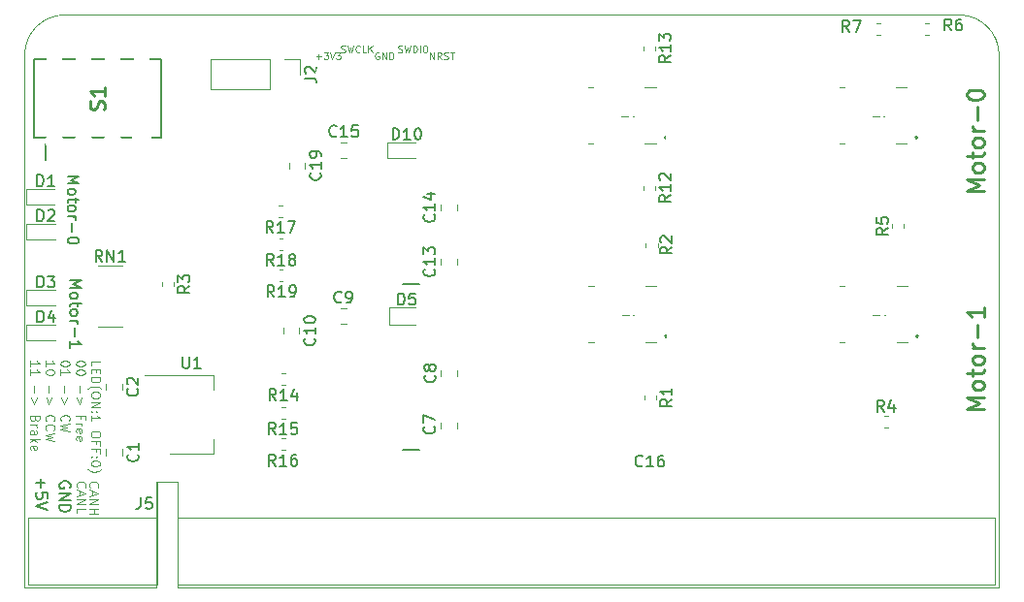
<source format=gto>
G04 #@! TF.GenerationSoftware,KiCad,Pcbnew,(5.1.5)-3*
G04 #@! TF.CreationDate,2020-01-11T02:44:03+09:00*
G04 #@! TF.ProjectId,H-Bridge-MD,482d4272-6964-4676-952d-4d442e6b6963,rev?*
G04 #@! TF.SameCoordinates,Original*
G04 #@! TF.FileFunction,Legend,Top*
G04 #@! TF.FilePolarity,Positive*
%FSLAX46Y46*%
G04 Gerber Fmt 4.6, Leading zero omitted, Abs format (unit mm)*
G04 Created by KiCad (PCBNEW (5.1.5)-3) date 2020-01-11 02:44:03*
%MOMM*%
%LPD*%
G04 APERTURE LIST*
%ADD10C,0.050000*%
%ADD11C,0.150000*%
%ADD12C,0.120000*%
%ADD13C,0.225000*%
%ADD14C,0.100000*%
%ADD15C,0.200000*%
%ADD16C,0.254000*%
%ADD17O,1.702000X1.702000*%
%ADD18R,1.702000X1.702000*%
%ADD19R,0.902000X1.702000*%
%ADD20O,1.802000X1.802000*%
%ADD21R,1.802000X1.802000*%
%ADD22R,4.382000X2.182000*%
%ADD23R,1.502000X0.597000*%
%ADD24R,0.662000X0.852000*%
%ADD25R,1.102000X0.852000*%
%ADD26R,1.002000X1.002000*%
%ADD27R,0.752000X3.702000*%
%ADD28C,0.752000*%
%ADD29R,0.752000X4.702000*%
%ADD30C,5.202000*%
%ADD31O,2.902000X1.602000*%
%ADD32R,2.102000X1.602000*%
%ADD33R,2.102000X3.902000*%
%ADD34R,1.577000X0.552000*%
%ADD35R,3.102000X5.102000*%
G04 APERTURE END LIST*
D10*
X50000000Y-90000000D02*
X61468000Y-90000000D01*
X63373000Y-90000000D02*
X135000000Y-90000000D01*
X63373000Y-80772000D02*
X61468000Y-80772000D01*
D11*
X53947619Y-63171428D02*
X54947619Y-63171428D01*
X54233333Y-63504761D01*
X54947619Y-63838095D01*
X53947619Y-63838095D01*
X53947619Y-64457142D02*
X53995238Y-64361904D01*
X54042857Y-64314285D01*
X54138095Y-64266666D01*
X54423809Y-64266666D01*
X54519047Y-64314285D01*
X54566666Y-64361904D01*
X54614285Y-64457142D01*
X54614285Y-64600000D01*
X54566666Y-64695238D01*
X54519047Y-64742857D01*
X54423809Y-64790476D01*
X54138095Y-64790476D01*
X54042857Y-64742857D01*
X53995238Y-64695238D01*
X53947619Y-64600000D01*
X53947619Y-64457142D01*
X54614285Y-65076190D02*
X54614285Y-65457142D01*
X54947619Y-65219047D02*
X54090476Y-65219047D01*
X53995238Y-65266666D01*
X53947619Y-65361904D01*
X53947619Y-65457142D01*
X53947619Y-65933333D02*
X53995238Y-65838095D01*
X54042857Y-65790476D01*
X54138095Y-65742857D01*
X54423809Y-65742857D01*
X54519047Y-65790476D01*
X54566666Y-65838095D01*
X54614285Y-65933333D01*
X54614285Y-66076190D01*
X54566666Y-66171428D01*
X54519047Y-66219047D01*
X54423809Y-66266666D01*
X54138095Y-66266666D01*
X54042857Y-66219047D01*
X53995238Y-66171428D01*
X53947619Y-66076190D01*
X53947619Y-65933333D01*
X53947619Y-66695238D02*
X54614285Y-66695238D01*
X54423809Y-66695238D02*
X54519047Y-66742857D01*
X54566666Y-66790476D01*
X54614285Y-66885714D01*
X54614285Y-66980952D01*
X54328571Y-67314285D02*
X54328571Y-68076190D01*
X53947619Y-69076190D02*
X53947619Y-68504761D01*
X53947619Y-68790476D02*
X54947619Y-68790476D01*
X54804761Y-68695238D01*
X54709523Y-68600000D01*
X54661904Y-68504761D01*
D12*
X55714285Y-81266666D02*
X55676190Y-81228571D01*
X55638095Y-81114285D01*
X55638095Y-81038095D01*
X55676190Y-80923809D01*
X55752380Y-80847619D01*
X55828571Y-80809523D01*
X55980952Y-80771428D01*
X56095238Y-80771428D01*
X56247619Y-80809523D01*
X56323809Y-80847619D01*
X56400000Y-80923809D01*
X56438095Y-81038095D01*
X56438095Y-81114285D01*
X56400000Y-81228571D01*
X56361904Y-81266666D01*
X55866666Y-81571428D02*
X55866666Y-81952380D01*
X55638095Y-81495238D02*
X56438095Y-81761904D01*
X55638095Y-82028571D01*
X55638095Y-82295238D02*
X56438095Y-82295238D01*
X55638095Y-82752380D01*
X56438095Y-82752380D01*
X55638095Y-83133333D02*
X56438095Y-83133333D01*
X56057142Y-83133333D02*
X56057142Y-83590476D01*
X55638095Y-83590476D02*
X56438095Y-83590476D01*
X54614285Y-81261904D02*
X54576190Y-81223809D01*
X54538095Y-81109523D01*
X54538095Y-81033333D01*
X54576190Y-80919047D01*
X54652380Y-80842857D01*
X54728571Y-80804761D01*
X54880952Y-80766666D01*
X54995238Y-80766666D01*
X55147619Y-80804761D01*
X55223809Y-80842857D01*
X55300000Y-80919047D01*
X55338095Y-81033333D01*
X55338095Y-81109523D01*
X55300000Y-81223809D01*
X55261904Y-81261904D01*
X54766666Y-81566666D02*
X54766666Y-81947619D01*
X54538095Y-81490476D02*
X55338095Y-81757142D01*
X54538095Y-82023809D01*
X54538095Y-82290476D02*
X55338095Y-82290476D01*
X54538095Y-82747619D01*
X55338095Y-82747619D01*
X54538095Y-83509523D02*
X54538095Y-83128571D01*
X55338095Y-83128571D01*
D13*
X133678571Y-74392857D02*
X132178571Y-74392857D01*
X133250000Y-73892857D01*
X132178571Y-73392857D01*
X133678571Y-73392857D01*
X133678571Y-72464285D02*
X133607142Y-72607142D01*
X133535714Y-72678571D01*
X133392857Y-72750000D01*
X132964285Y-72750000D01*
X132821428Y-72678571D01*
X132750000Y-72607142D01*
X132678571Y-72464285D01*
X132678571Y-72250000D01*
X132750000Y-72107142D01*
X132821428Y-72035714D01*
X132964285Y-71964285D01*
X133392857Y-71964285D01*
X133535714Y-72035714D01*
X133607142Y-72107142D01*
X133678571Y-72250000D01*
X133678571Y-72464285D01*
X132678571Y-71535714D02*
X132678571Y-70964285D01*
X132178571Y-71321428D02*
X133464285Y-71321428D01*
X133607142Y-71250000D01*
X133678571Y-71107142D01*
X133678571Y-70964285D01*
X133678571Y-70250000D02*
X133607142Y-70392857D01*
X133535714Y-70464285D01*
X133392857Y-70535714D01*
X132964285Y-70535714D01*
X132821428Y-70464285D01*
X132750000Y-70392857D01*
X132678571Y-70250000D01*
X132678571Y-70035714D01*
X132750000Y-69892857D01*
X132821428Y-69821428D01*
X132964285Y-69750000D01*
X133392857Y-69750000D01*
X133535714Y-69821428D01*
X133607142Y-69892857D01*
X133678571Y-70035714D01*
X133678571Y-70250000D01*
X133678571Y-69107142D02*
X132678571Y-69107142D01*
X132964285Y-69107142D02*
X132821428Y-69035714D01*
X132750000Y-68964285D01*
X132678571Y-68821428D01*
X132678571Y-68678571D01*
X133107142Y-68178571D02*
X133107142Y-67035714D01*
X133678571Y-65535714D02*
X133678571Y-66392857D01*
X133678571Y-65964285D02*
X132178571Y-65964285D01*
X132392857Y-66107142D01*
X132535714Y-66250000D01*
X132607142Y-66392857D01*
X133678571Y-55392857D02*
X132178571Y-55392857D01*
X133250000Y-54892857D01*
X132178571Y-54392857D01*
X133678571Y-54392857D01*
X133678571Y-53464285D02*
X133607142Y-53607142D01*
X133535714Y-53678571D01*
X133392857Y-53750000D01*
X132964285Y-53750000D01*
X132821428Y-53678571D01*
X132750000Y-53607142D01*
X132678571Y-53464285D01*
X132678571Y-53250000D01*
X132750000Y-53107142D01*
X132821428Y-53035714D01*
X132964285Y-52964285D01*
X133392857Y-52964285D01*
X133535714Y-53035714D01*
X133607142Y-53107142D01*
X133678571Y-53250000D01*
X133678571Y-53464285D01*
X132678571Y-52535714D02*
X132678571Y-51964285D01*
X132178571Y-52321428D02*
X133464285Y-52321428D01*
X133607142Y-52250000D01*
X133678571Y-52107142D01*
X133678571Y-51964285D01*
X133678571Y-51250000D02*
X133607142Y-51392857D01*
X133535714Y-51464285D01*
X133392857Y-51535714D01*
X132964285Y-51535714D01*
X132821428Y-51464285D01*
X132750000Y-51392857D01*
X132678571Y-51250000D01*
X132678571Y-51035714D01*
X132750000Y-50892857D01*
X132821428Y-50821428D01*
X132964285Y-50750000D01*
X133392857Y-50750000D01*
X133535714Y-50821428D01*
X133607142Y-50892857D01*
X133678571Y-51035714D01*
X133678571Y-51250000D01*
X133678571Y-50107142D02*
X132678571Y-50107142D01*
X132964285Y-50107142D02*
X132821428Y-50035714D01*
X132750000Y-49964285D01*
X132678571Y-49821428D01*
X132678571Y-49678571D01*
X133107142Y-49178571D02*
X133107142Y-48035714D01*
X132178571Y-47035714D02*
X132178571Y-46892857D01*
X132250000Y-46750000D01*
X132321428Y-46678571D01*
X132464285Y-46607142D01*
X132750000Y-46535714D01*
X133107142Y-46535714D01*
X133392857Y-46607142D01*
X133535714Y-46678571D01*
X133607142Y-46750000D01*
X133678571Y-46892857D01*
X133678571Y-47035714D01*
X133607142Y-47178571D01*
X133535714Y-47250000D01*
X133392857Y-47321428D01*
X133107142Y-47392857D01*
X132750000Y-47392857D01*
X132464285Y-47321428D01*
X132321428Y-47250000D01*
X132250000Y-47178571D01*
X132178571Y-47035714D01*
D12*
X55778095Y-70649428D02*
X55778095Y-70268476D01*
X56578095Y-70268476D01*
X56197142Y-70916095D02*
X56197142Y-71182761D01*
X55778095Y-71297047D02*
X55778095Y-70916095D01*
X56578095Y-70916095D01*
X56578095Y-71297047D01*
X55778095Y-71639904D02*
X56578095Y-71639904D01*
X56578095Y-71830380D01*
X56540000Y-71944666D01*
X56463809Y-72020857D01*
X56387619Y-72058952D01*
X56235238Y-72097047D01*
X56120952Y-72097047D01*
X55968571Y-72058952D01*
X55892380Y-72020857D01*
X55816190Y-71944666D01*
X55778095Y-71830380D01*
X55778095Y-71639904D01*
X55473333Y-72668476D02*
X55511428Y-72630380D01*
X55625714Y-72554190D01*
X55701904Y-72516095D01*
X55816190Y-72478000D01*
X56006666Y-72439904D01*
X56159047Y-72439904D01*
X56349523Y-72478000D01*
X56463809Y-72516095D01*
X56540000Y-72554190D01*
X56654285Y-72630380D01*
X56692380Y-72668476D01*
X56578095Y-73125619D02*
X56578095Y-73278000D01*
X56540000Y-73354190D01*
X56463809Y-73430380D01*
X56311428Y-73468476D01*
X56044761Y-73468476D01*
X55892380Y-73430380D01*
X55816190Y-73354190D01*
X55778095Y-73278000D01*
X55778095Y-73125619D01*
X55816190Y-73049428D01*
X55892380Y-72973238D01*
X56044761Y-72935142D01*
X56311428Y-72935142D01*
X56463809Y-72973238D01*
X56540000Y-73049428D01*
X56578095Y-73125619D01*
X55778095Y-73811333D02*
X56578095Y-73811333D01*
X55778095Y-74268476D01*
X56578095Y-74268476D01*
X55854285Y-74649428D02*
X55816190Y-74687523D01*
X55778095Y-74649428D01*
X55816190Y-74611333D01*
X55854285Y-74649428D01*
X55778095Y-74649428D01*
X56273333Y-74649428D02*
X56235238Y-74687523D01*
X56197142Y-74649428D01*
X56235238Y-74611333D01*
X56273333Y-74649428D01*
X56197142Y-74649428D01*
X55778095Y-75449428D02*
X55778095Y-74992285D01*
X55778095Y-75220857D02*
X56578095Y-75220857D01*
X56463809Y-75144666D01*
X56387619Y-75068476D01*
X56349523Y-74992285D01*
X56578095Y-76554190D02*
X56578095Y-76706571D01*
X56540000Y-76782761D01*
X56463809Y-76858952D01*
X56311428Y-76897047D01*
X56044761Y-76897047D01*
X55892380Y-76858952D01*
X55816190Y-76782761D01*
X55778095Y-76706571D01*
X55778095Y-76554190D01*
X55816190Y-76478000D01*
X55892380Y-76401809D01*
X56044761Y-76363714D01*
X56311428Y-76363714D01*
X56463809Y-76401809D01*
X56540000Y-76478000D01*
X56578095Y-76554190D01*
X56197142Y-77506571D02*
X56197142Y-77239904D01*
X55778095Y-77239904D02*
X56578095Y-77239904D01*
X56578095Y-77620857D01*
X56197142Y-78192285D02*
X56197142Y-77925619D01*
X55778095Y-77925619D02*
X56578095Y-77925619D01*
X56578095Y-78306571D01*
X55854285Y-78611333D02*
X55816190Y-78649428D01*
X55778095Y-78611333D01*
X55816190Y-78573238D01*
X55854285Y-78611333D01*
X55778095Y-78611333D01*
X56273333Y-78611333D02*
X56235238Y-78649428D01*
X56197142Y-78611333D01*
X56235238Y-78573238D01*
X56273333Y-78611333D01*
X56197142Y-78611333D01*
X56578095Y-79144666D02*
X56578095Y-79220857D01*
X56540000Y-79297047D01*
X56501904Y-79335142D01*
X56425714Y-79373238D01*
X56273333Y-79411333D01*
X56082857Y-79411333D01*
X55930476Y-79373238D01*
X55854285Y-79335142D01*
X55816190Y-79297047D01*
X55778095Y-79220857D01*
X55778095Y-79144666D01*
X55816190Y-79068476D01*
X55854285Y-79030380D01*
X55930476Y-78992285D01*
X56082857Y-78954190D01*
X56273333Y-78954190D01*
X56425714Y-78992285D01*
X56501904Y-79030380D01*
X56540000Y-79068476D01*
X56578095Y-79144666D01*
X55473333Y-79678000D02*
X55511428Y-79716095D01*
X55625714Y-79792285D01*
X55701904Y-79830380D01*
X55816190Y-79868476D01*
X56006666Y-79906571D01*
X56159047Y-79906571D01*
X56349523Y-79868476D01*
X56463809Y-79830380D01*
X56540000Y-79792285D01*
X56654285Y-79716095D01*
X56692380Y-79678000D01*
X55258095Y-70420857D02*
X55258095Y-70497047D01*
X55220000Y-70573238D01*
X55181904Y-70611333D01*
X55105714Y-70649428D01*
X54953333Y-70687523D01*
X54762857Y-70687523D01*
X54610476Y-70649428D01*
X54534285Y-70611333D01*
X54496190Y-70573238D01*
X54458095Y-70497047D01*
X54458095Y-70420857D01*
X54496190Y-70344666D01*
X54534285Y-70306571D01*
X54610476Y-70268476D01*
X54762857Y-70230380D01*
X54953333Y-70230380D01*
X55105714Y-70268476D01*
X55181904Y-70306571D01*
X55220000Y-70344666D01*
X55258095Y-70420857D01*
X55258095Y-71182761D02*
X55258095Y-71258952D01*
X55220000Y-71335142D01*
X55181904Y-71373238D01*
X55105714Y-71411333D01*
X54953333Y-71449428D01*
X54762857Y-71449428D01*
X54610476Y-71411333D01*
X54534285Y-71373238D01*
X54496190Y-71335142D01*
X54458095Y-71258952D01*
X54458095Y-71182761D01*
X54496190Y-71106571D01*
X54534285Y-71068476D01*
X54610476Y-71030380D01*
X54762857Y-70992285D01*
X54953333Y-70992285D01*
X55105714Y-71030380D01*
X55181904Y-71068476D01*
X55220000Y-71106571D01*
X55258095Y-71182761D01*
X54762857Y-72401809D02*
X54762857Y-73011333D01*
X54991428Y-73392285D02*
X54762857Y-74001809D01*
X54534285Y-73392285D01*
X54877142Y-75258952D02*
X54877142Y-74992285D01*
X54458095Y-74992285D02*
X55258095Y-74992285D01*
X55258095Y-75373238D01*
X54458095Y-75678000D02*
X54991428Y-75678000D01*
X54839047Y-75678000D02*
X54915238Y-75716095D01*
X54953333Y-75754190D01*
X54991428Y-75830380D01*
X54991428Y-75906571D01*
X54496190Y-76478000D02*
X54458095Y-76401809D01*
X54458095Y-76249428D01*
X54496190Y-76173238D01*
X54572380Y-76135142D01*
X54877142Y-76135142D01*
X54953333Y-76173238D01*
X54991428Y-76249428D01*
X54991428Y-76401809D01*
X54953333Y-76478000D01*
X54877142Y-76516095D01*
X54800952Y-76516095D01*
X54724761Y-76135142D01*
X54496190Y-77163714D02*
X54458095Y-77087523D01*
X54458095Y-76935142D01*
X54496190Y-76858952D01*
X54572380Y-76820857D01*
X54877142Y-76820857D01*
X54953333Y-76858952D01*
X54991428Y-76935142D01*
X54991428Y-77087523D01*
X54953333Y-77163714D01*
X54877142Y-77201809D01*
X54800952Y-77201809D01*
X54724761Y-76820857D01*
X53938095Y-70420857D02*
X53938095Y-70497047D01*
X53900000Y-70573238D01*
X53861904Y-70611333D01*
X53785714Y-70649428D01*
X53633333Y-70687523D01*
X53442857Y-70687523D01*
X53290476Y-70649428D01*
X53214285Y-70611333D01*
X53176190Y-70573238D01*
X53138095Y-70497047D01*
X53138095Y-70420857D01*
X53176190Y-70344666D01*
X53214285Y-70306571D01*
X53290476Y-70268476D01*
X53442857Y-70230380D01*
X53633333Y-70230380D01*
X53785714Y-70268476D01*
X53861904Y-70306571D01*
X53900000Y-70344666D01*
X53938095Y-70420857D01*
X53138095Y-71449428D02*
X53138095Y-70992285D01*
X53138095Y-71220857D02*
X53938095Y-71220857D01*
X53823809Y-71144666D01*
X53747619Y-71068476D01*
X53709523Y-70992285D01*
X53442857Y-72401809D02*
X53442857Y-73011333D01*
X53671428Y-73392285D02*
X53442857Y-74001809D01*
X53214285Y-73392285D01*
X53214285Y-75449428D02*
X53176190Y-75411333D01*
X53138095Y-75297047D01*
X53138095Y-75220857D01*
X53176190Y-75106571D01*
X53252380Y-75030380D01*
X53328571Y-74992285D01*
X53480952Y-74954190D01*
X53595238Y-74954190D01*
X53747619Y-74992285D01*
X53823809Y-75030380D01*
X53900000Y-75106571D01*
X53938095Y-75220857D01*
X53938095Y-75297047D01*
X53900000Y-75411333D01*
X53861904Y-75449428D01*
X53938095Y-75716095D02*
X53138095Y-75906571D01*
X53709523Y-76058952D01*
X53138095Y-76211333D01*
X53938095Y-76401809D01*
X51818095Y-70687523D02*
X51818095Y-70230380D01*
X51818095Y-70458952D02*
X52618095Y-70458952D01*
X52503809Y-70382761D01*
X52427619Y-70306571D01*
X52389523Y-70230380D01*
X52618095Y-71182761D02*
X52618095Y-71258952D01*
X52580000Y-71335142D01*
X52541904Y-71373238D01*
X52465714Y-71411333D01*
X52313333Y-71449428D01*
X52122857Y-71449428D01*
X51970476Y-71411333D01*
X51894285Y-71373238D01*
X51856190Y-71335142D01*
X51818095Y-71258952D01*
X51818095Y-71182761D01*
X51856190Y-71106571D01*
X51894285Y-71068476D01*
X51970476Y-71030380D01*
X52122857Y-70992285D01*
X52313333Y-70992285D01*
X52465714Y-71030380D01*
X52541904Y-71068476D01*
X52580000Y-71106571D01*
X52618095Y-71182761D01*
X52122857Y-72401809D02*
X52122857Y-73011333D01*
X52351428Y-73392285D02*
X52122857Y-74001809D01*
X51894285Y-73392285D01*
X51894285Y-75449428D02*
X51856190Y-75411333D01*
X51818095Y-75297047D01*
X51818095Y-75220857D01*
X51856190Y-75106571D01*
X51932380Y-75030380D01*
X52008571Y-74992285D01*
X52160952Y-74954190D01*
X52275238Y-74954190D01*
X52427619Y-74992285D01*
X52503809Y-75030380D01*
X52580000Y-75106571D01*
X52618095Y-75220857D01*
X52618095Y-75297047D01*
X52580000Y-75411333D01*
X52541904Y-75449428D01*
X51894285Y-76249428D02*
X51856190Y-76211333D01*
X51818095Y-76097047D01*
X51818095Y-76020857D01*
X51856190Y-75906571D01*
X51932380Y-75830380D01*
X52008571Y-75792285D01*
X52160952Y-75754190D01*
X52275238Y-75754190D01*
X52427619Y-75792285D01*
X52503809Y-75830380D01*
X52580000Y-75906571D01*
X52618095Y-76020857D01*
X52618095Y-76097047D01*
X52580000Y-76211333D01*
X52541904Y-76249428D01*
X52618095Y-76516095D02*
X51818095Y-76706571D01*
X52389523Y-76858952D01*
X51818095Y-77011333D01*
X52618095Y-77201809D01*
X50498095Y-70687523D02*
X50498095Y-70230380D01*
X50498095Y-70458952D02*
X51298095Y-70458952D01*
X51183809Y-70382761D01*
X51107619Y-70306571D01*
X51069523Y-70230380D01*
X50498095Y-71449428D02*
X50498095Y-70992285D01*
X50498095Y-71220857D02*
X51298095Y-71220857D01*
X51183809Y-71144666D01*
X51107619Y-71068476D01*
X51069523Y-70992285D01*
X50802857Y-72401809D02*
X50802857Y-73011333D01*
X51031428Y-73392285D02*
X50802857Y-74001809D01*
X50574285Y-73392285D01*
X50917142Y-75258952D02*
X50879047Y-75373238D01*
X50840952Y-75411333D01*
X50764761Y-75449428D01*
X50650476Y-75449428D01*
X50574285Y-75411333D01*
X50536190Y-75373238D01*
X50498095Y-75297047D01*
X50498095Y-74992285D01*
X51298095Y-74992285D01*
X51298095Y-75258952D01*
X51260000Y-75335142D01*
X51221904Y-75373238D01*
X51145714Y-75411333D01*
X51069523Y-75411333D01*
X50993333Y-75373238D01*
X50955238Y-75335142D01*
X50917142Y-75258952D01*
X50917142Y-74992285D01*
X50498095Y-75792285D02*
X51031428Y-75792285D01*
X50879047Y-75792285D02*
X50955238Y-75830380D01*
X50993333Y-75868476D01*
X51031428Y-75944666D01*
X51031428Y-76020857D01*
X50498095Y-76630380D02*
X50917142Y-76630380D01*
X50993333Y-76592285D01*
X51031428Y-76516095D01*
X51031428Y-76363714D01*
X50993333Y-76287523D01*
X50536190Y-76630380D02*
X50498095Y-76554190D01*
X50498095Y-76363714D01*
X50536190Y-76287523D01*
X50612380Y-76249428D01*
X50688571Y-76249428D01*
X50764761Y-76287523D01*
X50802857Y-76363714D01*
X50802857Y-76554190D01*
X50840952Y-76630380D01*
X50498095Y-77011333D02*
X51298095Y-77011333D01*
X50802857Y-77087523D02*
X50498095Y-77316095D01*
X51031428Y-77316095D02*
X50726666Y-77011333D01*
X50536190Y-77963714D02*
X50498095Y-77887523D01*
X50498095Y-77735142D01*
X50536190Y-77658952D01*
X50612380Y-77620857D01*
X50917142Y-77620857D01*
X50993333Y-77658952D01*
X51031428Y-77735142D01*
X51031428Y-77887523D01*
X50993333Y-77963714D01*
X50917142Y-78001809D01*
X50840952Y-78001809D01*
X50764761Y-77620857D01*
D11*
X53747619Y-54071428D02*
X54747619Y-54071428D01*
X54033333Y-54404761D01*
X54747619Y-54738095D01*
X53747619Y-54738095D01*
X53747619Y-55357142D02*
X53795238Y-55261904D01*
X53842857Y-55214285D01*
X53938095Y-55166666D01*
X54223809Y-55166666D01*
X54319047Y-55214285D01*
X54366666Y-55261904D01*
X54414285Y-55357142D01*
X54414285Y-55500000D01*
X54366666Y-55595238D01*
X54319047Y-55642857D01*
X54223809Y-55690476D01*
X53938095Y-55690476D01*
X53842857Y-55642857D01*
X53795238Y-55595238D01*
X53747619Y-55500000D01*
X53747619Y-55357142D01*
X54414285Y-55976190D02*
X54414285Y-56357142D01*
X54747619Y-56119047D02*
X53890476Y-56119047D01*
X53795238Y-56166666D01*
X53747619Y-56261904D01*
X53747619Y-56357142D01*
X53747619Y-56833333D02*
X53795238Y-56738095D01*
X53842857Y-56690476D01*
X53938095Y-56642857D01*
X54223809Y-56642857D01*
X54319047Y-56690476D01*
X54366666Y-56738095D01*
X54414285Y-56833333D01*
X54414285Y-56976190D01*
X54366666Y-57071428D01*
X54319047Y-57119047D01*
X54223809Y-57166666D01*
X53938095Y-57166666D01*
X53842857Y-57119047D01*
X53795238Y-57071428D01*
X53747619Y-56976190D01*
X53747619Y-56833333D01*
X53747619Y-57595238D02*
X54414285Y-57595238D01*
X54223809Y-57595238D02*
X54319047Y-57642857D01*
X54366666Y-57690476D01*
X54414285Y-57785714D01*
X54414285Y-57880952D01*
X54128571Y-58214285D02*
X54128571Y-58976190D01*
X54747619Y-59642857D02*
X54747619Y-59738095D01*
X54700000Y-59833333D01*
X54652380Y-59880952D01*
X54557142Y-59928571D01*
X54366666Y-59976190D01*
X54128571Y-59976190D01*
X53938095Y-59928571D01*
X53842857Y-59880952D01*
X53795238Y-59833333D01*
X53747619Y-59738095D01*
X53747619Y-59642857D01*
X53795238Y-59547619D01*
X53842857Y-59500000D01*
X53938095Y-59452380D01*
X54128571Y-59404761D01*
X54366666Y-59404761D01*
X54557142Y-59452380D01*
X54652380Y-59500000D01*
X54700000Y-59547619D01*
X54747619Y-59642857D01*
D10*
X50000000Y-43500000D02*
G75*
G02X53500000Y-40000000I3500000J0D01*
G01*
X131500000Y-40000000D02*
G75*
G02X135000000Y-43500000I0J-3500000D01*
G01*
D14*
X85379085Y-43866628D02*
X85379085Y-43266628D01*
X85721942Y-43866628D01*
X85721942Y-43266628D01*
X86350514Y-43866628D02*
X86150514Y-43580914D01*
X86007657Y-43866628D02*
X86007657Y-43266628D01*
X86236228Y-43266628D01*
X86293371Y-43295200D01*
X86321942Y-43323771D01*
X86350514Y-43380914D01*
X86350514Y-43466628D01*
X86321942Y-43523771D01*
X86293371Y-43552342D01*
X86236228Y-43580914D01*
X86007657Y-43580914D01*
X86579085Y-43838057D02*
X86664800Y-43866628D01*
X86807657Y-43866628D01*
X86864800Y-43838057D01*
X86893371Y-43809485D01*
X86921942Y-43752342D01*
X86921942Y-43695200D01*
X86893371Y-43638057D01*
X86864800Y-43609485D01*
X86807657Y-43580914D01*
X86693371Y-43552342D01*
X86636228Y-43523771D01*
X86607657Y-43495200D01*
X86579085Y-43438057D01*
X86579085Y-43380914D01*
X86607657Y-43323771D01*
X86636228Y-43295200D01*
X86693371Y-43266628D01*
X86836228Y-43266628D01*
X86921942Y-43295200D01*
X87093371Y-43266628D02*
X87436228Y-43266628D01*
X87264800Y-43866628D02*
X87264800Y-43266628D01*
X82593371Y-43238057D02*
X82679085Y-43266628D01*
X82821942Y-43266628D01*
X82879085Y-43238057D01*
X82907657Y-43209485D01*
X82936228Y-43152342D01*
X82936228Y-43095200D01*
X82907657Y-43038057D01*
X82879085Y-43009485D01*
X82821942Y-42980914D01*
X82707657Y-42952342D01*
X82650514Y-42923771D01*
X82621942Y-42895200D01*
X82593371Y-42838057D01*
X82593371Y-42780914D01*
X82621942Y-42723771D01*
X82650514Y-42695200D01*
X82707657Y-42666628D01*
X82850514Y-42666628D01*
X82936228Y-42695200D01*
X83136228Y-42666628D02*
X83279085Y-43266628D01*
X83393371Y-42838057D01*
X83507657Y-43266628D01*
X83650514Y-42666628D01*
X83879085Y-43266628D02*
X83879085Y-42666628D01*
X84021942Y-42666628D01*
X84107657Y-42695200D01*
X84164800Y-42752342D01*
X84193371Y-42809485D01*
X84221942Y-42923771D01*
X84221942Y-43009485D01*
X84193371Y-43123771D01*
X84164800Y-43180914D01*
X84107657Y-43238057D01*
X84021942Y-43266628D01*
X83879085Y-43266628D01*
X84479085Y-43266628D02*
X84479085Y-42666628D01*
X84879085Y-42666628D02*
X84993371Y-42666628D01*
X85050514Y-42695200D01*
X85107657Y-42752342D01*
X85136228Y-42866628D01*
X85136228Y-43066628D01*
X85107657Y-43180914D01*
X85050514Y-43238057D01*
X84993371Y-43266628D01*
X84879085Y-43266628D01*
X84821942Y-43238057D01*
X84764800Y-43180914D01*
X84736228Y-43066628D01*
X84736228Y-42866628D01*
X84764800Y-42752342D01*
X84821942Y-42695200D01*
X84879085Y-42666628D01*
X77607657Y-43238057D02*
X77693371Y-43266628D01*
X77836228Y-43266628D01*
X77893371Y-43238057D01*
X77921942Y-43209485D01*
X77950514Y-43152342D01*
X77950514Y-43095200D01*
X77921942Y-43038057D01*
X77893371Y-43009485D01*
X77836228Y-42980914D01*
X77721942Y-42952342D01*
X77664800Y-42923771D01*
X77636228Y-42895200D01*
X77607657Y-42838057D01*
X77607657Y-42780914D01*
X77636228Y-42723771D01*
X77664800Y-42695200D01*
X77721942Y-42666628D01*
X77864800Y-42666628D01*
X77950514Y-42695200D01*
X78150514Y-42666628D02*
X78293371Y-43266628D01*
X78407657Y-42838057D01*
X78521942Y-43266628D01*
X78664800Y-42666628D01*
X79236228Y-43209485D02*
X79207657Y-43238057D01*
X79121942Y-43266628D01*
X79064800Y-43266628D01*
X78979085Y-43238057D01*
X78921942Y-43180914D01*
X78893371Y-43123771D01*
X78864800Y-43009485D01*
X78864800Y-42923771D01*
X78893371Y-42809485D01*
X78921942Y-42752342D01*
X78979085Y-42695200D01*
X79064800Y-42666628D01*
X79121942Y-42666628D01*
X79207657Y-42695200D01*
X79236228Y-42723771D01*
X79779085Y-43266628D02*
X79493371Y-43266628D01*
X79493371Y-42666628D01*
X79979085Y-43266628D02*
X79979085Y-42666628D01*
X80321942Y-43266628D02*
X80064800Y-42923771D01*
X80321942Y-42666628D02*
X79979085Y-43009485D01*
X80907657Y-43295200D02*
X80850514Y-43266628D01*
X80764800Y-43266628D01*
X80679085Y-43295200D01*
X80621942Y-43352342D01*
X80593371Y-43409485D01*
X80564800Y-43523771D01*
X80564800Y-43609485D01*
X80593371Y-43723771D01*
X80621942Y-43780914D01*
X80679085Y-43838057D01*
X80764800Y-43866628D01*
X80821942Y-43866628D01*
X80907657Y-43838057D01*
X80936228Y-43809485D01*
X80936228Y-43609485D01*
X80821942Y-43609485D01*
X81193371Y-43866628D02*
X81193371Y-43266628D01*
X81536228Y-43866628D01*
X81536228Y-43266628D01*
X81821942Y-43866628D02*
X81821942Y-43266628D01*
X81964800Y-43266628D01*
X82050514Y-43295200D01*
X82107657Y-43352342D01*
X82136228Y-43409485D01*
X82164800Y-43523771D01*
X82164800Y-43609485D01*
X82136228Y-43723771D01*
X82107657Y-43780914D01*
X82050514Y-43838057D01*
X81964800Y-43866628D01*
X81821942Y-43866628D01*
X75407657Y-43638057D02*
X75864800Y-43638057D01*
X75636228Y-43866628D02*
X75636228Y-43409485D01*
X76093371Y-43266628D02*
X76464800Y-43266628D01*
X76264800Y-43495200D01*
X76350514Y-43495200D01*
X76407657Y-43523771D01*
X76436228Y-43552342D01*
X76464800Y-43609485D01*
X76464800Y-43752342D01*
X76436228Y-43809485D01*
X76407657Y-43838057D01*
X76350514Y-43866628D01*
X76179085Y-43866628D01*
X76121942Y-43838057D01*
X76093371Y-43809485D01*
X76636228Y-43266628D02*
X76836228Y-43866628D01*
X77036228Y-43266628D01*
X77179085Y-43266628D02*
X77550514Y-43266628D01*
X77350514Y-43495200D01*
X77436228Y-43495200D01*
X77493371Y-43523771D01*
X77521942Y-43552342D01*
X77550514Y-43609485D01*
X77550514Y-43752342D01*
X77521942Y-43809485D01*
X77493371Y-43838057D01*
X77436228Y-43866628D01*
X77264800Y-43866628D01*
X77207657Y-43838057D01*
X77179085Y-43809485D01*
D10*
X63373000Y-80772000D02*
X63373000Y-90000000D01*
X61468000Y-90000000D02*
X61468000Y-80772000D01*
D11*
X53967000Y-81305495D02*
X54014619Y-81210257D01*
X54014619Y-81067400D01*
X53967000Y-80924542D01*
X53871761Y-80829304D01*
X53776523Y-80781685D01*
X53586047Y-80734066D01*
X53443190Y-80734066D01*
X53252714Y-80781685D01*
X53157476Y-80829304D01*
X53062238Y-80924542D01*
X53014619Y-81067400D01*
X53014619Y-81162638D01*
X53062238Y-81305495D01*
X53109857Y-81353114D01*
X53443190Y-81353114D01*
X53443190Y-81162638D01*
X53014619Y-81781685D02*
X54014619Y-81781685D01*
X53014619Y-82353114D01*
X54014619Y-82353114D01*
X53014619Y-82829304D02*
X54014619Y-82829304D01*
X54014619Y-83067400D01*
X53967000Y-83210257D01*
X53871761Y-83305495D01*
X53776523Y-83353114D01*
X53586047Y-83400733D01*
X53443190Y-83400733D01*
X53252714Y-83353114D01*
X53157476Y-83305495D01*
X53062238Y-83210257D01*
X53014619Y-83067400D01*
X53014619Y-82829304D01*
X51363571Y-80502285D02*
X51363571Y-81264190D01*
X50982619Y-80883238D02*
X51744523Y-80883238D01*
X51982619Y-82216571D02*
X51982619Y-81740380D01*
X51506428Y-81692761D01*
X51554047Y-81740380D01*
X51601666Y-81835619D01*
X51601666Y-82073714D01*
X51554047Y-82168952D01*
X51506428Y-82216571D01*
X51411190Y-82264190D01*
X51173095Y-82264190D01*
X51077857Y-82216571D01*
X51030238Y-82168952D01*
X50982619Y-82073714D01*
X50982619Y-81835619D01*
X51030238Y-81740380D01*
X51077857Y-81692761D01*
X51982619Y-82549904D02*
X50982619Y-82883238D01*
X51982619Y-83216571D01*
D10*
X131500000Y-40000000D02*
X53500000Y-40000000D01*
X50000000Y-43500000D02*
X50000000Y-90000000D01*
X135000000Y-43500000D02*
X135000000Y-90000000D01*
D15*
X51828000Y-52644000D02*
X51828000Y-51044000D01*
X61938000Y-50694000D02*
X50838000Y-50694000D01*
X61938000Y-43894000D02*
X61938000Y-50694000D01*
X50838000Y-43894000D02*
X61938000Y-43894000D01*
X50838000Y-50694000D02*
X50838000Y-43894000D01*
X127795000Y-50790000D02*
G75*
G03X127795000Y-50590000I0J100000D01*
G01*
X127795000Y-50590000D02*
G75*
G03X127795000Y-50790000I0J-100000D01*
G01*
X127795000Y-50590000D02*
X127795000Y-50590000D01*
X127795000Y-50790000D02*
X127795000Y-50790000D01*
D14*
X126945000Y-46340000D02*
X125995000Y-46340000D01*
X125995000Y-51240000D02*
X126945000Y-51240000D01*
X121045000Y-46340000D02*
X121495000Y-46340000D01*
X121045000Y-51240000D02*
X121495000Y-51240000D01*
D12*
X81627000Y-52501000D02*
X84112000Y-52501000D01*
X81627000Y-51131000D02*
X81627000Y-52501000D01*
X84112000Y-51131000D02*
X81627000Y-51131000D01*
X50160500Y-68451000D02*
X52645500Y-68451000D01*
X50160500Y-67081000D02*
X50160500Y-68451000D01*
X52645500Y-67081000D02*
X50160500Y-67081000D01*
X50160500Y-65403000D02*
X52645500Y-65403000D01*
X50160500Y-64033000D02*
X50160500Y-65403000D01*
X52645500Y-64033000D02*
X50160500Y-64033000D01*
X50160500Y-59629000D02*
X52645500Y-59629000D01*
X50160500Y-58259000D02*
X50160500Y-59629000D01*
X52645500Y-58259000D02*
X50160500Y-58259000D01*
X50135000Y-56581000D02*
X52620000Y-56581000D01*
X50135000Y-55211000D02*
X50135000Y-56581000D01*
X52620000Y-55211000D02*
X50135000Y-55211000D01*
X58500000Y-61930000D02*
X56400000Y-61930000D01*
X58500000Y-67270000D02*
X56400000Y-67270000D01*
D15*
X105898000Y-50800000D02*
G75*
G03X105898000Y-50600000I0J100000D01*
G01*
X105898000Y-50600000D02*
G75*
G03X105898000Y-50800000I0J-100000D01*
G01*
X105898000Y-50600000D02*
X105898000Y-50600000D01*
X105898000Y-50800000D02*
X105898000Y-50800000D01*
D14*
X105048000Y-46350000D02*
X104098000Y-46350000D01*
X104098000Y-51250000D02*
X105048000Y-51250000D01*
X99148000Y-46350000D02*
X99598000Y-46350000D01*
X99148000Y-51250000D02*
X99598000Y-51250000D01*
D15*
X127845000Y-68150000D02*
G75*
G03X127845000Y-67950000I0J100000D01*
G01*
X127845000Y-67950000D02*
G75*
G03X127845000Y-68150000I0J-100000D01*
G01*
X127845000Y-67950000D02*
X127845000Y-67950000D01*
X127845000Y-68150000D02*
X127845000Y-68150000D01*
D14*
X126995000Y-63700000D02*
X126045000Y-63700000D01*
X126045000Y-68600000D02*
X126995000Y-68600000D01*
X121095000Y-63700000D02*
X121545000Y-63700000D01*
X121095000Y-68600000D02*
X121545000Y-68600000D01*
D15*
X105948000Y-68150000D02*
G75*
G03X105948000Y-67950000I0J100000D01*
G01*
X105948000Y-67950000D02*
G75*
G03X105948000Y-68150000I0J-100000D01*
G01*
X105948000Y-67950000D02*
X105948000Y-67950000D01*
X105948000Y-68150000D02*
X105948000Y-68150000D01*
D14*
X105098000Y-63700000D02*
X104148000Y-63700000D01*
X104148000Y-68600000D02*
X105098000Y-68600000D01*
X99198000Y-63700000D02*
X99648000Y-63700000D01*
X99198000Y-68600000D02*
X99648000Y-68600000D01*
D12*
X73999400Y-43870000D02*
X73999400Y-45200000D01*
X72669400Y-43870000D02*
X73999400Y-43870000D01*
X71399400Y-43870000D02*
X71399400Y-46530000D01*
X71399400Y-46530000D02*
X66259400Y-46530000D01*
X71399400Y-43870000D02*
X66259400Y-43870000D01*
X66259400Y-43870000D02*
X66259400Y-46530000D01*
X61570000Y-83950000D02*
X61570000Y-80750000D01*
X61570000Y-80750000D02*
X63370000Y-80750000D01*
X63370000Y-80750000D02*
X63370000Y-83950000D01*
X50270000Y-83950000D02*
X61570000Y-83950000D01*
X61570000Y-83950000D02*
X61570000Y-89750000D01*
X61570000Y-89750000D02*
X50270000Y-89750000D01*
X50270000Y-89750000D02*
X50270000Y-83950000D01*
X134670000Y-83950000D02*
X63370000Y-83950000D01*
X63370000Y-89750000D02*
X134670000Y-89750000D01*
X63370000Y-83950000D02*
X63370000Y-89750000D01*
X134670000Y-83950000D02*
X134670000Y-89750000D01*
X73040000Y-52891422D02*
X73040000Y-53408578D01*
X74460000Y-52891422D02*
X74460000Y-53408578D01*
X72540000Y-67341422D02*
X72540000Y-67858578D01*
X73960000Y-67341422D02*
X73960000Y-67858578D01*
X60450000Y-71490000D02*
X66460000Y-71490000D01*
X62700000Y-78310000D02*
X66460000Y-78310000D01*
X66460000Y-71490000D02*
X66460000Y-72750000D01*
X66460000Y-78310000D02*
X66460000Y-77050000D01*
X81827000Y-67029000D02*
X84112000Y-67029000D01*
X81827000Y-65559000D02*
X81827000Y-67029000D01*
X84112000Y-65559000D02*
X81827000Y-65559000D01*
X72524279Y-63260000D02*
X72198721Y-63260000D01*
X72524279Y-62240000D02*
X72198721Y-62240000D01*
X72524279Y-60510000D02*
X72198721Y-60510000D01*
X72524279Y-59490000D02*
X72198721Y-59490000D01*
X72475279Y-57656000D02*
X72149721Y-57656000D01*
X72475279Y-56636000D02*
X72149721Y-56636000D01*
X124650279Y-41710000D02*
X124324721Y-41710000D01*
X124650279Y-40690000D02*
X124324721Y-40690000D01*
X128850279Y-41710000D02*
X128524721Y-41710000D01*
X128850279Y-40690000D02*
X128524721Y-40690000D01*
X72698779Y-78010000D02*
X72373221Y-78010000D01*
X72698779Y-76990000D02*
X72373221Y-76990000D01*
X72698779Y-75260000D02*
X72373221Y-75260000D01*
X72698779Y-74240000D02*
X72373221Y-74240000D01*
X72724279Y-72295000D02*
X72398721Y-72295000D01*
X72724279Y-71275000D02*
X72398721Y-71275000D01*
X125690000Y-58600279D02*
X125690000Y-58274721D01*
X126710000Y-58600279D02*
X126710000Y-58274721D01*
X124963521Y-76010000D02*
X125289079Y-76010000D01*
X124963521Y-74990000D02*
X125289079Y-74990000D01*
X103990000Y-43062779D02*
X103990000Y-42737221D01*
X105010000Y-43062779D02*
X105010000Y-42737221D01*
X103990000Y-55262779D02*
X103990000Y-54937221D01*
X105010000Y-55262779D02*
X105010000Y-54937221D01*
X104190000Y-60262779D02*
X104190000Y-59937221D01*
X105210000Y-60262779D02*
X105210000Y-59937221D01*
X104090000Y-73562779D02*
X104090000Y-73237221D01*
X105110000Y-73562779D02*
X105110000Y-73237221D01*
X63010000Y-63337221D02*
X63010000Y-63662779D01*
X61990000Y-63337221D02*
X61990000Y-63662779D01*
D15*
X84447000Y-63474000D02*
X82972000Y-63474000D01*
X84447000Y-77952000D02*
X82972000Y-77952000D01*
D12*
X78096078Y-52526000D02*
X77578922Y-52526000D01*
X78096078Y-51106000D02*
X77578922Y-51106000D01*
X86290000Y-57058578D02*
X86290000Y-56541422D01*
X87710000Y-57058578D02*
X87710000Y-56541422D01*
X86290000Y-61821078D02*
X86290000Y-61303922D01*
X87710000Y-61821078D02*
X87710000Y-61303922D01*
X78058578Y-65584000D02*
X77541422Y-65584000D01*
X78058578Y-67004000D02*
X77541422Y-67004000D01*
X87710000Y-71003922D02*
X87710000Y-71521078D01*
X86290000Y-71003922D02*
X86290000Y-71521078D01*
X86290000Y-76121078D02*
X86290000Y-75603922D01*
X87710000Y-76121078D02*
X87710000Y-75603922D01*
X57090000Y-72203922D02*
X57090000Y-72721078D01*
X58510000Y-72203922D02*
X58510000Y-72721078D01*
X57090000Y-77941422D02*
X57090000Y-78458578D01*
X58510000Y-77941422D02*
X58510000Y-78458578D01*
D16*
X56902047Y-48261619D02*
X56962523Y-48080190D01*
X56962523Y-47777809D01*
X56902047Y-47656857D01*
X56841571Y-47596380D01*
X56720619Y-47535904D01*
X56599666Y-47535904D01*
X56478714Y-47596380D01*
X56418238Y-47656857D01*
X56357761Y-47777809D01*
X56297285Y-48019714D01*
X56236809Y-48140666D01*
X56176333Y-48201142D01*
X56055380Y-48261619D01*
X55934428Y-48261619D01*
X55813476Y-48201142D01*
X55753000Y-48140666D01*
X55692523Y-48019714D01*
X55692523Y-47717333D01*
X55753000Y-47535904D01*
X56962523Y-46326380D02*
X56962523Y-47052095D01*
X56962523Y-46689238D02*
X55692523Y-46689238D01*
X55873952Y-46810190D01*
X55994904Y-46931142D01*
X56055380Y-47052095D01*
D11*
X103897142Y-79357142D02*
X103849523Y-79404761D01*
X103706666Y-79452380D01*
X103611428Y-79452380D01*
X103468571Y-79404761D01*
X103373333Y-79309523D01*
X103325714Y-79214285D01*
X103278095Y-79023809D01*
X103278095Y-78880952D01*
X103325714Y-78690476D01*
X103373333Y-78595238D01*
X103468571Y-78500000D01*
X103611428Y-78452380D01*
X103706666Y-78452380D01*
X103849523Y-78500000D01*
X103897142Y-78547619D01*
X104849523Y-79452380D02*
X104278095Y-79452380D01*
X104563809Y-79452380D02*
X104563809Y-78452380D01*
X104468571Y-78595238D01*
X104373333Y-78690476D01*
X104278095Y-78738095D01*
X105706666Y-78452380D02*
X105516190Y-78452380D01*
X105420952Y-78500000D01*
X105373333Y-78547619D01*
X105278095Y-78690476D01*
X105230476Y-78880952D01*
X105230476Y-79261904D01*
X105278095Y-79357142D01*
X105325714Y-79404761D01*
X105420952Y-79452380D01*
X105611428Y-79452380D01*
X105706666Y-79404761D01*
X105754285Y-79357142D01*
X105801904Y-79261904D01*
X105801904Y-79023809D01*
X105754285Y-78928571D01*
X105706666Y-78880952D01*
X105611428Y-78833333D01*
X105420952Y-78833333D01*
X105325714Y-78880952D01*
X105278095Y-78928571D01*
X105230476Y-79023809D01*
D16*
X124992476Y-48910952D02*
X124932000Y-49031904D01*
X124811047Y-49152857D01*
X124629619Y-49334285D01*
X124569142Y-49455238D01*
X124569142Y-49576190D01*
X124871523Y-49515714D02*
X124811047Y-49636666D01*
X124690095Y-49757619D01*
X124448190Y-49818095D01*
X124024857Y-49818095D01*
X123782952Y-49757619D01*
X123662000Y-49636666D01*
X123601523Y-49515714D01*
X123601523Y-49273809D01*
X123662000Y-49152857D01*
X123782952Y-49031904D01*
X124024857Y-48971428D01*
X124448190Y-48971428D01*
X124690095Y-49031904D01*
X124811047Y-49152857D01*
X124871523Y-49273809D01*
X124871523Y-49515714D01*
X123601523Y-48548095D02*
X123601523Y-47761904D01*
X124085333Y-48185238D01*
X124085333Y-48003809D01*
X124145809Y-47882857D01*
X124206285Y-47822380D01*
X124327238Y-47761904D01*
X124629619Y-47761904D01*
X124750571Y-47822380D01*
X124811047Y-47882857D01*
X124871523Y-48003809D01*
X124871523Y-48366666D01*
X124811047Y-48487619D01*
X124750571Y-48548095D01*
D11*
X82097714Y-50888380D02*
X82097714Y-49888380D01*
X82335809Y-49888380D01*
X82478666Y-49936000D01*
X82573904Y-50031238D01*
X82621523Y-50126476D01*
X82669142Y-50316952D01*
X82669142Y-50459809D01*
X82621523Y-50650285D01*
X82573904Y-50745523D01*
X82478666Y-50840761D01*
X82335809Y-50888380D01*
X82097714Y-50888380D01*
X83621523Y-50888380D02*
X83050095Y-50888380D01*
X83335809Y-50888380D02*
X83335809Y-49888380D01*
X83240571Y-50031238D01*
X83145333Y-50126476D01*
X83050095Y-50174095D01*
X84240571Y-49888380D02*
X84335809Y-49888380D01*
X84431047Y-49936000D01*
X84478666Y-49983619D01*
X84526285Y-50078857D01*
X84573904Y-50269333D01*
X84573904Y-50507428D01*
X84526285Y-50697904D01*
X84478666Y-50793142D01*
X84431047Y-50840761D01*
X84335809Y-50888380D01*
X84240571Y-50888380D01*
X84145333Y-50840761D01*
X84097714Y-50793142D01*
X84050095Y-50697904D01*
X84002476Y-50507428D01*
X84002476Y-50269333D01*
X84050095Y-50078857D01*
X84097714Y-49983619D01*
X84145333Y-49936000D01*
X84240571Y-49888380D01*
X51107404Y-66838380D02*
X51107404Y-65838380D01*
X51345500Y-65838380D01*
X51488357Y-65886000D01*
X51583595Y-65981238D01*
X51631214Y-66076476D01*
X51678833Y-66266952D01*
X51678833Y-66409809D01*
X51631214Y-66600285D01*
X51583595Y-66695523D01*
X51488357Y-66790761D01*
X51345500Y-66838380D01*
X51107404Y-66838380D01*
X52535976Y-66171714D02*
X52535976Y-66838380D01*
X52297880Y-65790761D02*
X52059785Y-66505047D01*
X52678833Y-66505047D01*
X51107404Y-63790380D02*
X51107404Y-62790380D01*
X51345500Y-62790380D01*
X51488357Y-62838000D01*
X51583595Y-62933238D01*
X51631214Y-63028476D01*
X51678833Y-63218952D01*
X51678833Y-63361809D01*
X51631214Y-63552285D01*
X51583595Y-63647523D01*
X51488357Y-63742761D01*
X51345500Y-63790380D01*
X51107404Y-63790380D01*
X52012166Y-62790380D02*
X52631214Y-62790380D01*
X52297880Y-63171333D01*
X52440738Y-63171333D01*
X52535976Y-63218952D01*
X52583595Y-63266571D01*
X52631214Y-63361809D01*
X52631214Y-63599904D01*
X52583595Y-63695142D01*
X52535976Y-63742761D01*
X52440738Y-63790380D01*
X52155023Y-63790380D01*
X52059785Y-63742761D01*
X52012166Y-63695142D01*
X51107404Y-58016380D02*
X51107404Y-57016380D01*
X51345500Y-57016380D01*
X51488357Y-57064000D01*
X51583595Y-57159238D01*
X51631214Y-57254476D01*
X51678833Y-57444952D01*
X51678833Y-57587809D01*
X51631214Y-57778285D01*
X51583595Y-57873523D01*
X51488357Y-57968761D01*
X51345500Y-58016380D01*
X51107404Y-58016380D01*
X52059785Y-57111619D02*
X52107404Y-57064000D01*
X52202642Y-57016380D01*
X52440738Y-57016380D01*
X52535976Y-57064000D01*
X52583595Y-57111619D01*
X52631214Y-57206857D01*
X52631214Y-57302095D01*
X52583595Y-57444952D01*
X52012166Y-58016380D01*
X52631214Y-58016380D01*
X51081904Y-54968380D02*
X51081904Y-53968380D01*
X51320000Y-53968380D01*
X51462857Y-54016000D01*
X51558095Y-54111238D01*
X51605714Y-54206476D01*
X51653333Y-54396952D01*
X51653333Y-54539809D01*
X51605714Y-54730285D01*
X51558095Y-54825523D01*
X51462857Y-54920761D01*
X51320000Y-54968380D01*
X51081904Y-54968380D01*
X52605714Y-54968380D02*
X52034285Y-54968380D01*
X52320000Y-54968380D02*
X52320000Y-53968380D01*
X52224761Y-54111238D01*
X52129523Y-54206476D01*
X52034285Y-54254095D01*
X56759523Y-61552380D02*
X56426190Y-61076190D01*
X56188095Y-61552380D02*
X56188095Y-60552380D01*
X56569047Y-60552380D01*
X56664285Y-60600000D01*
X56711904Y-60647619D01*
X56759523Y-60742857D01*
X56759523Y-60885714D01*
X56711904Y-60980952D01*
X56664285Y-61028571D01*
X56569047Y-61076190D01*
X56188095Y-61076190D01*
X57188095Y-61552380D02*
X57188095Y-60552380D01*
X57759523Y-61552380D01*
X57759523Y-60552380D01*
X58759523Y-61552380D02*
X58188095Y-61552380D01*
X58473809Y-61552380D02*
X58473809Y-60552380D01*
X58378571Y-60695238D01*
X58283333Y-60790476D01*
X58188095Y-60838095D01*
D16*
X103095476Y-48920952D02*
X103035000Y-49041904D01*
X102914047Y-49162857D01*
X102732619Y-49344285D01*
X102672142Y-49465238D01*
X102672142Y-49586190D01*
X102974523Y-49525714D02*
X102914047Y-49646666D01*
X102793095Y-49767619D01*
X102551190Y-49828095D01*
X102127857Y-49828095D01*
X101885952Y-49767619D01*
X101765000Y-49646666D01*
X101704523Y-49525714D01*
X101704523Y-49283809D01*
X101765000Y-49162857D01*
X101885952Y-49041904D01*
X102127857Y-48981428D01*
X102551190Y-48981428D01*
X102793095Y-49041904D01*
X102914047Y-49162857D01*
X102974523Y-49283809D01*
X102974523Y-49525714D01*
X102127857Y-47892857D02*
X102974523Y-47892857D01*
X101644047Y-48195238D02*
X102551190Y-48497619D01*
X102551190Y-47711428D01*
X125042476Y-66270952D02*
X124982000Y-66391904D01*
X124861047Y-66512857D01*
X124679619Y-66694285D01*
X124619142Y-66815238D01*
X124619142Y-66936190D01*
X124921523Y-66875714D02*
X124861047Y-66996666D01*
X124740095Y-67117619D01*
X124498190Y-67178095D01*
X124074857Y-67178095D01*
X123832952Y-67117619D01*
X123712000Y-66996666D01*
X123651523Y-66875714D01*
X123651523Y-66633809D01*
X123712000Y-66512857D01*
X123832952Y-66391904D01*
X124074857Y-66331428D01*
X124498190Y-66331428D01*
X124740095Y-66391904D01*
X124861047Y-66512857D01*
X124921523Y-66633809D01*
X124921523Y-66875714D01*
X123772476Y-65847619D02*
X123712000Y-65787142D01*
X123651523Y-65666190D01*
X123651523Y-65363809D01*
X123712000Y-65242857D01*
X123772476Y-65182380D01*
X123893428Y-65121904D01*
X124014380Y-65121904D01*
X124195809Y-65182380D01*
X124921523Y-65908095D01*
X124921523Y-65121904D01*
X103145476Y-66270952D02*
X103085000Y-66391904D01*
X102964047Y-66512857D01*
X102782619Y-66694285D01*
X102722142Y-66815238D01*
X102722142Y-66936190D01*
X103024523Y-66875714D02*
X102964047Y-66996666D01*
X102843095Y-67117619D01*
X102601190Y-67178095D01*
X102177857Y-67178095D01*
X101935952Y-67117619D01*
X101815000Y-66996666D01*
X101754523Y-66875714D01*
X101754523Y-66633809D01*
X101815000Y-66512857D01*
X101935952Y-66391904D01*
X102177857Y-66331428D01*
X102601190Y-66331428D01*
X102843095Y-66391904D01*
X102964047Y-66512857D01*
X103024523Y-66633809D01*
X103024523Y-66875714D01*
X103024523Y-65121904D02*
X103024523Y-65847619D01*
X103024523Y-65484761D02*
X101754523Y-65484761D01*
X101935952Y-65605714D01*
X102056904Y-65726666D01*
X102117380Y-65847619D01*
D11*
X74451780Y-45533333D02*
X75166066Y-45533333D01*
X75308923Y-45580952D01*
X75404161Y-45676190D01*
X75451780Y-45819047D01*
X75451780Y-45914285D01*
X74547019Y-45104761D02*
X74499400Y-45057142D01*
X74451780Y-44961904D01*
X74451780Y-44723809D01*
X74499400Y-44628571D01*
X74547019Y-44580952D01*
X74642257Y-44533333D01*
X74737495Y-44533333D01*
X74880352Y-44580952D01*
X75451780Y-45152380D01*
X75451780Y-44533333D01*
X60116666Y-82152380D02*
X60116666Y-82866666D01*
X60069047Y-83009523D01*
X59973809Y-83104761D01*
X59830952Y-83152380D01*
X59735714Y-83152380D01*
X61069047Y-82152380D02*
X60592857Y-82152380D01*
X60545238Y-82628571D01*
X60592857Y-82580952D01*
X60688095Y-82533333D01*
X60926190Y-82533333D01*
X61021428Y-82580952D01*
X61069047Y-82628571D01*
X61116666Y-82723809D01*
X61116666Y-82961904D01*
X61069047Y-83057142D01*
X61021428Y-83104761D01*
X60926190Y-83152380D01*
X60688095Y-83152380D01*
X60592857Y-83104761D01*
X60545238Y-83057142D01*
X75757142Y-53792857D02*
X75804761Y-53840476D01*
X75852380Y-53983333D01*
X75852380Y-54078571D01*
X75804761Y-54221428D01*
X75709523Y-54316666D01*
X75614285Y-54364285D01*
X75423809Y-54411904D01*
X75280952Y-54411904D01*
X75090476Y-54364285D01*
X74995238Y-54316666D01*
X74900000Y-54221428D01*
X74852380Y-54078571D01*
X74852380Y-53983333D01*
X74900000Y-53840476D01*
X74947619Y-53792857D01*
X75852380Y-52840476D02*
X75852380Y-53411904D01*
X75852380Y-53126190D02*
X74852380Y-53126190D01*
X74995238Y-53221428D01*
X75090476Y-53316666D01*
X75138095Y-53411904D01*
X75852380Y-52364285D02*
X75852380Y-52173809D01*
X75804761Y-52078571D01*
X75757142Y-52030952D01*
X75614285Y-51935714D01*
X75423809Y-51888095D01*
X75042857Y-51888095D01*
X74947619Y-51935714D01*
X74900000Y-51983333D01*
X74852380Y-52078571D01*
X74852380Y-52269047D01*
X74900000Y-52364285D01*
X74947619Y-52411904D01*
X75042857Y-52459523D01*
X75280952Y-52459523D01*
X75376190Y-52411904D01*
X75423809Y-52364285D01*
X75471428Y-52269047D01*
X75471428Y-52078571D01*
X75423809Y-51983333D01*
X75376190Y-51935714D01*
X75280952Y-51888095D01*
X75257142Y-68242857D02*
X75304761Y-68290476D01*
X75352380Y-68433333D01*
X75352380Y-68528571D01*
X75304761Y-68671428D01*
X75209523Y-68766666D01*
X75114285Y-68814285D01*
X74923809Y-68861904D01*
X74780952Y-68861904D01*
X74590476Y-68814285D01*
X74495238Y-68766666D01*
X74400000Y-68671428D01*
X74352380Y-68528571D01*
X74352380Y-68433333D01*
X74400000Y-68290476D01*
X74447619Y-68242857D01*
X75352380Y-67290476D02*
X75352380Y-67861904D01*
X75352380Y-67576190D02*
X74352380Y-67576190D01*
X74495238Y-67671428D01*
X74590476Y-67766666D01*
X74638095Y-67861904D01*
X74352380Y-66671428D02*
X74352380Y-66576190D01*
X74400000Y-66480952D01*
X74447619Y-66433333D01*
X74542857Y-66385714D01*
X74733333Y-66338095D01*
X74971428Y-66338095D01*
X75161904Y-66385714D01*
X75257142Y-66433333D01*
X75304761Y-66480952D01*
X75352380Y-66576190D01*
X75352380Y-66671428D01*
X75304761Y-66766666D01*
X75257142Y-66814285D01*
X75161904Y-66861904D01*
X74971428Y-66909523D01*
X74733333Y-66909523D01*
X74542857Y-66861904D01*
X74447619Y-66814285D01*
X74400000Y-66766666D01*
X74352380Y-66671428D01*
X63788095Y-69852380D02*
X63788095Y-70661904D01*
X63835714Y-70757142D01*
X63883333Y-70804761D01*
X63978571Y-70852380D01*
X64169047Y-70852380D01*
X64264285Y-70804761D01*
X64311904Y-70757142D01*
X64359523Y-70661904D01*
X64359523Y-69852380D01*
X65359523Y-70852380D02*
X64788095Y-70852380D01*
X65073809Y-70852380D02*
X65073809Y-69852380D01*
X64978571Y-69995238D01*
X64883333Y-70090476D01*
X64788095Y-70138095D01*
X82573904Y-65316380D02*
X82573904Y-64316380D01*
X82812000Y-64316380D01*
X82954857Y-64364000D01*
X83050095Y-64459238D01*
X83097714Y-64554476D01*
X83145333Y-64744952D01*
X83145333Y-64887809D01*
X83097714Y-65078285D01*
X83050095Y-65173523D01*
X82954857Y-65268761D01*
X82812000Y-65316380D01*
X82573904Y-65316380D01*
X84050095Y-64316380D02*
X83573904Y-64316380D01*
X83526285Y-64792571D01*
X83573904Y-64744952D01*
X83669142Y-64697333D01*
X83907238Y-64697333D01*
X84002476Y-64744952D01*
X84050095Y-64792571D01*
X84097714Y-64887809D01*
X84097714Y-65125904D01*
X84050095Y-65221142D01*
X84002476Y-65268761D01*
X83907238Y-65316380D01*
X83669142Y-65316380D01*
X83573904Y-65268761D01*
X83526285Y-65221142D01*
X71757142Y-64632380D02*
X71423809Y-64156190D01*
X71185714Y-64632380D02*
X71185714Y-63632380D01*
X71566666Y-63632380D01*
X71661904Y-63680000D01*
X71709523Y-63727619D01*
X71757142Y-63822857D01*
X71757142Y-63965714D01*
X71709523Y-64060952D01*
X71661904Y-64108571D01*
X71566666Y-64156190D01*
X71185714Y-64156190D01*
X72709523Y-64632380D02*
X72138095Y-64632380D01*
X72423809Y-64632380D02*
X72423809Y-63632380D01*
X72328571Y-63775238D01*
X72233333Y-63870476D01*
X72138095Y-63918095D01*
X73185714Y-64632380D02*
X73376190Y-64632380D01*
X73471428Y-64584761D01*
X73519047Y-64537142D01*
X73614285Y-64394285D01*
X73661904Y-64203809D01*
X73661904Y-63822857D01*
X73614285Y-63727619D01*
X73566666Y-63680000D01*
X73471428Y-63632380D01*
X73280952Y-63632380D01*
X73185714Y-63680000D01*
X73138095Y-63727619D01*
X73090476Y-63822857D01*
X73090476Y-64060952D01*
X73138095Y-64156190D01*
X73185714Y-64203809D01*
X73280952Y-64251428D01*
X73471428Y-64251428D01*
X73566666Y-64203809D01*
X73614285Y-64156190D01*
X73661904Y-64060952D01*
X71718642Y-61882380D02*
X71385309Y-61406190D01*
X71147214Y-61882380D02*
X71147214Y-60882380D01*
X71528166Y-60882380D01*
X71623404Y-60930000D01*
X71671023Y-60977619D01*
X71718642Y-61072857D01*
X71718642Y-61215714D01*
X71671023Y-61310952D01*
X71623404Y-61358571D01*
X71528166Y-61406190D01*
X71147214Y-61406190D01*
X72671023Y-61882380D02*
X72099595Y-61882380D01*
X72385309Y-61882380D02*
X72385309Y-60882380D01*
X72290071Y-61025238D01*
X72194833Y-61120476D01*
X72099595Y-61168095D01*
X73242452Y-61310952D02*
X73147214Y-61263333D01*
X73099595Y-61215714D01*
X73051976Y-61120476D01*
X73051976Y-61072857D01*
X73099595Y-60977619D01*
X73147214Y-60930000D01*
X73242452Y-60882380D01*
X73432928Y-60882380D01*
X73528166Y-60930000D01*
X73575785Y-60977619D01*
X73623404Y-61072857D01*
X73623404Y-61120476D01*
X73575785Y-61215714D01*
X73528166Y-61263333D01*
X73432928Y-61310952D01*
X73242452Y-61310952D01*
X73147214Y-61358571D01*
X73099595Y-61406190D01*
X73051976Y-61501428D01*
X73051976Y-61691904D01*
X73099595Y-61787142D01*
X73147214Y-61834761D01*
X73242452Y-61882380D01*
X73432928Y-61882380D01*
X73528166Y-61834761D01*
X73575785Y-61787142D01*
X73623404Y-61691904D01*
X73623404Y-61501428D01*
X73575785Y-61406190D01*
X73528166Y-61358571D01*
X73432928Y-61310952D01*
X71669642Y-59028380D02*
X71336309Y-58552190D01*
X71098214Y-59028380D02*
X71098214Y-58028380D01*
X71479166Y-58028380D01*
X71574404Y-58076000D01*
X71622023Y-58123619D01*
X71669642Y-58218857D01*
X71669642Y-58361714D01*
X71622023Y-58456952D01*
X71574404Y-58504571D01*
X71479166Y-58552190D01*
X71098214Y-58552190D01*
X72622023Y-59028380D02*
X72050595Y-59028380D01*
X72336309Y-59028380D02*
X72336309Y-58028380D01*
X72241071Y-58171238D01*
X72145833Y-58266476D01*
X72050595Y-58314095D01*
X72955357Y-58028380D02*
X73622023Y-58028380D01*
X73193452Y-59028380D01*
X121933333Y-41452380D02*
X121600000Y-40976190D01*
X121361904Y-41452380D02*
X121361904Y-40452380D01*
X121742857Y-40452380D01*
X121838095Y-40500000D01*
X121885714Y-40547619D01*
X121933333Y-40642857D01*
X121933333Y-40785714D01*
X121885714Y-40880952D01*
X121838095Y-40928571D01*
X121742857Y-40976190D01*
X121361904Y-40976190D01*
X122266666Y-40452380D02*
X122933333Y-40452380D01*
X122504761Y-41452380D01*
X130833333Y-41352380D02*
X130500000Y-40876190D01*
X130261904Y-41352380D02*
X130261904Y-40352380D01*
X130642857Y-40352380D01*
X130738095Y-40400000D01*
X130785714Y-40447619D01*
X130833333Y-40542857D01*
X130833333Y-40685714D01*
X130785714Y-40780952D01*
X130738095Y-40828571D01*
X130642857Y-40876190D01*
X130261904Y-40876190D01*
X131690476Y-40352380D02*
X131500000Y-40352380D01*
X131404761Y-40400000D01*
X131357142Y-40447619D01*
X131261904Y-40590476D01*
X131214285Y-40780952D01*
X131214285Y-41161904D01*
X131261904Y-41257142D01*
X131309523Y-41304761D01*
X131404761Y-41352380D01*
X131595238Y-41352380D01*
X131690476Y-41304761D01*
X131738095Y-41257142D01*
X131785714Y-41161904D01*
X131785714Y-40923809D01*
X131738095Y-40828571D01*
X131690476Y-40780952D01*
X131595238Y-40733333D01*
X131404761Y-40733333D01*
X131309523Y-40780952D01*
X131261904Y-40828571D01*
X131214285Y-40923809D01*
X71893142Y-79382380D02*
X71559809Y-78906190D01*
X71321714Y-79382380D02*
X71321714Y-78382380D01*
X71702666Y-78382380D01*
X71797904Y-78430000D01*
X71845523Y-78477619D01*
X71893142Y-78572857D01*
X71893142Y-78715714D01*
X71845523Y-78810952D01*
X71797904Y-78858571D01*
X71702666Y-78906190D01*
X71321714Y-78906190D01*
X72845523Y-79382380D02*
X72274095Y-79382380D01*
X72559809Y-79382380D02*
X72559809Y-78382380D01*
X72464571Y-78525238D01*
X72369333Y-78620476D01*
X72274095Y-78668095D01*
X73702666Y-78382380D02*
X73512190Y-78382380D01*
X73416952Y-78430000D01*
X73369333Y-78477619D01*
X73274095Y-78620476D01*
X73226476Y-78810952D01*
X73226476Y-79191904D01*
X73274095Y-79287142D01*
X73321714Y-79334761D01*
X73416952Y-79382380D01*
X73607428Y-79382380D01*
X73702666Y-79334761D01*
X73750285Y-79287142D01*
X73797904Y-79191904D01*
X73797904Y-78953809D01*
X73750285Y-78858571D01*
X73702666Y-78810952D01*
X73607428Y-78763333D01*
X73416952Y-78763333D01*
X73321714Y-78810952D01*
X73274095Y-78858571D01*
X73226476Y-78953809D01*
X71893142Y-76632380D02*
X71559809Y-76156190D01*
X71321714Y-76632380D02*
X71321714Y-75632380D01*
X71702666Y-75632380D01*
X71797904Y-75680000D01*
X71845523Y-75727619D01*
X71893142Y-75822857D01*
X71893142Y-75965714D01*
X71845523Y-76060952D01*
X71797904Y-76108571D01*
X71702666Y-76156190D01*
X71321714Y-76156190D01*
X72845523Y-76632380D02*
X72274095Y-76632380D01*
X72559809Y-76632380D02*
X72559809Y-75632380D01*
X72464571Y-75775238D01*
X72369333Y-75870476D01*
X72274095Y-75918095D01*
X73750285Y-75632380D02*
X73274095Y-75632380D01*
X73226476Y-76108571D01*
X73274095Y-76060952D01*
X73369333Y-76013333D01*
X73607428Y-76013333D01*
X73702666Y-76060952D01*
X73750285Y-76108571D01*
X73797904Y-76203809D01*
X73797904Y-76441904D01*
X73750285Y-76537142D01*
X73702666Y-76584761D01*
X73607428Y-76632380D01*
X73369333Y-76632380D01*
X73274095Y-76584761D01*
X73226476Y-76537142D01*
X71918642Y-73667380D02*
X71585309Y-73191190D01*
X71347214Y-73667380D02*
X71347214Y-72667380D01*
X71728166Y-72667380D01*
X71823404Y-72715000D01*
X71871023Y-72762619D01*
X71918642Y-72857857D01*
X71918642Y-73000714D01*
X71871023Y-73095952D01*
X71823404Y-73143571D01*
X71728166Y-73191190D01*
X71347214Y-73191190D01*
X72871023Y-73667380D02*
X72299595Y-73667380D01*
X72585309Y-73667380D02*
X72585309Y-72667380D01*
X72490071Y-72810238D01*
X72394833Y-72905476D01*
X72299595Y-72953095D01*
X73728166Y-73000714D02*
X73728166Y-73667380D01*
X73490071Y-72619761D02*
X73251976Y-73334047D01*
X73871023Y-73334047D01*
X125302380Y-58604166D02*
X124826190Y-58937500D01*
X125302380Y-59175595D02*
X124302380Y-59175595D01*
X124302380Y-58794642D01*
X124350000Y-58699404D01*
X124397619Y-58651785D01*
X124492857Y-58604166D01*
X124635714Y-58604166D01*
X124730952Y-58651785D01*
X124778571Y-58699404D01*
X124826190Y-58794642D01*
X124826190Y-59175595D01*
X124302380Y-57699404D02*
X124302380Y-58175595D01*
X124778571Y-58223214D01*
X124730952Y-58175595D01*
X124683333Y-58080357D01*
X124683333Y-57842261D01*
X124730952Y-57747023D01*
X124778571Y-57699404D01*
X124873809Y-57651785D01*
X125111904Y-57651785D01*
X125207142Y-57699404D01*
X125254761Y-57747023D01*
X125302380Y-57842261D01*
X125302380Y-58080357D01*
X125254761Y-58175595D01*
X125207142Y-58223214D01*
X124959633Y-74652380D02*
X124626300Y-74176190D01*
X124388204Y-74652380D02*
X124388204Y-73652380D01*
X124769157Y-73652380D01*
X124864395Y-73700000D01*
X124912014Y-73747619D01*
X124959633Y-73842857D01*
X124959633Y-73985714D01*
X124912014Y-74080952D01*
X124864395Y-74128571D01*
X124769157Y-74176190D01*
X124388204Y-74176190D01*
X125816776Y-73985714D02*
X125816776Y-74652380D01*
X125578680Y-73604761D02*
X125340585Y-74319047D01*
X125959633Y-74319047D01*
X106352380Y-43542857D02*
X105876190Y-43876190D01*
X106352380Y-44114285D02*
X105352380Y-44114285D01*
X105352380Y-43733333D01*
X105400000Y-43638095D01*
X105447619Y-43590476D01*
X105542857Y-43542857D01*
X105685714Y-43542857D01*
X105780952Y-43590476D01*
X105828571Y-43638095D01*
X105876190Y-43733333D01*
X105876190Y-44114285D01*
X106352380Y-42590476D02*
X106352380Y-43161904D01*
X106352380Y-42876190D02*
X105352380Y-42876190D01*
X105495238Y-42971428D01*
X105590476Y-43066666D01*
X105638095Y-43161904D01*
X105352380Y-42257142D02*
X105352380Y-41638095D01*
X105733333Y-41971428D01*
X105733333Y-41828571D01*
X105780952Y-41733333D01*
X105828571Y-41685714D01*
X105923809Y-41638095D01*
X106161904Y-41638095D01*
X106257142Y-41685714D01*
X106304761Y-41733333D01*
X106352380Y-41828571D01*
X106352380Y-42114285D01*
X106304761Y-42209523D01*
X106257142Y-42257142D01*
X106352380Y-55742857D02*
X105876190Y-56076190D01*
X106352380Y-56314285D02*
X105352380Y-56314285D01*
X105352380Y-55933333D01*
X105400000Y-55838095D01*
X105447619Y-55790476D01*
X105542857Y-55742857D01*
X105685714Y-55742857D01*
X105780952Y-55790476D01*
X105828571Y-55838095D01*
X105876190Y-55933333D01*
X105876190Y-56314285D01*
X106352380Y-54790476D02*
X106352380Y-55361904D01*
X106352380Y-55076190D02*
X105352380Y-55076190D01*
X105495238Y-55171428D01*
X105590476Y-55266666D01*
X105638095Y-55361904D01*
X105447619Y-54409523D02*
X105400000Y-54361904D01*
X105352380Y-54266666D01*
X105352380Y-54028571D01*
X105400000Y-53933333D01*
X105447619Y-53885714D01*
X105542857Y-53838095D01*
X105638095Y-53838095D01*
X105780952Y-53885714D01*
X106352380Y-54457142D01*
X106352380Y-53838095D01*
X106452380Y-60266666D02*
X105976190Y-60600000D01*
X106452380Y-60838095D02*
X105452380Y-60838095D01*
X105452380Y-60457142D01*
X105500000Y-60361904D01*
X105547619Y-60314285D01*
X105642857Y-60266666D01*
X105785714Y-60266666D01*
X105880952Y-60314285D01*
X105928571Y-60361904D01*
X105976190Y-60457142D01*
X105976190Y-60838095D01*
X105547619Y-59885714D02*
X105500000Y-59838095D01*
X105452380Y-59742857D01*
X105452380Y-59504761D01*
X105500000Y-59409523D01*
X105547619Y-59361904D01*
X105642857Y-59314285D01*
X105738095Y-59314285D01*
X105880952Y-59361904D01*
X106452380Y-59933333D01*
X106452380Y-59314285D01*
X106452380Y-73566666D02*
X105976190Y-73900000D01*
X106452380Y-74138095D02*
X105452380Y-74138095D01*
X105452380Y-73757142D01*
X105500000Y-73661904D01*
X105547619Y-73614285D01*
X105642857Y-73566666D01*
X105785714Y-73566666D01*
X105880952Y-73614285D01*
X105928571Y-73661904D01*
X105976190Y-73757142D01*
X105976190Y-74138095D01*
X106452380Y-72614285D02*
X106452380Y-73185714D01*
X106452380Y-72900000D02*
X105452380Y-72900000D01*
X105595238Y-72995238D01*
X105690476Y-73090476D01*
X105738095Y-73185714D01*
X64382380Y-63666666D02*
X63906190Y-64000000D01*
X64382380Y-64238095D02*
X63382380Y-64238095D01*
X63382380Y-63857142D01*
X63430000Y-63761904D01*
X63477619Y-63714285D01*
X63572857Y-63666666D01*
X63715714Y-63666666D01*
X63810952Y-63714285D01*
X63858571Y-63761904D01*
X63906190Y-63857142D01*
X63906190Y-64238095D01*
X63382380Y-63333333D02*
X63382380Y-62714285D01*
X63763333Y-63047619D01*
X63763333Y-62904761D01*
X63810952Y-62809523D01*
X63858571Y-62761904D01*
X63953809Y-62714285D01*
X64191904Y-62714285D01*
X64287142Y-62761904D01*
X64334761Y-62809523D01*
X64382380Y-62904761D01*
X64382380Y-63190476D01*
X64334761Y-63285714D01*
X64287142Y-63333333D01*
D16*
X79532238Y-59248523D02*
X79532238Y-57978523D01*
X80862714Y-59127571D02*
X80802238Y-59188047D01*
X80620809Y-59248523D01*
X80499857Y-59248523D01*
X80318428Y-59188047D01*
X80197476Y-59067095D01*
X80137000Y-58946142D01*
X80076523Y-58704238D01*
X80076523Y-58522809D01*
X80137000Y-58280904D01*
X80197476Y-58159952D01*
X80318428Y-58039000D01*
X80499857Y-57978523D01*
X80620809Y-57978523D01*
X80802238Y-58039000D01*
X80862714Y-58099476D01*
X81951285Y-58401857D02*
X81951285Y-59248523D01*
X81648904Y-57918047D02*
X81346523Y-58825190D01*
X82132714Y-58825190D01*
X79532238Y-73726523D02*
X79532238Y-72456523D01*
X80862714Y-73605571D02*
X80802238Y-73666047D01*
X80620809Y-73726523D01*
X80499857Y-73726523D01*
X80318428Y-73666047D01*
X80197476Y-73545095D01*
X80137000Y-73424142D01*
X80076523Y-73182238D01*
X80076523Y-73000809D01*
X80137000Y-72758904D01*
X80197476Y-72637952D01*
X80318428Y-72517000D01*
X80499857Y-72456523D01*
X80620809Y-72456523D01*
X80802238Y-72517000D01*
X80862714Y-72577476D01*
X81346523Y-72577476D02*
X81407000Y-72517000D01*
X81527952Y-72456523D01*
X81830333Y-72456523D01*
X81951285Y-72517000D01*
X82011761Y-72577476D01*
X82072238Y-72698428D01*
X82072238Y-72819380D01*
X82011761Y-73000809D01*
X81286047Y-73726523D01*
X82072238Y-73726523D01*
D11*
X77194642Y-50557142D02*
X77147023Y-50604761D01*
X77004166Y-50652380D01*
X76908928Y-50652380D01*
X76766071Y-50604761D01*
X76670833Y-50509523D01*
X76623214Y-50414285D01*
X76575595Y-50223809D01*
X76575595Y-50080952D01*
X76623214Y-49890476D01*
X76670833Y-49795238D01*
X76766071Y-49700000D01*
X76908928Y-49652380D01*
X77004166Y-49652380D01*
X77147023Y-49700000D01*
X77194642Y-49747619D01*
X78147023Y-50652380D02*
X77575595Y-50652380D01*
X77861309Y-50652380D02*
X77861309Y-49652380D01*
X77766071Y-49795238D01*
X77670833Y-49890476D01*
X77575595Y-49938095D01*
X79051785Y-49652380D02*
X78575595Y-49652380D01*
X78527976Y-50128571D01*
X78575595Y-50080952D01*
X78670833Y-50033333D01*
X78908928Y-50033333D01*
X79004166Y-50080952D01*
X79051785Y-50128571D01*
X79099404Y-50223809D01*
X79099404Y-50461904D01*
X79051785Y-50557142D01*
X79004166Y-50604761D01*
X78908928Y-50652380D01*
X78670833Y-50652380D01*
X78575595Y-50604761D01*
X78527976Y-50557142D01*
X85707142Y-57442857D02*
X85754761Y-57490476D01*
X85802380Y-57633333D01*
X85802380Y-57728571D01*
X85754761Y-57871428D01*
X85659523Y-57966666D01*
X85564285Y-58014285D01*
X85373809Y-58061904D01*
X85230952Y-58061904D01*
X85040476Y-58014285D01*
X84945238Y-57966666D01*
X84850000Y-57871428D01*
X84802380Y-57728571D01*
X84802380Y-57633333D01*
X84850000Y-57490476D01*
X84897619Y-57442857D01*
X85802380Y-56490476D02*
X85802380Y-57061904D01*
X85802380Y-56776190D02*
X84802380Y-56776190D01*
X84945238Y-56871428D01*
X85040476Y-56966666D01*
X85088095Y-57061904D01*
X85135714Y-55633333D02*
X85802380Y-55633333D01*
X84754761Y-55871428D02*
X85469047Y-56109523D01*
X85469047Y-55490476D01*
X85707142Y-62205357D02*
X85754761Y-62252976D01*
X85802380Y-62395833D01*
X85802380Y-62491071D01*
X85754761Y-62633928D01*
X85659523Y-62729166D01*
X85564285Y-62776785D01*
X85373809Y-62824404D01*
X85230952Y-62824404D01*
X85040476Y-62776785D01*
X84945238Y-62729166D01*
X84850000Y-62633928D01*
X84802380Y-62491071D01*
X84802380Y-62395833D01*
X84850000Y-62252976D01*
X84897619Y-62205357D01*
X85802380Y-61252976D02*
X85802380Y-61824404D01*
X85802380Y-61538690D02*
X84802380Y-61538690D01*
X84945238Y-61633928D01*
X85040476Y-61729166D01*
X85088095Y-61824404D01*
X84802380Y-60919642D02*
X84802380Y-60300595D01*
X85183333Y-60633928D01*
X85183333Y-60491071D01*
X85230952Y-60395833D01*
X85278571Y-60348214D01*
X85373809Y-60300595D01*
X85611904Y-60300595D01*
X85707142Y-60348214D01*
X85754761Y-60395833D01*
X85802380Y-60491071D01*
X85802380Y-60776785D01*
X85754761Y-60872023D01*
X85707142Y-60919642D01*
X77633333Y-65057142D02*
X77585714Y-65104761D01*
X77442857Y-65152380D01*
X77347619Y-65152380D01*
X77204761Y-65104761D01*
X77109523Y-65009523D01*
X77061904Y-64914285D01*
X77014285Y-64723809D01*
X77014285Y-64580952D01*
X77061904Y-64390476D01*
X77109523Y-64295238D01*
X77204761Y-64200000D01*
X77347619Y-64152380D01*
X77442857Y-64152380D01*
X77585714Y-64200000D01*
X77633333Y-64247619D01*
X78109523Y-65152380D02*
X78300000Y-65152380D01*
X78395238Y-65104761D01*
X78442857Y-65057142D01*
X78538095Y-64914285D01*
X78585714Y-64723809D01*
X78585714Y-64342857D01*
X78538095Y-64247619D01*
X78490476Y-64200000D01*
X78395238Y-64152380D01*
X78204761Y-64152380D01*
X78109523Y-64200000D01*
X78061904Y-64247619D01*
X78014285Y-64342857D01*
X78014285Y-64580952D01*
X78061904Y-64676190D01*
X78109523Y-64723809D01*
X78204761Y-64771428D01*
X78395238Y-64771428D01*
X78490476Y-64723809D01*
X78538095Y-64676190D01*
X78585714Y-64580952D01*
X85757142Y-71466666D02*
X85804761Y-71514285D01*
X85852380Y-71657142D01*
X85852380Y-71752380D01*
X85804761Y-71895238D01*
X85709523Y-71990476D01*
X85614285Y-72038095D01*
X85423809Y-72085714D01*
X85280952Y-72085714D01*
X85090476Y-72038095D01*
X84995238Y-71990476D01*
X84900000Y-71895238D01*
X84852380Y-71752380D01*
X84852380Y-71657142D01*
X84900000Y-71514285D01*
X84947619Y-71466666D01*
X85280952Y-70895238D02*
X85233333Y-70990476D01*
X85185714Y-71038095D01*
X85090476Y-71085714D01*
X85042857Y-71085714D01*
X84947619Y-71038095D01*
X84900000Y-70990476D01*
X84852380Y-70895238D01*
X84852380Y-70704761D01*
X84900000Y-70609523D01*
X84947619Y-70561904D01*
X85042857Y-70514285D01*
X85090476Y-70514285D01*
X85185714Y-70561904D01*
X85233333Y-70609523D01*
X85280952Y-70704761D01*
X85280952Y-70895238D01*
X85328571Y-70990476D01*
X85376190Y-71038095D01*
X85471428Y-71085714D01*
X85661904Y-71085714D01*
X85757142Y-71038095D01*
X85804761Y-70990476D01*
X85852380Y-70895238D01*
X85852380Y-70704761D01*
X85804761Y-70609523D01*
X85757142Y-70561904D01*
X85661904Y-70514285D01*
X85471428Y-70514285D01*
X85376190Y-70561904D01*
X85328571Y-70609523D01*
X85280952Y-70704761D01*
X85707142Y-75966666D02*
X85754761Y-76014285D01*
X85802380Y-76157142D01*
X85802380Y-76252380D01*
X85754761Y-76395238D01*
X85659523Y-76490476D01*
X85564285Y-76538095D01*
X85373809Y-76585714D01*
X85230952Y-76585714D01*
X85040476Y-76538095D01*
X84945238Y-76490476D01*
X84850000Y-76395238D01*
X84802380Y-76252380D01*
X84802380Y-76157142D01*
X84850000Y-76014285D01*
X84897619Y-75966666D01*
X84802380Y-75633333D02*
X84802380Y-74966666D01*
X85802380Y-75395238D01*
X59807142Y-72629166D02*
X59854761Y-72676785D01*
X59902380Y-72819642D01*
X59902380Y-72914880D01*
X59854761Y-73057738D01*
X59759523Y-73152976D01*
X59664285Y-73200595D01*
X59473809Y-73248214D01*
X59330952Y-73248214D01*
X59140476Y-73200595D01*
X59045238Y-73152976D01*
X58950000Y-73057738D01*
X58902380Y-72914880D01*
X58902380Y-72819642D01*
X58950000Y-72676785D01*
X58997619Y-72629166D01*
X58997619Y-72248214D02*
X58950000Y-72200595D01*
X58902380Y-72105357D01*
X58902380Y-71867261D01*
X58950000Y-71772023D01*
X58997619Y-71724404D01*
X59092857Y-71676785D01*
X59188095Y-71676785D01*
X59330952Y-71724404D01*
X59902380Y-72295833D01*
X59902380Y-71676785D01*
X59857142Y-78366666D02*
X59904761Y-78414285D01*
X59952380Y-78557142D01*
X59952380Y-78652380D01*
X59904761Y-78795238D01*
X59809523Y-78890476D01*
X59714285Y-78938095D01*
X59523809Y-78985714D01*
X59380952Y-78985714D01*
X59190476Y-78938095D01*
X59095238Y-78890476D01*
X59000000Y-78795238D01*
X58952380Y-78652380D01*
X58952380Y-78557142D01*
X59000000Y-78414285D01*
X59047619Y-78366666D01*
X59952380Y-77414285D02*
X59952380Y-77985714D01*
X59952380Y-77700000D02*
X58952380Y-77700000D01*
X59095238Y-77795238D01*
X59190476Y-77890476D01*
X59238095Y-77985714D01*
%LPC*%
D17*
X60200000Y-43480000D03*
X52580000Y-51100000D03*
X57660000Y-43480000D03*
X55120000Y-51100000D03*
X55120000Y-43480000D03*
X57660000Y-51100000D03*
X52580000Y-43480000D03*
D18*
X60200000Y-51100000D03*
D19*
X52578000Y-42744000D03*
X55118000Y-42744000D03*
X57658000Y-42744000D03*
X60198000Y-42744000D03*
X60198000Y-51844000D03*
X57658000Y-51844000D03*
X55118000Y-51844000D03*
X52578000Y-51844000D03*
D20*
X107080000Y-79000000D03*
D21*
X102000000Y-79000000D03*
D22*
X123400000Y-50030000D03*
X123400000Y-47550000D03*
D23*
X122540000Y-46263000D03*
X124840000Y-46263000D03*
X124840000Y-51317000D03*
X122540000Y-51317000D03*
D24*
X120980000Y-50695000D03*
X120980000Y-49365000D03*
X120980000Y-48215000D03*
X120980000Y-46885000D03*
D25*
X126789000Y-46885000D03*
X126789000Y-48155000D03*
X126789000Y-49425000D03*
X126789000Y-50695000D03*
D14*
G36*
X84573328Y-51341146D02*
G01*
X84596431Y-51344573D01*
X84619088Y-51350248D01*
X84641079Y-51358117D01*
X84662192Y-51368103D01*
X84682226Y-51380110D01*
X84700986Y-51394024D01*
X84718291Y-51409709D01*
X84733976Y-51427014D01*
X84747890Y-51445774D01*
X84759897Y-51465808D01*
X84769883Y-51486921D01*
X84777752Y-51508912D01*
X84783427Y-51531569D01*
X84786854Y-51554672D01*
X84788000Y-51578000D01*
X84788000Y-52054000D01*
X84786854Y-52077328D01*
X84783427Y-52100431D01*
X84777752Y-52123088D01*
X84769883Y-52145079D01*
X84759897Y-52166192D01*
X84747890Y-52186226D01*
X84733976Y-52204986D01*
X84718291Y-52222291D01*
X84700986Y-52237976D01*
X84682226Y-52251890D01*
X84662192Y-52263897D01*
X84641079Y-52273883D01*
X84619088Y-52281752D01*
X84596431Y-52287427D01*
X84573328Y-52290854D01*
X84550000Y-52292000D01*
X83699000Y-52292000D01*
X83675672Y-52290854D01*
X83652569Y-52287427D01*
X83629912Y-52281752D01*
X83607921Y-52273883D01*
X83586808Y-52263897D01*
X83566774Y-52251890D01*
X83548014Y-52237976D01*
X83530709Y-52222291D01*
X83515024Y-52204986D01*
X83501110Y-52186226D01*
X83489103Y-52166192D01*
X83479117Y-52145079D01*
X83471248Y-52123088D01*
X83465573Y-52100431D01*
X83462146Y-52077328D01*
X83461000Y-52054000D01*
X83461000Y-51578000D01*
X83462146Y-51554672D01*
X83465573Y-51531569D01*
X83471248Y-51508912D01*
X83479117Y-51486921D01*
X83489103Y-51465808D01*
X83501110Y-51445774D01*
X83515024Y-51427014D01*
X83530709Y-51409709D01*
X83548014Y-51394024D01*
X83566774Y-51380110D01*
X83586808Y-51368103D01*
X83607921Y-51358117D01*
X83629912Y-51350248D01*
X83652569Y-51344573D01*
X83675672Y-51341146D01*
X83699000Y-51340000D01*
X84550000Y-51340000D01*
X84573328Y-51341146D01*
G37*
G36*
X82948328Y-51341146D02*
G01*
X82971431Y-51344573D01*
X82994088Y-51350248D01*
X83016079Y-51358117D01*
X83037192Y-51368103D01*
X83057226Y-51380110D01*
X83075986Y-51394024D01*
X83093291Y-51409709D01*
X83108976Y-51427014D01*
X83122890Y-51445774D01*
X83134897Y-51465808D01*
X83144883Y-51486921D01*
X83152752Y-51508912D01*
X83158427Y-51531569D01*
X83161854Y-51554672D01*
X83163000Y-51578000D01*
X83163000Y-52054000D01*
X83161854Y-52077328D01*
X83158427Y-52100431D01*
X83152752Y-52123088D01*
X83144883Y-52145079D01*
X83134897Y-52166192D01*
X83122890Y-52186226D01*
X83108976Y-52204986D01*
X83093291Y-52222291D01*
X83075986Y-52237976D01*
X83057226Y-52251890D01*
X83037192Y-52263897D01*
X83016079Y-52273883D01*
X82994088Y-52281752D01*
X82971431Y-52287427D01*
X82948328Y-52290854D01*
X82925000Y-52292000D01*
X82074000Y-52292000D01*
X82050672Y-52290854D01*
X82027569Y-52287427D01*
X82004912Y-52281752D01*
X81982921Y-52273883D01*
X81961808Y-52263897D01*
X81941774Y-52251890D01*
X81923014Y-52237976D01*
X81905709Y-52222291D01*
X81890024Y-52204986D01*
X81876110Y-52186226D01*
X81864103Y-52166192D01*
X81854117Y-52145079D01*
X81846248Y-52123088D01*
X81840573Y-52100431D01*
X81837146Y-52077328D01*
X81836000Y-52054000D01*
X81836000Y-51578000D01*
X81837146Y-51554672D01*
X81840573Y-51531569D01*
X81846248Y-51508912D01*
X81854117Y-51486921D01*
X81864103Y-51465808D01*
X81876110Y-51445774D01*
X81890024Y-51427014D01*
X81905709Y-51409709D01*
X81923014Y-51394024D01*
X81941774Y-51380110D01*
X81961808Y-51368103D01*
X81982921Y-51358117D01*
X82004912Y-51350248D01*
X82027569Y-51344573D01*
X82050672Y-51341146D01*
X82074000Y-51340000D01*
X82925000Y-51340000D01*
X82948328Y-51341146D01*
G37*
G36*
X53106828Y-67291146D02*
G01*
X53129931Y-67294573D01*
X53152588Y-67300248D01*
X53174579Y-67308117D01*
X53195692Y-67318103D01*
X53215726Y-67330110D01*
X53234486Y-67344024D01*
X53251791Y-67359709D01*
X53267476Y-67377014D01*
X53281390Y-67395774D01*
X53293397Y-67415808D01*
X53303383Y-67436921D01*
X53311252Y-67458912D01*
X53316927Y-67481569D01*
X53320354Y-67504672D01*
X53321500Y-67528000D01*
X53321500Y-68004000D01*
X53320354Y-68027328D01*
X53316927Y-68050431D01*
X53311252Y-68073088D01*
X53303383Y-68095079D01*
X53293397Y-68116192D01*
X53281390Y-68136226D01*
X53267476Y-68154986D01*
X53251791Y-68172291D01*
X53234486Y-68187976D01*
X53215726Y-68201890D01*
X53195692Y-68213897D01*
X53174579Y-68223883D01*
X53152588Y-68231752D01*
X53129931Y-68237427D01*
X53106828Y-68240854D01*
X53083500Y-68242000D01*
X52232500Y-68242000D01*
X52209172Y-68240854D01*
X52186069Y-68237427D01*
X52163412Y-68231752D01*
X52141421Y-68223883D01*
X52120308Y-68213897D01*
X52100274Y-68201890D01*
X52081514Y-68187976D01*
X52064209Y-68172291D01*
X52048524Y-68154986D01*
X52034610Y-68136226D01*
X52022603Y-68116192D01*
X52012617Y-68095079D01*
X52004748Y-68073088D01*
X51999073Y-68050431D01*
X51995646Y-68027328D01*
X51994500Y-68004000D01*
X51994500Y-67528000D01*
X51995646Y-67504672D01*
X51999073Y-67481569D01*
X52004748Y-67458912D01*
X52012617Y-67436921D01*
X52022603Y-67415808D01*
X52034610Y-67395774D01*
X52048524Y-67377014D01*
X52064209Y-67359709D01*
X52081514Y-67344024D01*
X52100274Y-67330110D01*
X52120308Y-67318103D01*
X52141421Y-67308117D01*
X52163412Y-67300248D01*
X52186069Y-67294573D01*
X52209172Y-67291146D01*
X52232500Y-67290000D01*
X53083500Y-67290000D01*
X53106828Y-67291146D01*
G37*
G36*
X51481828Y-67291146D02*
G01*
X51504931Y-67294573D01*
X51527588Y-67300248D01*
X51549579Y-67308117D01*
X51570692Y-67318103D01*
X51590726Y-67330110D01*
X51609486Y-67344024D01*
X51626791Y-67359709D01*
X51642476Y-67377014D01*
X51656390Y-67395774D01*
X51668397Y-67415808D01*
X51678383Y-67436921D01*
X51686252Y-67458912D01*
X51691927Y-67481569D01*
X51695354Y-67504672D01*
X51696500Y-67528000D01*
X51696500Y-68004000D01*
X51695354Y-68027328D01*
X51691927Y-68050431D01*
X51686252Y-68073088D01*
X51678383Y-68095079D01*
X51668397Y-68116192D01*
X51656390Y-68136226D01*
X51642476Y-68154986D01*
X51626791Y-68172291D01*
X51609486Y-68187976D01*
X51590726Y-68201890D01*
X51570692Y-68213897D01*
X51549579Y-68223883D01*
X51527588Y-68231752D01*
X51504931Y-68237427D01*
X51481828Y-68240854D01*
X51458500Y-68242000D01*
X50607500Y-68242000D01*
X50584172Y-68240854D01*
X50561069Y-68237427D01*
X50538412Y-68231752D01*
X50516421Y-68223883D01*
X50495308Y-68213897D01*
X50475274Y-68201890D01*
X50456514Y-68187976D01*
X50439209Y-68172291D01*
X50423524Y-68154986D01*
X50409610Y-68136226D01*
X50397603Y-68116192D01*
X50387617Y-68095079D01*
X50379748Y-68073088D01*
X50374073Y-68050431D01*
X50370646Y-68027328D01*
X50369500Y-68004000D01*
X50369500Y-67528000D01*
X50370646Y-67504672D01*
X50374073Y-67481569D01*
X50379748Y-67458912D01*
X50387617Y-67436921D01*
X50397603Y-67415808D01*
X50409610Y-67395774D01*
X50423524Y-67377014D01*
X50439209Y-67359709D01*
X50456514Y-67344024D01*
X50475274Y-67330110D01*
X50495308Y-67318103D01*
X50516421Y-67308117D01*
X50538412Y-67300248D01*
X50561069Y-67294573D01*
X50584172Y-67291146D01*
X50607500Y-67290000D01*
X51458500Y-67290000D01*
X51481828Y-67291146D01*
G37*
G36*
X53106828Y-64243146D02*
G01*
X53129931Y-64246573D01*
X53152588Y-64252248D01*
X53174579Y-64260117D01*
X53195692Y-64270103D01*
X53215726Y-64282110D01*
X53234486Y-64296024D01*
X53251791Y-64311709D01*
X53267476Y-64329014D01*
X53281390Y-64347774D01*
X53293397Y-64367808D01*
X53303383Y-64388921D01*
X53311252Y-64410912D01*
X53316927Y-64433569D01*
X53320354Y-64456672D01*
X53321500Y-64480000D01*
X53321500Y-64956000D01*
X53320354Y-64979328D01*
X53316927Y-65002431D01*
X53311252Y-65025088D01*
X53303383Y-65047079D01*
X53293397Y-65068192D01*
X53281390Y-65088226D01*
X53267476Y-65106986D01*
X53251791Y-65124291D01*
X53234486Y-65139976D01*
X53215726Y-65153890D01*
X53195692Y-65165897D01*
X53174579Y-65175883D01*
X53152588Y-65183752D01*
X53129931Y-65189427D01*
X53106828Y-65192854D01*
X53083500Y-65194000D01*
X52232500Y-65194000D01*
X52209172Y-65192854D01*
X52186069Y-65189427D01*
X52163412Y-65183752D01*
X52141421Y-65175883D01*
X52120308Y-65165897D01*
X52100274Y-65153890D01*
X52081514Y-65139976D01*
X52064209Y-65124291D01*
X52048524Y-65106986D01*
X52034610Y-65088226D01*
X52022603Y-65068192D01*
X52012617Y-65047079D01*
X52004748Y-65025088D01*
X51999073Y-65002431D01*
X51995646Y-64979328D01*
X51994500Y-64956000D01*
X51994500Y-64480000D01*
X51995646Y-64456672D01*
X51999073Y-64433569D01*
X52004748Y-64410912D01*
X52012617Y-64388921D01*
X52022603Y-64367808D01*
X52034610Y-64347774D01*
X52048524Y-64329014D01*
X52064209Y-64311709D01*
X52081514Y-64296024D01*
X52100274Y-64282110D01*
X52120308Y-64270103D01*
X52141421Y-64260117D01*
X52163412Y-64252248D01*
X52186069Y-64246573D01*
X52209172Y-64243146D01*
X52232500Y-64242000D01*
X53083500Y-64242000D01*
X53106828Y-64243146D01*
G37*
G36*
X51481828Y-64243146D02*
G01*
X51504931Y-64246573D01*
X51527588Y-64252248D01*
X51549579Y-64260117D01*
X51570692Y-64270103D01*
X51590726Y-64282110D01*
X51609486Y-64296024D01*
X51626791Y-64311709D01*
X51642476Y-64329014D01*
X51656390Y-64347774D01*
X51668397Y-64367808D01*
X51678383Y-64388921D01*
X51686252Y-64410912D01*
X51691927Y-64433569D01*
X51695354Y-64456672D01*
X51696500Y-64480000D01*
X51696500Y-64956000D01*
X51695354Y-64979328D01*
X51691927Y-65002431D01*
X51686252Y-65025088D01*
X51678383Y-65047079D01*
X51668397Y-65068192D01*
X51656390Y-65088226D01*
X51642476Y-65106986D01*
X51626791Y-65124291D01*
X51609486Y-65139976D01*
X51590726Y-65153890D01*
X51570692Y-65165897D01*
X51549579Y-65175883D01*
X51527588Y-65183752D01*
X51504931Y-65189427D01*
X51481828Y-65192854D01*
X51458500Y-65194000D01*
X50607500Y-65194000D01*
X50584172Y-65192854D01*
X50561069Y-65189427D01*
X50538412Y-65183752D01*
X50516421Y-65175883D01*
X50495308Y-65165897D01*
X50475274Y-65153890D01*
X50456514Y-65139976D01*
X50439209Y-65124291D01*
X50423524Y-65106986D01*
X50409610Y-65088226D01*
X50397603Y-65068192D01*
X50387617Y-65047079D01*
X50379748Y-65025088D01*
X50374073Y-65002431D01*
X50370646Y-64979328D01*
X50369500Y-64956000D01*
X50369500Y-64480000D01*
X50370646Y-64456672D01*
X50374073Y-64433569D01*
X50379748Y-64410912D01*
X50387617Y-64388921D01*
X50397603Y-64367808D01*
X50409610Y-64347774D01*
X50423524Y-64329014D01*
X50439209Y-64311709D01*
X50456514Y-64296024D01*
X50475274Y-64282110D01*
X50495308Y-64270103D01*
X50516421Y-64260117D01*
X50538412Y-64252248D01*
X50561069Y-64246573D01*
X50584172Y-64243146D01*
X50607500Y-64242000D01*
X51458500Y-64242000D01*
X51481828Y-64243146D01*
G37*
G36*
X53106828Y-58469146D02*
G01*
X53129931Y-58472573D01*
X53152588Y-58478248D01*
X53174579Y-58486117D01*
X53195692Y-58496103D01*
X53215726Y-58508110D01*
X53234486Y-58522024D01*
X53251791Y-58537709D01*
X53267476Y-58555014D01*
X53281390Y-58573774D01*
X53293397Y-58593808D01*
X53303383Y-58614921D01*
X53311252Y-58636912D01*
X53316927Y-58659569D01*
X53320354Y-58682672D01*
X53321500Y-58706000D01*
X53321500Y-59182000D01*
X53320354Y-59205328D01*
X53316927Y-59228431D01*
X53311252Y-59251088D01*
X53303383Y-59273079D01*
X53293397Y-59294192D01*
X53281390Y-59314226D01*
X53267476Y-59332986D01*
X53251791Y-59350291D01*
X53234486Y-59365976D01*
X53215726Y-59379890D01*
X53195692Y-59391897D01*
X53174579Y-59401883D01*
X53152588Y-59409752D01*
X53129931Y-59415427D01*
X53106828Y-59418854D01*
X53083500Y-59420000D01*
X52232500Y-59420000D01*
X52209172Y-59418854D01*
X52186069Y-59415427D01*
X52163412Y-59409752D01*
X52141421Y-59401883D01*
X52120308Y-59391897D01*
X52100274Y-59379890D01*
X52081514Y-59365976D01*
X52064209Y-59350291D01*
X52048524Y-59332986D01*
X52034610Y-59314226D01*
X52022603Y-59294192D01*
X52012617Y-59273079D01*
X52004748Y-59251088D01*
X51999073Y-59228431D01*
X51995646Y-59205328D01*
X51994500Y-59182000D01*
X51994500Y-58706000D01*
X51995646Y-58682672D01*
X51999073Y-58659569D01*
X52004748Y-58636912D01*
X52012617Y-58614921D01*
X52022603Y-58593808D01*
X52034610Y-58573774D01*
X52048524Y-58555014D01*
X52064209Y-58537709D01*
X52081514Y-58522024D01*
X52100274Y-58508110D01*
X52120308Y-58496103D01*
X52141421Y-58486117D01*
X52163412Y-58478248D01*
X52186069Y-58472573D01*
X52209172Y-58469146D01*
X52232500Y-58468000D01*
X53083500Y-58468000D01*
X53106828Y-58469146D01*
G37*
G36*
X51481828Y-58469146D02*
G01*
X51504931Y-58472573D01*
X51527588Y-58478248D01*
X51549579Y-58486117D01*
X51570692Y-58496103D01*
X51590726Y-58508110D01*
X51609486Y-58522024D01*
X51626791Y-58537709D01*
X51642476Y-58555014D01*
X51656390Y-58573774D01*
X51668397Y-58593808D01*
X51678383Y-58614921D01*
X51686252Y-58636912D01*
X51691927Y-58659569D01*
X51695354Y-58682672D01*
X51696500Y-58706000D01*
X51696500Y-59182000D01*
X51695354Y-59205328D01*
X51691927Y-59228431D01*
X51686252Y-59251088D01*
X51678383Y-59273079D01*
X51668397Y-59294192D01*
X51656390Y-59314226D01*
X51642476Y-59332986D01*
X51626791Y-59350291D01*
X51609486Y-59365976D01*
X51590726Y-59379890D01*
X51570692Y-59391897D01*
X51549579Y-59401883D01*
X51527588Y-59409752D01*
X51504931Y-59415427D01*
X51481828Y-59418854D01*
X51458500Y-59420000D01*
X50607500Y-59420000D01*
X50584172Y-59418854D01*
X50561069Y-59415427D01*
X50538412Y-59409752D01*
X50516421Y-59401883D01*
X50495308Y-59391897D01*
X50475274Y-59379890D01*
X50456514Y-59365976D01*
X50439209Y-59350291D01*
X50423524Y-59332986D01*
X50409610Y-59314226D01*
X50397603Y-59294192D01*
X50387617Y-59273079D01*
X50379748Y-59251088D01*
X50374073Y-59228431D01*
X50370646Y-59205328D01*
X50369500Y-59182000D01*
X50369500Y-58706000D01*
X50370646Y-58682672D01*
X50374073Y-58659569D01*
X50379748Y-58636912D01*
X50387617Y-58614921D01*
X50397603Y-58593808D01*
X50409610Y-58573774D01*
X50423524Y-58555014D01*
X50439209Y-58537709D01*
X50456514Y-58522024D01*
X50475274Y-58508110D01*
X50495308Y-58496103D01*
X50516421Y-58486117D01*
X50538412Y-58478248D01*
X50561069Y-58472573D01*
X50584172Y-58469146D01*
X50607500Y-58468000D01*
X51458500Y-58468000D01*
X51481828Y-58469146D01*
G37*
G36*
X53081328Y-55421146D02*
G01*
X53104431Y-55424573D01*
X53127088Y-55430248D01*
X53149079Y-55438117D01*
X53170192Y-55448103D01*
X53190226Y-55460110D01*
X53208986Y-55474024D01*
X53226291Y-55489709D01*
X53241976Y-55507014D01*
X53255890Y-55525774D01*
X53267897Y-55545808D01*
X53277883Y-55566921D01*
X53285752Y-55588912D01*
X53291427Y-55611569D01*
X53294854Y-55634672D01*
X53296000Y-55658000D01*
X53296000Y-56134000D01*
X53294854Y-56157328D01*
X53291427Y-56180431D01*
X53285752Y-56203088D01*
X53277883Y-56225079D01*
X53267897Y-56246192D01*
X53255890Y-56266226D01*
X53241976Y-56284986D01*
X53226291Y-56302291D01*
X53208986Y-56317976D01*
X53190226Y-56331890D01*
X53170192Y-56343897D01*
X53149079Y-56353883D01*
X53127088Y-56361752D01*
X53104431Y-56367427D01*
X53081328Y-56370854D01*
X53058000Y-56372000D01*
X52207000Y-56372000D01*
X52183672Y-56370854D01*
X52160569Y-56367427D01*
X52137912Y-56361752D01*
X52115921Y-56353883D01*
X52094808Y-56343897D01*
X52074774Y-56331890D01*
X52056014Y-56317976D01*
X52038709Y-56302291D01*
X52023024Y-56284986D01*
X52009110Y-56266226D01*
X51997103Y-56246192D01*
X51987117Y-56225079D01*
X51979248Y-56203088D01*
X51973573Y-56180431D01*
X51970146Y-56157328D01*
X51969000Y-56134000D01*
X51969000Y-55658000D01*
X51970146Y-55634672D01*
X51973573Y-55611569D01*
X51979248Y-55588912D01*
X51987117Y-55566921D01*
X51997103Y-55545808D01*
X52009110Y-55525774D01*
X52023024Y-55507014D01*
X52038709Y-55489709D01*
X52056014Y-55474024D01*
X52074774Y-55460110D01*
X52094808Y-55448103D01*
X52115921Y-55438117D01*
X52137912Y-55430248D01*
X52160569Y-55424573D01*
X52183672Y-55421146D01*
X52207000Y-55420000D01*
X53058000Y-55420000D01*
X53081328Y-55421146D01*
G37*
G36*
X51456328Y-55421146D02*
G01*
X51479431Y-55424573D01*
X51502088Y-55430248D01*
X51524079Y-55438117D01*
X51545192Y-55448103D01*
X51565226Y-55460110D01*
X51583986Y-55474024D01*
X51601291Y-55489709D01*
X51616976Y-55507014D01*
X51630890Y-55525774D01*
X51642897Y-55545808D01*
X51652883Y-55566921D01*
X51660752Y-55588912D01*
X51666427Y-55611569D01*
X51669854Y-55634672D01*
X51671000Y-55658000D01*
X51671000Y-56134000D01*
X51669854Y-56157328D01*
X51666427Y-56180431D01*
X51660752Y-56203088D01*
X51652883Y-56225079D01*
X51642897Y-56246192D01*
X51630890Y-56266226D01*
X51616976Y-56284986D01*
X51601291Y-56302291D01*
X51583986Y-56317976D01*
X51565226Y-56331890D01*
X51545192Y-56343897D01*
X51524079Y-56353883D01*
X51502088Y-56361752D01*
X51479431Y-56367427D01*
X51456328Y-56370854D01*
X51433000Y-56372000D01*
X50582000Y-56372000D01*
X50558672Y-56370854D01*
X50535569Y-56367427D01*
X50512912Y-56361752D01*
X50490921Y-56353883D01*
X50469808Y-56343897D01*
X50449774Y-56331890D01*
X50431014Y-56317976D01*
X50413709Y-56302291D01*
X50398024Y-56284986D01*
X50384110Y-56266226D01*
X50372103Y-56246192D01*
X50362117Y-56225079D01*
X50354248Y-56203088D01*
X50348573Y-56180431D01*
X50345146Y-56157328D01*
X50344000Y-56134000D01*
X50344000Y-55658000D01*
X50345146Y-55634672D01*
X50348573Y-55611569D01*
X50354248Y-55588912D01*
X50362117Y-55566921D01*
X50372103Y-55545808D01*
X50384110Y-55525774D01*
X50398024Y-55507014D01*
X50413709Y-55489709D01*
X50431014Y-55474024D01*
X50449774Y-55460110D01*
X50469808Y-55448103D01*
X50490921Y-55438117D01*
X50512912Y-55430248D01*
X50535569Y-55424573D01*
X50558672Y-55421146D01*
X50582000Y-55420000D01*
X51433000Y-55420000D01*
X51456328Y-55421146D01*
G37*
D26*
X58950000Y-65260000D03*
X58950000Y-66600000D03*
X58950000Y-62600000D03*
X58950000Y-63940000D03*
X55950000Y-65260000D03*
X55950000Y-63940000D03*
X55950000Y-66600000D03*
X55950000Y-62600000D03*
D22*
X101503000Y-50040000D03*
X101503000Y-47560000D03*
D23*
X100643000Y-46273000D03*
X102943000Y-46273000D03*
X102943000Y-51327000D03*
X100643000Y-51327000D03*
D24*
X99083000Y-50705000D03*
X99083000Y-49375000D03*
X99083000Y-48225000D03*
X99083000Y-46895000D03*
D25*
X104892000Y-46895000D03*
X104892000Y-48165000D03*
X104892000Y-49435000D03*
X104892000Y-50705000D03*
D22*
X123450000Y-67390000D03*
X123450000Y-64910000D03*
D23*
X122590000Y-63623000D03*
X124890000Y-63623000D03*
X124890000Y-68677000D03*
X122590000Y-68677000D03*
D24*
X121030000Y-68055000D03*
X121030000Y-66725000D03*
X121030000Y-65575000D03*
X121030000Y-64245000D03*
D25*
X126839000Y-64245000D03*
X126839000Y-65515000D03*
X126839000Y-66785000D03*
X126839000Y-68055000D03*
D22*
X101553000Y-67390000D03*
X101553000Y-64910000D03*
D23*
X100693000Y-63623000D03*
X102993000Y-63623000D03*
X102993000Y-68677000D03*
X100693000Y-68677000D03*
D24*
X99133000Y-68055000D03*
X99133000Y-66725000D03*
X99133000Y-65575000D03*
X99133000Y-64245000D03*
D25*
X104942000Y-64245000D03*
X104942000Y-65515000D03*
X104942000Y-66785000D03*
X104942000Y-68055000D03*
D20*
X76250800Y-45200000D03*
X78790800Y-45200000D03*
X81330800Y-45200000D03*
X83870800Y-45200000D03*
D21*
X86410800Y-45200000D03*
D20*
X67589400Y-45200000D03*
X70129400Y-45200000D03*
D21*
X72669400Y-45200000D03*
D27*
X132970000Y-85950000D03*
D28*
X133970000Y-88750000D03*
X129970000Y-88750000D03*
D29*
X128970000Y-86450000D03*
X122970000Y-86450000D03*
D28*
X123970000Y-88750000D03*
D29*
X129970000Y-86450000D03*
X131970000Y-86450000D03*
X123970000Y-86450000D03*
X125970000Y-86450000D03*
D28*
X131970000Y-88750000D03*
X125970000Y-88750000D03*
X127970000Y-88750000D03*
X130970000Y-88750000D03*
D29*
X127970000Y-86450000D03*
D28*
X126970000Y-88750000D03*
D29*
X130970000Y-86450000D03*
D28*
X128970000Y-88750000D03*
D29*
X124970000Y-86450000D03*
X126970000Y-86450000D03*
X133970000Y-86450000D03*
D28*
X124970000Y-88750000D03*
D29*
X50970000Y-86450000D03*
X51970000Y-86450000D03*
X52970000Y-86450000D03*
X53970000Y-86450000D03*
X54970000Y-86450000D03*
X55970000Y-86450000D03*
X56970000Y-86450000D03*
X57970000Y-86450000D03*
X58970000Y-86450000D03*
X59970000Y-86450000D03*
X60970000Y-86450000D03*
X65970000Y-86450000D03*
X66970000Y-86450000D03*
X67970000Y-86450000D03*
X69970000Y-86450000D03*
X63970000Y-86450000D03*
X64970000Y-86450000D03*
D28*
X52970000Y-88750000D03*
X53970000Y-88750000D03*
X54970000Y-88750000D03*
X55970000Y-88750000D03*
X56970000Y-88750000D03*
X57970000Y-88750000D03*
X58970000Y-88750000D03*
X59970000Y-88750000D03*
X60970000Y-88750000D03*
X50970000Y-88750000D03*
X63970000Y-88750000D03*
X64970000Y-88750000D03*
X65970000Y-88750000D03*
X66970000Y-88750000D03*
X67970000Y-88750000D03*
X51970000Y-88750000D03*
D29*
X68970000Y-86450000D03*
D28*
X68970000Y-88750000D03*
D29*
X73970000Y-86450000D03*
X75970000Y-86450000D03*
D28*
X75970000Y-88750000D03*
D29*
X72970000Y-86450000D03*
X70970000Y-86450000D03*
X71970000Y-86450000D03*
D28*
X71970000Y-88750000D03*
X73970000Y-88750000D03*
X70970000Y-88750000D03*
X72970000Y-88750000D03*
X69970000Y-88750000D03*
X74970000Y-88750000D03*
D29*
X74970000Y-86450000D03*
X78970000Y-86450000D03*
X79970000Y-86450000D03*
X77970000Y-86450000D03*
X76970000Y-86450000D03*
D28*
X78970000Y-88750000D03*
X76970000Y-88750000D03*
X77970000Y-88750000D03*
D29*
X81970000Y-86450000D03*
X82970000Y-86450000D03*
X80970000Y-86450000D03*
X83970000Y-86450000D03*
D28*
X79970000Y-88750000D03*
X80970000Y-88750000D03*
X81970000Y-88750000D03*
X82970000Y-88750000D03*
D29*
X85970000Y-86450000D03*
X86970000Y-86450000D03*
X84970000Y-86450000D03*
D28*
X83970000Y-88750000D03*
X87970000Y-88750000D03*
X84970000Y-88750000D03*
X85970000Y-88750000D03*
X86970000Y-88750000D03*
D29*
X89970000Y-86450000D03*
X90970000Y-86450000D03*
X88970000Y-86450000D03*
X87970000Y-86450000D03*
D28*
X91970000Y-88750000D03*
X88970000Y-88750000D03*
X89970000Y-88750000D03*
X90970000Y-88750000D03*
D29*
X92970000Y-86450000D03*
X91970000Y-86450000D03*
D28*
X92970000Y-88750000D03*
D29*
X94970000Y-86450000D03*
X98970000Y-86450000D03*
X95970000Y-86450000D03*
X93970000Y-86450000D03*
X96970000Y-86450000D03*
X100970000Y-86450000D03*
D28*
X103970000Y-88750000D03*
D29*
X103970000Y-86450000D03*
X97970000Y-86450000D03*
X107970000Y-86450000D03*
D28*
X97970000Y-88750000D03*
X96970000Y-88750000D03*
D29*
X104970000Y-86450000D03*
D28*
X104970000Y-88750000D03*
D29*
X99970000Y-86450000D03*
D28*
X100970000Y-88750000D03*
X102970000Y-88750000D03*
D29*
X106970000Y-86450000D03*
D28*
X98970000Y-88750000D03*
X94970000Y-88750000D03*
D29*
X105970000Y-86450000D03*
X102970000Y-86450000D03*
D28*
X95970000Y-88750000D03*
X92970000Y-88750000D03*
X93970000Y-88750000D03*
X99970000Y-88750000D03*
D29*
X108970000Y-86450000D03*
D28*
X108970000Y-88750000D03*
D29*
X101970000Y-86450000D03*
D28*
X101970000Y-88750000D03*
D29*
X115970000Y-86450000D03*
D28*
X115970000Y-88750000D03*
D29*
X116970000Y-86450000D03*
D28*
X111970000Y-88750000D03*
X106970000Y-88750000D03*
D29*
X109970000Y-86450000D03*
X113970000Y-86450000D03*
D28*
X113970000Y-88750000D03*
X118970000Y-88750000D03*
X107970000Y-88750000D03*
X105970000Y-88750000D03*
X108970000Y-88750000D03*
D29*
X117970000Y-86450000D03*
D28*
X117970000Y-88750000D03*
D29*
X111970000Y-86450000D03*
X112970000Y-86450000D03*
X110970000Y-86450000D03*
D28*
X110970000Y-88750000D03*
X114970000Y-88750000D03*
D29*
X118970000Y-86450000D03*
D28*
X109970000Y-88750000D03*
D29*
X119970000Y-86450000D03*
D28*
X120970000Y-88750000D03*
X119970000Y-88750000D03*
X116970000Y-88750000D03*
D29*
X114970000Y-86450000D03*
D28*
X112970000Y-88750000D03*
D29*
X121970000Y-86450000D03*
X120970000Y-86450000D03*
D28*
X121970000Y-88750000D03*
X122970000Y-88750000D03*
D30*
X114000000Y-45200000D03*
X114000000Y-52400000D03*
D31*
X108000000Y-42050000D03*
X108000000Y-55550000D03*
X120000000Y-42050000D03*
X120000000Y-55550000D03*
D30*
X114000000Y-62700000D03*
X114000000Y-69900000D03*
D31*
X108000000Y-59550000D03*
X108000000Y-73050000D03*
X120000000Y-59550000D03*
X120000000Y-73050000D03*
D14*
G36*
X74258141Y-53550297D02*
G01*
X74284278Y-53554174D01*
X74309909Y-53560594D01*
X74334788Y-53569495D01*
X74358674Y-53580793D01*
X74381337Y-53594377D01*
X74402560Y-53610117D01*
X74422139Y-53627861D01*
X74439883Y-53647440D01*
X74455623Y-53668663D01*
X74469207Y-53691326D01*
X74480505Y-53715212D01*
X74489406Y-53740091D01*
X74495826Y-53765722D01*
X74499703Y-53791859D01*
X74501000Y-53818250D01*
X74501000Y-54356750D01*
X74499703Y-54383141D01*
X74495826Y-54409278D01*
X74489406Y-54434909D01*
X74480505Y-54459788D01*
X74469207Y-54483674D01*
X74455623Y-54506337D01*
X74439883Y-54527560D01*
X74422139Y-54547139D01*
X74402560Y-54564883D01*
X74381337Y-54580623D01*
X74358674Y-54594207D01*
X74334788Y-54605505D01*
X74309909Y-54614406D01*
X74284278Y-54620826D01*
X74258141Y-54624703D01*
X74231750Y-54626000D01*
X73268250Y-54626000D01*
X73241859Y-54624703D01*
X73215722Y-54620826D01*
X73190091Y-54614406D01*
X73165212Y-54605505D01*
X73141326Y-54594207D01*
X73118663Y-54580623D01*
X73097440Y-54564883D01*
X73077861Y-54547139D01*
X73060117Y-54527560D01*
X73044377Y-54506337D01*
X73030793Y-54483674D01*
X73019495Y-54459788D01*
X73010594Y-54434909D01*
X73004174Y-54409278D01*
X73000297Y-54383141D01*
X72999000Y-54356750D01*
X72999000Y-53818250D01*
X73000297Y-53791859D01*
X73004174Y-53765722D01*
X73010594Y-53740091D01*
X73019495Y-53715212D01*
X73030793Y-53691326D01*
X73044377Y-53668663D01*
X73060117Y-53647440D01*
X73077861Y-53627861D01*
X73097440Y-53610117D01*
X73118663Y-53594377D01*
X73141326Y-53580793D01*
X73165212Y-53569495D01*
X73190091Y-53560594D01*
X73215722Y-53554174D01*
X73241859Y-53550297D01*
X73268250Y-53549000D01*
X74231750Y-53549000D01*
X74258141Y-53550297D01*
G37*
G36*
X74258141Y-51675297D02*
G01*
X74284278Y-51679174D01*
X74309909Y-51685594D01*
X74334788Y-51694495D01*
X74358674Y-51705793D01*
X74381337Y-51719377D01*
X74402560Y-51735117D01*
X74422139Y-51752861D01*
X74439883Y-51772440D01*
X74455623Y-51793663D01*
X74469207Y-51816326D01*
X74480505Y-51840212D01*
X74489406Y-51865091D01*
X74495826Y-51890722D01*
X74499703Y-51916859D01*
X74501000Y-51943250D01*
X74501000Y-52481750D01*
X74499703Y-52508141D01*
X74495826Y-52534278D01*
X74489406Y-52559909D01*
X74480505Y-52584788D01*
X74469207Y-52608674D01*
X74455623Y-52631337D01*
X74439883Y-52652560D01*
X74422139Y-52672139D01*
X74402560Y-52689883D01*
X74381337Y-52705623D01*
X74358674Y-52719207D01*
X74334788Y-52730505D01*
X74309909Y-52739406D01*
X74284278Y-52745826D01*
X74258141Y-52749703D01*
X74231750Y-52751000D01*
X73268250Y-52751000D01*
X73241859Y-52749703D01*
X73215722Y-52745826D01*
X73190091Y-52739406D01*
X73165212Y-52730505D01*
X73141326Y-52719207D01*
X73118663Y-52705623D01*
X73097440Y-52689883D01*
X73077861Y-52672139D01*
X73060117Y-52652560D01*
X73044377Y-52631337D01*
X73030793Y-52608674D01*
X73019495Y-52584788D01*
X73010594Y-52559909D01*
X73004174Y-52534278D01*
X73000297Y-52508141D01*
X72999000Y-52481750D01*
X72999000Y-51943250D01*
X73000297Y-51916859D01*
X73004174Y-51890722D01*
X73010594Y-51865091D01*
X73019495Y-51840212D01*
X73030793Y-51816326D01*
X73044377Y-51793663D01*
X73060117Y-51772440D01*
X73077861Y-51752861D01*
X73097440Y-51735117D01*
X73118663Y-51719377D01*
X73141326Y-51705793D01*
X73165212Y-51694495D01*
X73190091Y-51685594D01*
X73215722Y-51679174D01*
X73241859Y-51675297D01*
X73268250Y-51674000D01*
X74231750Y-51674000D01*
X74258141Y-51675297D01*
G37*
G36*
X73758141Y-68000297D02*
G01*
X73784278Y-68004174D01*
X73809909Y-68010594D01*
X73834788Y-68019495D01*
X73858674Y-68030793D01*
X73881337Y-68044377D01*
X73902560Y-68060117D01*
X73922139Y-68077861D01*
X73939883Y-68097440D01*
X73955623Y-68118663D01*
X73969207Y-68141326D01*
X73980505Y-68165212D01*
X73989406Y-68190091D01*
X73995826Y-68215722D01*
X73999703Y-68241859D01*
X74001000Y-68268250D01*
X74001000Y-68806750D01*
X73999703Y-68833141D01*
X73995826Y-68859278D01*
X73989406Y-68884909D01*
X73980505Y-68909788D01*
X73969207Y-68933674D01*
X73955623Y-68956337D01*
X73939883Y-68977560D01*
X73922139Y-68997139D01*
X73902560Y-69014883D01*
X73881337Y-69030623D01*
X73858674Y-69044207D01*
X73834788Y-69055505D01*
X73809909Y-69064406D01*
X73784278Y-69070826D01*
X73758141Y-69074703D01*
X73731750Y-69076000D01*
X72768250Y-69076000D01*
X72741859Y-69074703D01*
X72715722Y-69070826D01*
X72690091Y-69064406D01*
X72665212Y-69055505D01*
X72641326Y-69044207D01*
X72618663Y-69030623D01*
X72597440Y-69014883D01*
X72577861Y-68997139D01*
X72560117Y-68977560D01*
X72544377Y-68956337D01*
X72530793Y-68933674D01*
X72519495Y-68909788D01*
X72510594Y-68884909D01*
X72504174Y-68859278D01*
X72500297Y-68833141D01*
X72499000Y-68806750D01*
X72499000Y-68268250D01*
X72500297Y-68241859D01*
X72504174Y-68215722D01*
X72510594Y-68190091D01*
X72519495Y-68165212D01*
X72530793Y-68141326D01*
X72544377Y-68118663D01*
X72560117Y-68097440D01*
X72577861Y-68077861D01*
X72597440Y-68060117D01*
X72618663Y-68044377D01*
X72641326Y-68030793D01*
X72665212Y-68019495D01*
X72690091Y-68010594D01*
X72715722Y-68004174D01*
X72741859Y-68000297D01*
X72768250Y-67999000D01*
X73731750Y-67999000D01*
X73758141Y-68000297D01*
G37*
G36*
X73758141Y-66125297D02*
G01*
X73784278Y-66129174D01*
X73809909Y-66135594D01*
X73834788Y-66144495D01*
X73858674Y-66155793D01*
X73881337Y-66169377D01*
X73902560Y-66185117D01*
X73922139Y-66202861D01*
X73939883Y-66222440D01*
X73955623Y-66243663D01*
X73969207Y-66266326D01*
X73980505Y-66290212D01*
X73989406Y-66315091D01*
X73995826Y-66340722D01*
X73999703Y-66366859D01*
X74001000Y-66393250D01*
X74001000Y-66931750D01*
X73999703Y-66958141D01*
X73995826Y-66984278D01*
X73989406Y-67009909D01*
X73980505Y-67034788D01*
X73969207Y-67058674D01*
X73955623Y-67081337D01*
X73939883Y-67102560D01*
X73922139Y-67122139D01*
X73902560Y-67139883D01*
X73881337Y-67155623D01*
X73858674Y-67169207D01*
X73834788Y-67180505D01*
X73809909Y-67189406D01*
X73784278Y-67195826D01*
X73758141Y-67199703D01*
X73731750Y-67201000D01*
X72768250Y-67201000D01*
X72741859Y-67199703D01*
X72715722Y-67195826D01*
X72690091Y-67189406D01*
X72665212Y-67180505D01*
X72641326Y-67169207D01*
X72618663Y-67155623D01*
X72597440Y-67139883D01*
X72577861Y-67122139D01*
X72560117Y-67102560D01*
X72544377Y-67081337D01*
X72530793Y-67058674D01*
X72519495Y-67034788D01*
X72510594Y-67009909D01*
X72504174Y-66984278D01*
X72500297Y-66958141D01*
X72499000Y-66931750D01*
X72499000Y-66393250D01*
X72500297Y-66366859D01*
X72504174Y-66340722D01*
X72510594Y-66315091D01*
X72519495Y-66290212D01*
X72530793Y-66266326D01*
X72544377Y-66243663D01*
X72560117Y-66222440D01*
X72577861Y-66202861D01*
X72597440Y-66185117D01*
X72618663Y-66169377D01*
X72641326Y-66155793D01*
X72665212Y-66144495D01*
X72690091Y-66135594D01*
X72715722Y-66129174D01*
X72741859Y-66125297D01*
X72768250Y-66124000D01*
X73731750Y-66124000D01*
X73758141Y-66125297D01*
G37*
D32*
X61400000Y-72600000D03*
X61400000Y-77200000D03*
X61400000Y-74900000D03*
D33*
X67700000Y-74900000D03*
D14*
G36*
X84367691Y-65769176D02*
G01*
X84391401Y-65772693D01*
X84414652Y-65778517D01*
X84437220Y-65786592D01*
X84458889Y-65796841D01*
X84479448Y-65809164D01*
X84498701Y-65823442D01*
X84516461Y-65839539D01*
X84532558Y-65857299D01*
X84546836Y-65876552D01*
X84559159Y-65897111D01*
X84569408Y-65918780D01*
X84577483Y-65941348D01*
X84583307Y-65964599D01*
X84586824Y-65988309D01*
X84588000Y-66012250D01*
X84588000Y-66575750D01*
X84586824Y-66599691D01*
X84583307Y-66623401D01*
X84577483Y-66646652D01*
X84569408Y-66669220D01*
X84559159Y-66690889D01*
X84546836Y-66711448D01*
X84532558Y-66730701D01*
X84516461Y-66748461D01*
X84498701Y-66764558D01*
X84479448Y-66778836D01*
X84458889Y-66791159D01*
X84437220Y-66801408D01*
X84414652Y-66809483D01*
X84391401Y-66815307D01*
X84367691Y-66818824D01*
X84343750Y-66820000D01*
X83855250Y-66820000D01*
X83831309Y-66818824D01*
X83807599Y-66815307D01*
X83784348Y-66809483D01*
X83761780Y-66801408D01*
X83740111Y-66791159D01*
X83719552Y-66778836D01*
X83700299Y-66764558D01*
X83682539Y-66748461D01*
X83666442Y-66730701D01*
X83652164Y-66711448D01*
X83639841Y-66690889D01*
X83629592Y-66669220D01*
X83621517Y-66646652D01*
X83615693Y-66623401D01*
X83612176Y-66599691D01*
X83611000Y-66575750D01*
X83611000Y-66012250D01*
X83612176Y-65988309D01*
X83615693Y-65964599D01*
X83621517Y-65941348D01*
X83629592Y-65918780D01*
X83639841Y-65897111D01*
X83652164Y-65876552D01*
X83666442Y-65857299D01*
X83682539Y-65839539D01*
X83700299Y-65823442D01*
X83719552Y-65809164D01*
X83740111Y-65796841D01*
X83761780Y-65786592D01*
X83784348Y-65778517D01*
X83807599Y-65772693D01*
X83831309Y-65769176D01*
X83855250Y-65768000D01*
X84343750Y-65768000D01*
X84367691Y-65769176D01*
G37*
G36*
X82792691Y-65769176D02*
G01*
X82816401Y-65772693D01*
X82839652Y-65778517D01*
X82862220Y-65786592D01*
X82883889Y-65796841D01*
X82904448Y-65809164D01*
X82923701Y-65823442D01*
X82941461Y-65839539D01*
X82957558Y-65857299D01*
X82971836Y-65876552D01*
X82984159Y-65897111D01*
X82994408Y-65918780D01*
X83002483Y-65941348D01*
X83008307Y-65964599D01*
X83011824Y-65988309D01*
X83013000Y-66012250D01*
X83013000Y-66575750D01*
X83011824Y-66599691D01*
X83008307Y-66623401D01*
X83002483Y-66646652D01*
X82994408Y-66669220D01*
X82984159Y-66690889D01*
X82971836Y-66711448D01*
X82957558Y-66730701D01*
X82941461Y-66748461D01*
X82923701Y-66764558D01*
X82904448Y-66778836D01*
X82883889Y-66791159D01*
X82862220Y-66801408D01*
X82839652Y-66809483D01*
X82816401Y-66815307D01*
X82792691Y-66818824D01*
X82768750Y-66820000D01*
X82280250Y-66820000D01*
X82256309Y-66818824D01*
X82232599Y-66815307D01*
X82209348Y-66809483D01*
X82186780Y-66801408D01*
X82165111Y-66791159D01*
X82144552Y-66778836D01*
X82125299Y-66764558D01*
X82107539Y-66748461D01*
X82091442Y-66730701D01*
X82077164Y-66711448D01*
X82064841Y-66690889D01*
X82054592Y-66669220D01*
X82046517Y-66646652D01*
X82040693Y-66623401D01*
X82037176Y-66599691D01*
X82036000Y-66575750D01*
X82036000Y-66012250D01*
X82037176Y-65988309D01*
X82040693Y-65964599D01*
X82046517Y-65941348D01*
X82054592Y-65918780D01*
X82064841Y-65897111D01*
X82077164Y-65876552D01*
X82091442Y-65857299D01*
X82107539Y-65839539D01*
X82125299Y-65823442D01*
X82144552Y-65809164D01*
X82165111Y-65796841D01*
X82186780Y-65786592D01*
X82209348Y-65778517D01*
X82232599Y-65772693D01*
X82256309Y-65769176D01*
X82280250Y-65768000D01*
X82768750Y-65768000D01*
X82792691Y-65769176D01*
G37*
G36*
X73417191Y-62225176D02*
G01*
X73440901Y-62228693D01*
X73464152Y-62234517D01*
X73486720Y-62242592D01*
X73508389Y-62252841D01*
X73528948Y-62265164D01*
X73548201Y-62279442D01*
X73565961Y-62295539D01*
X73582058Y-62313299D01*
X73596336Y-62332552D01*
X73608659Y-62353111D01*
X73618908Y-62374780D01*
X73626983Y-62397348D01*
X73632807Y-62420599D01*
X73636324Y-62444309D01*
X73637500Y-62468250D01*
X73637500Y-63031750D01*
X73636324Y-63055691D01*
X73632807Y-63079401D01*
X73626983Y-63102652D01*
X73618908Y-63125220D01*
X73608659Y-63146889D01*
X73596336Y-63167448D01*
X73582058Y-63186701D01*
X73565961Y-63204461D01*
X73548201Y-63220558D01*
X73528948Y-63234836D01*
X73508389Y-63247159D01*
X73486720Y-63257408D01*
X73464152Y-63265483D01*
X73440901Y-63271307D01*
X73417191Y-63274824D01*
X73393250Y-63276000D01*
X72904750Y-63276000D01*
X72880809Y-63274824D01*
X72857099Y-63271307D01*
X72833848Y-63265483D01*
X72811280Y-63257408D01*
X72789611Y-63247159D01*
X72769052Y-63234836D01*
X72749799Y-63220558D01*
X72732039Y-63204461D01*
X72715942Y-63186701D01*
X72701664Y-63167448D01*
X72689341Y-63146889D01*
X72679092Y-63125220D01*
X72671017Y-63102652D01*
X72665193Y-63079401D01*
X72661676Y-63055691D01*
X72660500Y-63031750D01*
X72660500Y-62468250D01*
X72661676Y-62444309D01*
X72665193Y-62420599D01*
X72671017Y-62397348D01*
X72679092Y-62374780D01*
X72689341Y-62353111D01*
X72701664Y-62332552D01*
X72715942Y-62313299D01*
X72732039Y-62295539D01*
X72749799Y-62279442D01*
X72769052Y-62265164D01*
X72789611Y-62252841D01*
X72811280Y-62242592D01*
X72833848Y-62234517D01*
X72857099Y-62228693D01*
X72880809Y-62225176D01*
X72904750Y-62224000D01*
X73393250Y-62224000D01*
X73417191Y-62225176D01*
G37*
G36*
X71842191Y-62225176D02*
G01*
X71865901Y-62228693D01*
X71889152Y-62234517D01*
X71911720Y-62242592D01*
X71933389Y-62252841D01*
X71953948Y-62265164D01*
X71973201Y-62279442D01*
X71990961Y-62295539D01*
X72007058Y-62313299D01*
X72021336Y-62332552D01*
X72033659Y-62353111D01*
X72043908Y-62374780D01*
X72051983Y-62397348D01*
X72057807Y-62420599D01*
X72061324Y-62444309D01*
X72062500Y-62468250D01*
X72062500Y-63031750D01*
X72061324Y-63055691D01*
X72057807Y-63079401D01*
X72051983Y-63102652D01*
X72043908Y-63125220D01*
X72033659Y-63146889D01*
X72021336Y-63167448D01*
X72007058Y-63186701D01*
X71990961Y-63204461D01*
X71973201Y-63220558D01*
X71953948Y-63234836D01*
X71933389Y-63247159D01*
X71911720Y-63257408D01*
X71889152Y-63265483D01*
X71865901Y-63271307D01*
X71842191Y-63274824D01*
X71818250Y-63276000D01*
X71329750Y-63276000D01*
X71305809Y-63274824D01*
X71282099Y-63271307D01*
X71258848Y-63265483D01*
X71236280Y-63257408D01*
X71214611Y-63247159D01*
X71194052Y-63234836D01*
X71174799Y-63220558D01*
X71157039Y-63204461D01*
X71140942Y-63186701D01*
X71126664Y-63167448D01*
X71114341Y-63146889D01*
X71104092Y-63125220D01*
X71096017Y-63102652D01*
X71090193Y-63079401D01*
X71086676Y-63055691D01*
X71085500Y-63031750D01*
X71085500Y-62468250D01*
X71086676Y-62444309D01*
X71090193Y-62420599D01*
X71096017Y-62397348D01*
X71104092Y-62374780D01*
X71114341Y-62353111D01*
X71126664Y-62332552D01*
X71140942Y-62313299D01*
X71157039Y-62295539D01*
X71174799Y-62279442D01*
X71194052Y-62265164D01*
X71214611Y-62252841D01*
X71236280Y-62242592D01*
X71258848Y-62234517D01*
X71282099Y-62228693D01*
X71305809Y-62225176D01*
X71329750Y-62224000D01*
X71818250Y-62224000D01*
X71842191Y-62225176D01*
G37*
G36*
X73417191Y-59475176D02*
G01*
X73440901Y-59478693D01*
X73464152Y-59484517D01*
X73486720Y-59492592D01*
X73508389Y-59502841D01*
X73528948Y-59515164D01*
X73548201Y-59529442D01*
X73565961Y-59545539D01*
X73582058Y-59563299D01*
X73596336Y-59582552D01*
X73608659Y-59603111D01*
X73618908Y-59624780D01*
X73626983Y-59647348D01*
X73632807Y-59670599D01*
X73636324Y-59694309D01*
X73637500Y-59718250D01*
X73637500Y-60281750D01*
X73636324Y-60305691D01*
X73632807Y-60329401D01*
X73626983Y-60352652D01*
X73618908Y-60375220D01*
X73608659Y-60396889D01*
X73596336Y-60417448D01*
X73582058Y-60436701D01*
X73565961Y-60454461D01*
X73548201Y-60470558D01*
X73528948Y-60484836D01*
X73508389Y-60497159D01*
X73486720Y-60507408D01*
X73464152Y-60515483D01*
X73440901Y-60521307D01*
X73417191Y-60524824D01*
X73393250Y-60526000D01*
X72904750Y-60526000D01*
X72880809Y-60524824D01*
X72857099Y-60521307D01*
X72833848Y-60515483D01*
X72811280Y-60507408D01*
X72789611Y-60497159D01*
X72769052Y-60484836D01*
X72749799Y-60470558D01*
X72732039Y-60454461D01*
X72715942Y-60436701D01*
X72701664Y-60417448D01*
X72689341Y-60396889D01*
X72679092Y-60375220D01*
X72671017Y-60352652D01*
X72665193Y-60329401D01*
X72661676Y-60305691D01*
X72660500Y-60281750D01*
X72660500Y-59718250D01*
X72661676Y-59694309D01*
X72665193Y-59670599D01*
X72671017Y-59647348D01*
X72679092Y-59624780D01*
X72689341Y-59603111D01*
X72701664Y-59582552D01*
X72715942Y-59563299D01*
X72732039Y-59545539D01*
X72749799Y-59529442D01*
X72769052Y-59515164D01*
X72789611Y-59502841D01*
X72811280Y-59492592D01*
X72833848Y-59484517D01*
X72857099Y-59478693D01*
X72880809Y-59475176D01*
X72904750Y-59474000D01*
X73393250Y-59474000D01*
X73417191Y-59475176D01*
G37*
G36*
X71842191Y-59475176D02*
G01*
X71865901Y-59478693D01*
X71889152Y-59484517D01*
X71911720Y-59492592D01*
X71933389Y-59502841D01*
X71953948Y-59515164D01*
X71973201Y-59529442D01*
X71990961Y-59545539D01*
X72007058Y-59563299D01*
X72021336Y-59582552D01*
X72033659Y-59603111D01*
X72043908Y-59624780D01*
X72051983Y-59647348D01*
X72057807Y-59670599D01*
X72061324Y-59694309D01*
X72062500Y-59718250D01*
X72062500Y-60281750D01*
X72061324Y-60305691D01*
X72057807Y-60329401D01*
X72051983Y-60352652D01*
X72043908Y-60375220D01*
X72033659Y-60396889D01*
X72021336Y-60417448D01*
X72007058Y-60436701D01*
X71990961Y-60454461D01*
X71973201Y-60470558D01*
X71953948Y-60484836D01*
X71933389Y-60497159D01*
X71911720Y-60507408D01*
X71889152Y-60515483D01*
X71865901Y-60521307D01*
X71842191Y-60524824D01*
X71818250Y-60526000D01*
X71329750Y-60526000D01*
X71305809Y-60524824D01*
X71282099Y-60521307D01*
X71258848Y-60515483D01*
X71236280Y-60507408D01*
X71214611Y-60497159D01*
X71194052Y-60484836D01*
X71174799Y-60470558D01*
X71157039Y-60454461D01*
X71140942Y-60436701D01*
X71126664Y-60417448D01*
X71114341Y-60396889D01*
X71104092Y-60375220D01*
X71096017Y-60352652D01*
X71090193Y-60329401D01*
X71086676Y-60305691D01*
X71085500Y-60281750D01*
X71085500Y-59718250D01*
X71086676Y-59694309D01*
X71090193Y-59670599D01*
X71096017Y-59647348D01*
X71104092Y-59624780D01*
X71114341Y-59603111D01*
X71126664Y-59582552D01*
X71140942Y-59563299D01*
X71157039Y-59545539D01*
X71174799Y-59529442D01*
X71194052Y-59515164D01*
X71214611Y-59502841D01*
X71236280Y-59492592D01*
X71258848Y-59484517D01*
X71282099Y-59478693D01*
X71305809Y-59475176D01*
X71329750Y-59474000D01*
X71818250Y-59474000D01*
X71842191Y-59475176D01*
G37*
G36*
X73368191Y-56621176D02*
G01*
X73391901Y-56624693D01*
X73415152Y-56630517D01*
X73437720Y-56638592D01*
X73459389Y-56648841D01*
X73479948Y-56661164D01*
X73499201Y-56675442D01*
X73516961Y-56691539D01*
X73533058Y-56709299D01*
X73547336Y-56728552D01*
X73559659Y-56749111D01*
X73569908Y-56770780D01*
X73577983Y-56793348D01*
X73583807Y-56816599D01*
X73587324Y-56840309D01*
X73588500Y-56864250D01*
X73588500Y-57427750D01*
X73587324Y-57451691D01*
X73583807Y-57475401D01*
X73577983Y-57498652D01*
X73569908Y-57521220D01*
X73559659Y-57542889D01*
X73547336Y-57563448D01*
X73533058Y-57582701D01*
X73516961Y-57600461D01*
X73499201Y-57616558D01*
X73479948Y-57630836D01*
X73459389Y-57643159D01*
X73437720Y-57653408D01*
X73415152Y-57661483D01*
X73391901Y-57667307D01*
X73368191Y-57670824D01*
X73344250Y-57672000D01*
X72855750Y-57672000D01*
X72831809Y-57670824D01*
X72808099Y-57667307D01*
X72784848Y-57661483D01*
X72762280Y-57653408D01*
X72740611Y-57643159D01*
X72720052Y-57630836D01*
X72700799Y-57616558D01*
X72683039Y-57600461D01*
X72666942Y-57582701D01*
X72652664Y-57563448D01*
X72640341Y-57542889D01*
X72630092Y-57521220D01*
X72622017Y-57498652D01*
X72616193Y-57475401D01*
X72612676Y-57451691D01*
X72611500Y-57427750D01*
X72611500Y-56864250D01*
X72612676Y-56840309D01*
X72616193Y-56816599D01*
X72622017Y-56793348D01*
X72630092Y-56770780D01*
X72640341Y-56749111D01*
X72652664Y-56728552D01*
X72666942Y-56709299D01*
X72683039Y-56691539D01*
X72700799Y-56675442D01*
X72720052Y-56661164D01*
X72740611Y-56648841D01*
X72762280Y-56638592D01*
X72784848Y-56630517D01*
X72808099Y-56624693D01*
X72831809Y-56621176D01*
X72855750Y-56620000D01*
X73344250Y-56620000D01*
X73368191Y-56621176D01*
G37*
G36*
X71793191Y-56621176D02*
G01*
X71816901Y-56624693D01*
X71840152Y-56630517D01*
X71862720Y-56638592D01*
X71884389Y-56648841D01*
X71904948Y-56661164D01*
X71924201Y-56675442D01*
X71941961Y-56691539D01*
X71958058Y-56709299D01*
X71972336Y-56728552D01*
X71984659Y-56749111D01*
X71994908Y-56770780D01*
X72002983Y-56793348D01*
X72008807Y-56816599D01*
X72012324Y-56840309D01*
X72013500Y-56864250D01*
X72013500Y-57427750D01*
X72012324Y-57451691D01*
X72008807Y-57475401D01*
X72002983Y-57498652D01*
X71994908Y-57521220D01*
X71984659Y-57542889D01*
X71972336Y-57563448D01*
X71958058Y-57582701D01*
X71941961Y-57600461D01*
X71924201Y-57616558D01*
X71904948Y-57630836D01*
X71884389Y-57643159D01*
X71862720Y-57653408D01*
X71840152Y-57661483D01*
X71816901Y-57667307D01*
X71793191Y-57670824D01*
X71769250Y-57672000D01*
X71280750Y-57672000D01*
X71256809Y-57670824D01*
X71233099Y-57667307D01*
X71209848Y-57661483D01*
X71187280Y-57653408D01*
X71165611Y-57643159D01*
X71145052Y-57630836D01*
X71125799Y-57616558D01*
X71108039Y-57600461D01*
X71091942Y-57582701D01*
X71077664Y-57563448D01*
X71065341Y-57542889D01*
X71055092Y-57521220D01*
X71047017Y-57498652D01*
X71041193Y-57475401D01*
X71037676Y-57451691D01*
X71036500Y-57427750D01*
X71036500Y-56864250D01*
X71037676Y-56840309D01*
X71041193Y-56816599D01*
X71047017Y-56793348D01*
X71055092Y-56770780D01*
X71065341Y-56749111D01*
X71077664Y-56728552D01*
X71091942Y-56709299D01*
X71108039Y-56691539D01*
X71125799Y-56675442D01*
X71145052Y-56661164D01*
X71165611Y-56648841D01*
X71187280Y-56638592D01*
X71209848Y-56630517D01*
X71233099Y-56624693D01*
X71256809Y-56621176D01*
X71280750Y-56620000D01*
X71769250Y-56620000D01*
X71793191Y-56621176D01*
G37*
G36*
X125543191Y-40675176D02*
G01*
X125566901Y-40678693D01*
X125590152Y-40684517D01*
X125612720Y-40692592D01*
X125634389Y-40702841D01*
X125654948Y-40715164D01*
X125674201Y-40729442D01*
X125691961Y-40745539D01*
X125708058Y-40763299D01*
X125722336Y-40782552D01*
X125734659Y-40803111D01*
X125744908Y-40824780D01*
X125752983Y-40847348D01*
X125758807Y-40870599D01*
X125762324Y-40894309D01*
X125763500Y-40918250D01*
X125763500Y-41481750D01*
X125762324Y-41505691D01*
X125758807Y-41529401D01*
X125752983Y-41552652D01*
X125744908Y-41575220D01*
X125734659Y-41596889D01*
X125722336Y-41617448D01*
X125708058Y-41636701D01*
X125691961Y-41654461D01*
X125674201Y-41670558D01*
X125654948Y-41684836D01*
X125634389Y-41697159D01*
X125612720Y-41707408D01*
X125590152Y-41715483D01*
X125566901Y-41721307D01*
X125543191Y-41724824D01*
X125519250Y-41726000D01*
X125030750Y-41726000D01*
X125006809Y-41724824D01*
X124983099Y-41721307D01*
X124959848Y-41715483D01*
X124937280Y-41707408D01*
X124915611Y-41697159D01*
X124895052Y-41684836D01*
X124875799Y-41670558D01*
X124858039Y-41654461D01*
X124841942Y-41636701D01*
X124827664Y-41617448D01*
X124815341Y-41596889D01*
X124805092Y-41575220D01*
X124797017Y-41552652D01*
X124791193Y-41529401D01*
X124787676Y-41505691D01*
X124786500Y-41481750D01*
X124786500Y-40918250D01*
X124787676Y-40894309D01*
X124791193Y-40870599D01*
X124797017Y-40847348D01*
X124805092Y-40824780D01*
X124815341Y-40803111D01*
X124827664Y-40782552D01*
X124841942Y-40763299D01*
X124858039Y-40745539D01*
X124875799Y-40729442D01*
X124895052Y-40715164D01*
X124915611Y-40702841D01*
X124937280Y-40692592D01*
X124959848Y-40684517D01*
X124983099Y-40678693D01*
X125006809Y-40675176D01*
X125030750Y-40674000D01*
X125519250Y-40674000D01*
X125543191Y-40675176D01*
G37*
G36*
X123968191Y-40675176D02*
G01*
X123991901Y-40678693D01*
X124015152Y-40684517D01*
X124037720Y-40692592D01*
X124059389Y-40702841D01*
X124079948Y-40715164D01*
X124099201Y-40729442D01*
X124116961Y-40745539D01*
X124133058Y-40763299D01*
X124147336Y-40782552D01*
X124159659Y-40803111D01*
X124169908Y-40824780D01*
X124177983Y-40847348D01*
X124183807Y-40870599D01*
X124187324Y-40894309D01*
X124188500Y-40918250D01*
X124188500Y-41481750D01*
X124187324Y-41505691D01*
X124183807Y-41529401D01*
X124177983Y-41552652D01*
X124169908Y-41575220D01*
X124159659Y-41596889D01*
X124147336Y-41617448D01*
X124133058Y-41636701D01*
X124116961Y-41654461D01*
X124099201Y-41670558D01*
X124079948Y-41684836D01*
X124059389Y-41697159D01*
X124037720Y-41707408D01*
X124015152Y-41715483D01*
X123991901Y-41721307D01*
X123968191Y-41724824D01*
X123944250Y-41726000D01*
X123455750Y-41726000D01*
X123431809Y-41724824D01*
X123408099Y-41721307D01*
X123384848Y-41715483D01*
X123362280Y-41707408D01*
X123340611Y-41697159D01*
X123320052Y-41684836D01*
X123300799Y-41670558D01*
X123283039Y-41654461D01*
X123266942Y-41636701D01*
X123252664Y-41617448D01*
X123240341Y-41596889D01*
X123230092Y-41575220D01*
X123222017Y-41552652D01*
X123216193Y-41529401D01*
X123212676Y-41505691D01*
X123211500Y-41481750D01*
X123211500Y-40918250D01*
X123212676Y-40894309D01*
X123216193Y-40870599D01*
X123222017Y-40847348D01*
X123230092Y-40824780D01*
X123240341Y-40803111D01*
X123252664Y-40782552D01*
X123266942Y-40763299D01*
X123283039Y-40745539D01*
X123300799Y-40729442D01*
X123320052Y-40715164D01*
X123340611Y-40702841D01*
X123362280Y-40692592D01*
X123384848Y-40684517D01*
X123408099Y-40678693D01*
X123431809Y-40675176D01*
X123455750Y-40674000D01*
X123944250Y-40674000D01*
X123968191Y-40675176D01*
G37*
G36*
X129743191Y-40675176D02*
G01*
X129766901Y-40678693D01*
X129790152Y-40684517D01*
X129812720Y-40692592D01*
X129834389Y-40702841D01*
X129854948Y-40715164D01*
X129874201Y-40729442D01*
X129891961Y-40745539D01*
X129908058Y-40763299D01*
X129922336Y-40782552D01*
X129934659Y-40803111D01*
X129944908Y-40824780D01*
X129952983Y-40847348D01*
X129958807Y-40870599D01*
X129962324Y-40894309D01*
X129963500Y-40918250D01*
X129963500Y-41481750D01*
X129962324Y-41505691D01*
X129958807Y-41529401D01*
X129952983Y-41552652D01*
X129944908Y-41575220D01*
X129934659Y-41596889D01*
X129922336Y-41617448D01*
X129908058Y-41636701D01*
X129891961Y-41654461D01*
X129874201Y-41670558D01*
X129854948Y-41684836D01*
X129834389Y-41697159D01*
X129812720Y-41707408D01*
X129790152Y-41715483D01*
X129766901Y-41721307D01*
X129743191Y-41724824D01*
X129719250Y-41726000D01*
X129230750Y-41726000D01*
X129206809Y-41724824D01*
X129183099Y-41721307D01*
X129159848Y-41715483D01*
X129137280Y-41707408D01*
X129115611Y-41697159D01*
X129095052Y-41684836D01*
X129075799Y-41670558D01*
X129058039Y-41654461D01*
X129041942Y-41636701D01*
X129027664Y-41617448D01*
X129015341Y-41596889D01*
X129005092Y-41575220D01*
X128997017Y-41552652D01*
X128991193Y-41529401D01*
X128987676Y-41505691D01*
X128986500Y-41481750D01*
X128986500Y-40918250D01*
X128987676Y-40894309D01*
X128991193Y-40870599D01*
X128997017Y-40847348D01*
X129005092Y-40824780D01*
X129015341Y-40803111D01*
X129027664Y-40782552D01*
X129041942Y-40763299D01*
X129058039Y-40745539D01*
X129075799Y-40729442D01*
X129095052Y-40715164D01*
X129115611Y-40702841D01*
X129137280Y-40692592D01*
X129159848Y-40684517D01*
X129183099Y-40678693D01*
X129206809Y-40675176D01*
X129230750Y-40674000D01*
X129719250Y-40674000D01*
X129743191Y-40675176D01*
G37*
G36*
X128168191Y-40675176D02*
G01*
X128191901Y-40678693D01*
X128215152Y-40684517D01*
X128237720Y-40692592D01*
X128259389Y-40702841D01*
X128279948Y-40715164D01*
X128299201Y-40729442D01*
X128316961Y-40745539D01*
X128333058Y-40763299D01*
X128347336Y-40782552D01*
X128359659Y-40803111D01*
X128369908Y-40824780D01*
X128377983Y-40847348D01*
X128383807Y-40870599D01*
X128387324Y-40894309D01*
X128388500Y-40918250D01*
X128388500Y-41481750D01*
X128387324Y-41505691D01*
X128383807Y-41529401D01*
X128377983Y-41552652D01*
X128369908Y-41575220D01*
X128359659Y-41596889D01*
X128347336Y-41617448D01*
X128333058Y-41636701D01*
X128316961Y-41654461D01*
X128299201Y-41670558D01*
X128279948Y-41684836D01*
X128259389Y-41697159D01*
X128237720Y-41707408D01*
X128215152Y-41715483D01*
X128191901Y-41721307D01*
X128168191Y-41724824D01*
X128144250Y-41726000D01*
X127655750Y-41726000D01*
X127631809Y-41724824D01*
X127608099Y-41721307D01*
X127584848Y-41715483D01*
X127562280Y-41707408D01*
X127540611Y-41697159D01*
X127520052Y-41684836D01*
X127500799Y-41670558D01*
X127483039Y-41654461D01*
X127466942Y-41636701D01*
X127452664Y-41617448D01*
X127440341Y-41596889D01*
X127430092Y-41575220D01*
X127422017Y-41552652D01*
X127416193Y-41529401D01*
X127412676Y-41505691D01*
X127411500Y-41481750D01*
X127411500Y-40918250D01*
X127412676Y-40894309D01*
X127416193Y-40870599D01*
X127422017Y-40847348D01*
X127430092Y-40824780D01*
X127440341Y-40803111D01*
X127452664Y-40782552D01*
X127466942Y-40763299D01*
X127483039Y-40745539D01*
X127500799Y-40729442D01*
X127520052Y-40715164D01*
X127540611Y-40702841D01*
X127562280Y-40692592D01*
X127584848Y-40684517D01*
X127608099Y-40678693D01*
X127631809Y-40675176D01*
X127655750Y-40674000D01*
X128144250Y-40674000D01*
X128168191Y-40675176D01*
G37*
G36*
X73591691Y-76975176D02*
G01*
X73615401Y-76978693D01*
X73638652Y-76984517D01*
X73661220Y-76992592D01*
X73682889Y-77002841D01*
X73703448Y-77015164D01*
X73722701Y-77029442D01*
X73740461Y-77045539D01*
X73756558Y-77063299D01*
X73770836Y-77082552D01*
X73783159Y-77103111D01*
X73793408Y-77124780D01*
X73801483Y-77147348D01*
X73807307Y-77170599D01*
X73810824Y-77194309D01*
X73812000Y-77218250D01*
X73812000Y-77781750D01*
X73810824Y-77805691D01*
X73807307Y-77829401D01*
X73801483Y-77852652D01*
X73793408Y-77875220D01*
X73783159Y-77896889D01*
X73770836Y-77917448D01*
X73756558Y-77936701D01*
X73740461Y-77954461D01*
X73722701Y-77970558D01*
X73703448Y-77984836D01*
X73682889Y-77997159D01*
X73661220Y-78007408D01*
X73638652Y-78015483D01*
X73615401Y-78021307D01*
X73591691Y-78024824D01*
X73567750Y-78026000D01*
X73079250Y-78026000D01*
X73055309Y-78024824D01*
X73031599Y-78021307D01*
X73008348Y-78015483D01*
X72985780Y-78007408D01*
X72964111Y-77997159D01*
X72943552Y-77984836D01*
X72924299Y-77970558D01*
X72906539Y-77954461D01*
X72890442Y-77936701D01*
X72876164Y-77917448D01*
X72863841Y-77896889D01*
X72853592Y-77875220D01*
X72845517Y-77852652D01*
X72839693Y-77829401D01*
X72836176Y-77805691D01*
X72835000Y-77781750D01*
X72835000Y-77218250D01*
X72836176Y-77194309D01*
X72839693Y-77170599D01*
X72845517Y-77147348D01*
X72853592Y-77124780D01*
X72863841Y-77103111D01*
X72876164Y-77082552D01*
X72890442Y-77063299D01*
X72906539Y-77045539D01*
X72924299Y-77029442D01*
X72943552Y-77015164D01*
X72964111Y-77002841D01*
X72985780Y-76992592D01*
X73008348Y-76984517D01*
X73031599Y-76978693D01*
X73055309Y-76975176D01*
X73079250Y-76974000D01*
X73567750Y-76974000D01*
X73591691Y-76975176D01*
G37*
G36*
X72016691Y-76975176D02*
G01*
X72040401Y-76978693D01*
X72063652Y-76984517D01*
X72086220Y-76992592D01*
X72107889Y-77002841D01*
X72128448Y-77015164D01*
X72147701Y-77029442D01*
X72165461Y-77045539D01*
X72181558Y-77063299D01*
X72195836Y-77082552D01*
X72208159Y-77103111D01*
X72218408Y-77124780D01*
X72226483Y-77147348D01*
X72232307Y-77170599D01*
X72235824Y-77194309D01*
X72237000Y-77218250D01*
X72237000Y-77781750D01*
X72235824Y-77805691D01*
X72232307Y-77829401D01*
X72226483Y-77852652D01*
X72218408Y-77875220D01*
X72208159Y-77896889D01*
X72195836Y-77917448D01*
X72181558Y-77936701D01*
X72165461Y-77954461D01*
X72147701Y-77970558D01*
X72128448Y-77984836D01*
X72107889Y-77997159D01*
X72086220Y-78007408D01*
X72063652Y-78015483D01*
X72040401Y-78021307D01*
X72016691Y-78024824D01*
X71992750Y-78026000D01*
X71504250Y-78026000D01*
X71480309Y-78024824D01*
X71456599Y-78021307D01*
X71433348Y-78015483D01*
X71410780Y-78007408D01*
X71389111Y-77997159D01*
X71368552Y-77984836D01*
X71349299Y-77970558D01*
X71331539Y-77954461D01*
X71315442Y-77936701D01*
X71301164Y-77917448D01*
X71288841Y-77896889D01*
X71278592Y-77875220D01*
X71270517Y-77852652D01*
X71264693Y-77829401D01*
X71261176Y-77805691D01*
X71260000Y-77781750D01*
X71260000Y-77218250D01*
X71261176Y-77194309D01*
X71264693Y-77170599D01*
X71270517Y-77147348D01*
X71278592Y-77124780D01*
X71288841Y-77103111D01*
X71301164Y-77082552D01*
X71315442Y-77063299D01*
X71331539Y-77045539D01*
X71349299Y-77029442D01*
X71368552Y-77015164D01*
X71389111Y-77002841D01*
X71410780Y-76992592D01*
X71433348Y-76984517D01*
X71456599Y-76978693D01*
X71480309Y-76975176D01*
X71504250Y-76974000D01*
X71992750Y-76974000D01*
X72016691Y-76975176D01*
G37*
G36*
X73591691Y-74225176D02*
G01*
X73615401Y-74228693D01*
X73638652Y-74234517D01*
X73661220Y-74242592D01*
X73682889Y-74252841D01*
X73703448Y-74265164D01*
X73722701Y-74279442D01*
X73740461Y-74295539D01*
X73756558Y-74313299D01*
X73770836Y-74332552D01*
X73783159Y-74353111D01*
X73793408Y-74374780D01*
X73801483Y-74397348D01*
X73807307Y-74420599D01*
X73810824Y-74444309D01*
X73812000Y-74468250D01*
X73812000Y-75031750D01*
X73810824Y-75055691D01*
X73807307Y-75079401D01*
X73801483Y-75102652D01*
X73793408Y-75125220D01*
X73783159Y-75146889D01*
X73770836Y-75167448D01*
X73756558Y-75186701D01*
X73740461Y-75204461D01*
X73722701Y-75220558D01*
X73703448Y-75234836D01*
X73682889Y-75247159D01*
X73661220Y-75257408D01*
X73638652Y-75265483D01*
X73615401Y-75271307D01*
X73591691Y-75274824D01*
X73567750Y-75276000D01*
X73079250Y-75276000D01*
X73055309Y-75274824D01*
X73031599Y-75271307D01*
X73008348Y-75265483D01*
X72985780Y-75257408D01*
X72964111Y-75247159D01*
X72943552Y-75234836D01*
X72924299Y-75220558D01*
X72906539Y-75204461D01*
X72890442Y-75186701D01*
X72876164Y-75167448D01*
X72863841Y-75146889D01*
X72853592Y-75125220D01*
X72845517Y-75102652D01*
X72839693Y-75079401D01*
X72836176Y-75055691D01*
X72835000Y-75031750D01*
X72835000Y-74468250D01*
X72836176Y-74444309D01*
X72839693Y-74420599D01*
X72845517Y-74397348D01*
X72853592Y-74374780D01*
X72863841Y-74353111D01*
X72876164Y-74332552D01*
X72890442Y-74313299D01*
X72906539Y-74295539D01*
X72924299Y-74279442D01*
X72943552Y-74265164D01*
X72964111Y-74252841D01*
X72985780Y-74242592D01*
X73008348Y-74234517D01*
X73031599Y-74228693D01*
X73055309Y-74225176D01*
X73079250Y-74224000D01*
X73567750Y-74224000D01*
X73591691Y-74225176D01*
G37*
G36*
X72016691Y-74225176D02*
G01*
X72040401Y-74228693D01*
X72063652Y-74234517D01*
X72086220Y-74242592D01*
X72107889Y-74252841D01*
X72128448Y-74265164D01*
X72147701Y-74279442D01*
X72165461Y-74295539D01*
X72181558Y-74313299D01*
X72195836Y-74332552D01*
X72208159Y-74353111D01*
X72218408Y-74374780D01*
X72226483Y-74397348D01*
X72232307Y-74420599D01*
X72235824Y-74444309D01*
X72237000Y-74468250D01*
X72237000Y-75031750D01*
X72235824Y-75055691D01*
X72232307Y-75079401D01*
X72226483Y-75102652D01*
X72218408Y-75125220D01*
X72208159Y-75146889D01*
X72195836Y-75167448D01*
X72181558Y-75186701D01*
X72165461Y-75204461D01*
X72147701Y-75220558D01*
X72128448Y-75234836D01*
X72107889Y-75247159D01*
X72086220Y-75257408D01*
X72063652Y-75265483D01*
X72040401Y-75271307D01*
X72016691Y-75274824D01*
X71992750Y-75276000D01*
X71504250Y-75276000D01*
X71480309Y-75274824D01*
X71456599Y-75271307D01*
X71433348Y-75265483D01*
X71410780Y-75257408D01*
X71389111Y-75247159D01*
X71368552Y-75234836D01*
X71349299Y-75220558D01*
X71331539Y-75204461D01*
X71315442Y-75186701D01*
X71301164Y-75167448D01*
X71288841Y-75146889D01*
X71278592Y-75125220D01*
X71270517Y-75102652D01*
X71264693Y-75079401D01*
X71261176Y-75055691D01*
X71260000Y-75031750D01*
X71260000Y-74468250D01*
X71261176Y-74444309D01*
X71264693Y-74420599D01*
X71270517Y-74397348D01*
X71278592Y-74374780D01*
X71288841Y-74353111D01*
X71301164Y-74332552D01*
X71315442Y-74313299D01*
X71331539Y-74295539D01*
X71349299Y-74279442D01*
X71368552Y-74265164D01*
X71389111Y-74252841D01*
X71410780Y-74242592D01*
X71433348Y-74234517D01*
X71456599Y-74228693D01*
X71480309Y-74225176D01*
X71504250Y-74224000D01*
X71992750Y-74224000D01*
X72016691Y-74225176D01*
G37*
G36*
X73617191Y-71260176D02*
G01*
X73640901Y-71263693D01*
X73664152Y-71269517D01*
X73686720Y-71277592D01*
X73708389Y-71287841D01*
X73728948Y-71300164D01*
X73748201Y-71314442D01*
X73765961Y-71330539D01*
X73782058Y-71348299D01*
X73796336Y-71367552D01*
X73808659Y-71388111D01*
X73818908Y-71409780D01*
X73826983Y-71432348D01*
X73832807Y-71455599D01*
X73836324Y-71479309D01*
X73837500Y-71503250D01*
X73837500Y-72066750D01*
X73836324Y-72090691D01*
X73832807Y-72114401D01*
X73826983Y-72137652D01*
X73818908Y-72160220D01*
X73808659Y-72181889D01*
X73796336Y-72202448D01*
X73782058Y-72221701D01*
X73765961Y-72239461D01*
X73748201Y-72255558D01*
X73728948Y-72269836D01*
X73708389Y-72282159D01*
X73686720Y-72292408D01*
X73664152Y-72300483D01*
X73640901Y-72306307D01*
X73617191Y-72309824D01*
X73593250Y-72311000D01*
X73104750Y-72311000D01*
X73080809Y-72309824D01*
X73057099Y-72306307D01*
X73033848Y-72300483D01*
X73011280Y-72292408D01*
X72989611Y-72282159D01*
X72969052Y-72269836D01*
X72949799Y-72255558D01*
X72932039Y-72239461D01*
X72915942Y-72221701D01*
X72901664Y-72202448D01*
X72889341Y-72181889D01*
X72879092Y-72160220D01*
X72871017Y-72137652D01*
X72865193Y-72114401D01*
X72861676Y-72090691D01*
X72860500Y-72066750D01*
X72860500Y-71503250D01*
X72861676Y-71479309D01*
X72865193Y-71455599D01*
X72871017Y-71432348D01*
X72879092Y-71409780D01*
X72889341Y-71388111D01*
X72901664Y-71367552D01*
X72915942Y-71348299D01*
X72932039Y-71330539D01*
X72949799Y-71314442D01*
X72969052Y-71300164D01*
X72989611Y-71287841D01*
X73011280Y-71277592D01*
X73033848Y-71269517D01*
X73057099Y-71263693D01*
X73080809Y-71260176D01*
X73104750Y-71259000D01*
X73593250Y-71259000D01*
X73617191Y-71260176D01*
G37*
G36*
X72042191Y-71260176D02*
G01*
X72065901Y-71263693D01*
X72089152Y-71269517D01*
X72111720Y-71277592D01*
X72133389Y-71287841D01*
X72153948Y-71300164D01*
X72173201Y-71314442D01*
X72190961Y-71330539D01*
X72207058Y-71348299D01*
X72221336Y-71367552D01*
X72233659Y-71388111D01*
X72243908Y-71409780D01*
X72251983Y-71432348D01*
X72257807Y-71455599D01*
X72261324Y-71479309D01*
X72262500Y-71503250D01*
X72262500Y-72066750D01*
X72261324Y-72090691D01*
X72257807Y-72114401D01*
X72251983Y-72137652D01*
X72243908Y-72160220D01*
X72233659Y-72181889D01*
X72221336Y-72202448D01*
X72207058Y-72221701D01*
X72190961Y-72239461D01*
X72173201Y-72255558D01*
X72153948Y-72269836D01*
X72133389Y-72282159D01*
X72111720Y-72292408D01*
X72089152Y-72300483D01*
X72065901Y-72306307D01*
X72042191Y-72309824D01*
X72018250Y-72311000D01*
X71529750Y-72311000D01*
X71505809Y-72309824D01*
X71482099Y-72306307D01*
X71458848Y-72300483D01*
X71436280Y-72292408D01*
X71414611Y-72282159D01*
X71394052Y-72269836D01*
X71374799Y-72255558D01*
X71357039Y-72239461D01*
X71340942Y-72221701D01*
X71326664Y-72202448D01*
X71314341Y-72181889D01*
X71304092Y-72160220D01*
X71296017Y-72137652D01*
X71290193Y-72114401D01*
X71286676Y-72090691D01*
X71285500Y-72066750D01*
X71285500Y-71503250D01*
X71286676Y-71479309D01*
X71290193Y-71455599D01*
X71296017Y-71432348D01*
X71304092Y-71409780D01*
X71314341Y-71388111D01*
X71326664Y-71367552D01*
X71340942Y-71348299D01*
X71357039Y-71330539D01*
X71374799Y-71314442D01*
X71394052Y-71300164D01*
X71414611Y-71287841D01*
X71436280Y-71277592D01*
X71458848Y-71269517D01*
X71482099Y-71263693D01*
X71505809Y-71260176D01*
X71529750Y-71259000D01*
X72018250Y-71259000D01*
X72042191Y-71260176D01*
G37*
G36*
X126505691Y-58737676D02*
G01*
X126529401Y-58741193D01*
X126552652Y-58747017D01*
X126575220Y-58755092D01*
X126596889Y-58765341D01*
X126617448Y-58777664D01*
X126636701Y-58791942D01*
X126654461Y-58808039D01*
X126670558Y-58825799D01*
X126684836Y-58845052D01*
X126697159Y-58865611D01*
X126707408Y-58887280D01*
X126715483Y-58909848D01*
X126721307Y-58933099D01*
X126724824Y-58956809D01*
X126726000Y-58980750D01*
X126726000Y-59469250D01*
X126724824Y-59493191D01*
X126721307Y-59516901D01*
X126715483Y-59540152D01*
X126707408Y-59562720D01*
X126697159Y-59584389D01*
X126684836Y-59604948D01*
X126670558Y-59624201D01*
X126654461Y-59641961D01*
X126636701Y-59658058D01*
X126617448Y-59672336D01*
X126596889Y-59684659D01*
X126575220Y-59694908D01*
X126552652Y-59702983D01*
X126529401Y-59708807D01*
X126505691Y-59712324D01*
X126481750Y-59713500D01*
X125918250Y-59713500D01*
X125894309Y-59712324D01*
X125870599Y-59708807D01*
X125847348Y-59702983D01*
X125824780Y-59694908D01*
X125803111Y-59684659D01*
X125782552Y-59672336D01*
X125763299Y-59658058D01*
X125745539Y-59641961D01*
X125729442Y-59624201D01*
X125715164Y-59604948D01*
X125702841Y-59584389D01*
X125692592Y-59562720D01*
X125684517Y-59540152D01*
X125678693Y-59516901D01*
X125675176Y-59493191D01*
X125674000Y-59469250D01*
X125674000Y-58980750D01*
X125675176Y-58956809D01*
X125678693Y-58933099D01*
X125684517Y-58909848D01*
X125692592Y-58887280D01*
X125702841Y-58865611D01*
X125715164Y-58845052D01*
X125729442Y-58825799D01*
X125745539Y-58808039D01*
X125763299Y-58791942D01*
X125782552Y-58777664D01*
X125803111Y-58765341D01*
X125824780Y-58755092D01*
X125847348Y-58747017D01*
X125870599Y-58741193D01*
X125894309Y-58737676D01*
X125918250Y-58736500D01*
X126481750Y-58736500D01*
X126505691Y-58737676D01*
G37*
G36*
X126505691Y-57162676D02*
G01*
X126529401Y-57166193D01*
X126552652Y-57172017D01*
X126575220Y-57180092D01*
X126596889Y-57190341D01*
X126617448Y-57202664D01*
X126636701Y-57216942D01*
X126654461Y-57233039D01*
X126670558Y-57250799D01*
X126684836Y-57270052D01*
X126697159Y-57290611D01*
X126707408Y-57312280D01*
X126715483Y-57334848D01*
X126721307Y-57358099D01*
X126724824Y-57381809D01*
X126726000Y-57405750D01*
X126726000Y-57894250D01*
X126724824Y-57918191D01*
X126721307Y-57941901D01*
X126715483Y-57965152D01*
X126707408Y-57987720D01*
X126697159Y-58009389D01*
X126684836Y-58029948D01*
X126670558Y-58049201D01*
X126654461Y-58066961D01*
X126636701Y-58083058D01*
X126617448Y-58097336D01*
X126596889Y-58109659D01*
X126575220Y-58119908D01*
X126552652Y-58127983D01*
X126529401Y-58133807D01*
X126505691Y-58137324D01*
X126481750Y-58138500D01*
X125918250Y-58138500D01*
X125894309Y-58137324D01*
X125870599Y-58133807D01*
X125847348Y-58127983D01*
X125824780Y-58119908D01*
X125803111Y-58109659D01*
X125782552Y-58097336D01*
X125763299Y-58083058D01*
X125745539Y-58066961D01*
X125729442Y-58049201D01*
X125715164Y-58029948D01*
X125702841Y-58009389D01*
X125692592Y-57987720D01*
X125684517Y-57965152D01*
X125678693Y-57941901D01*
X125675176Y-57918191D01*
X125674000Y-57894250D01*
X125674000Y-57405750D01*
X125675176Y-57381809D01*
X125678693Y-57358099D01*
X125684517Y-57334848D01*
X125692592Y-57312280D01*
X125702841Y-57290611D01*
X125715164Y-57270052D01*
X125729442Y-57250799D01*
X125745539Y-57233039D01*
X125763299Y-57216942D01*
X125782552Y-57202664D01*
X125803111Y-57190341D01*
X125824780Y-57180092D01*
X125847348Y-57172017D01*
X125870599Y-57166193D01*
X125894309Y-57162676D01*
X125918250Y-57161500D01*
X126481750Y-57161500D01*
X126505691Y-57162676D01*
G37*
G36*
X126181991Y-74975176D02*
G01*
X126205701Y-74978693D01*
X126228952Y-74984517D01*
X126251520Y-74992592D01*
X126273189Y-75002841D01*
X126293748Y-75015164D01*
X126313001Y-75029442D01*
X126330761Y-75045539D01*
X126346858Y-75063299D01*
X126361136Y-75082552D01*
X126373459Y-75103111D01*
X126383708Y-75124780D01*
X126391783Y-75147348D01*
X126397607Y-75170599D01*
X126401124Y-75194309D01*
X126402300Y-75218250D01*
X126402300Y-75781750D01*
X126401124Y-75805691D01*
X126397607Y-75829401D01*
X126391783Y-75852652D01*
X126383708Y-75875220D01*
X126373459Y-75896889D01*
X126361136Y-75917448D01*
X126346858Y-75936701D01*
X126330761Y-75954461D01*
X126313001Y-75970558D01*
X126293748Y-75984836D01*
X126273189Y-75997159D01*
X126251520Y-76007408D01*
X126228952Y-76015483D01*
X126205701Y-76021307D01*
X126181991Y-76024824D01*
X126158050Y-76026000D01*
X125669550Y-76026000D01*
X125645609Y-76024824D01*
X125621899Y-76021307D01*
X125598648Y-76015483D01*
X125576080Y-76007408D01*
X125554411Y-75997159D01*
X125533852Y-75984836D01*
X125514599Y-75970558D01*
X125496839Y-75954461D01*
X125480742Y-75936701D01*
X125466464Y-75917448D01*
X125454141Y-75896889D01*
X125443892Y-75875220D01*
X125435817Y-75852652D01*
X125429993Y-75829401D01*
X125426476Y-75805691D01*
X125425300Y-75781750D01*
X125425300Y-75218250D01*
X125426476Y-75194309D01*
X125429993Y-75170599D01*
X125435817Y-75147348D01*
X125443892Y-75124780D01*
X125454141Y-75103111D01*
X125466464Y-75082552D01*
X125480742Y-75063299D01*
X125496839Y-75045539D01*
X125514599Y-75029442D01*
X125533852Y-75015164D01*
X125554411Y-75002841D01*
X125576080Y-74992592D01*
X125598648Y-74984517D01*
X125621899Y-74978693D01*
X125645609Y-74975176D01*
X125669550Y-74974000D01*
X126158050Y-74974000D01*
X126181991Y-74975176D01*
G37*
G36*
X124606991Y-74975176D02*
G01*
X124630701Y-74978693D01*
X124653952Y-74984517D01*
X124676520Y-74992592D01*
X124698189Y-75002841D01*
X124718748Y-75015164D01*
X124738001Y-75029442D01*
X124755761Y-75045539D01*
X124771858Y-75063299D01*
X124786136Y-75082552D01*
X124798459Y-75103111D01*
X124808708Y-75124780D01*
X124816783Y-75147348D01*
X124822607Y-75170599D01*
X124826124Y-75194309D01*
X124827300Y-75218250D01*
X124827300Y-75781750D01*
X124826124Y-75805691D01*
X124822607Y-75829401D01*
X124816783Y-75852652D01*
X124808708Y-75875220D01*
X124798459Y-75896889D01*
X124786136Y-75917448D01*
X124771858Y-75936701D01*
X124755761Y-75954461D01*
X124738001Y-75970558D01*
X124718748Y-75984836D01*
X124698189Y-75997159D01*
X124676520Y-76007408D01*
X124653952Y-76015483D01*
X124630701Y-76021307D01*
X124606991Y-76024824D01*
X124583050Y-76026000D01*
X124094550Y-76026000D01*
X124070609Y-76024824D01*
X124046899Y-76021307D01*
X124023648Y-76015483D01*
X124001080Y-76007408D01*
X123979411Y-75997159D01*
X123958852Y-75984836D01*
X123939599Y-75970558D01*
X123921839Y-75954461D01*
X123905742Y-75936701D01*
X123891464Y-75917448D01*
X123879141Y-75896889D01*
X123868892Y-75875220D01*
X123860817Y-75852652D01*
X123854993Y-75829401D01*
X123851476Y-75805691D01*
X123850300Y-75781750D01*
X123850300Y-75218250D01*
X123851476Y-75194309D01*
X123854993Y-75170599D01*
X123860817Y-75147348D01*
X123868892Y-75124780D01*
X123879141Y-75103111D01*
X123891464Y-75082552D01*
X123905742Y-75063299D01*
X123921839Y-75045539D01*
X123939599Y-75029442D01*
X123958852Y-75015164D01*
X123979411Y-75002841D01*
X124001080Y-74992592D01*
X124023648Y-74984517D01*
X124046899Y-74978693D01*
X124070609Y-74975176D01*
X124094550Y-74974000D01*
X124583050Y-74974000D01*
X124606991Y-74975176D01*
G37*
G36*
X104805691Y-43200176D02*
G01*
X104829401Y-43203693D01*
X104852652Y-43209517D01*
X104875220Y-43217592D01*
X104896889Y-43227841D01*
X104917448Y-43240164D01*
X104936701Y-43254442D01*
X104954461Y-43270539D01*
X104970558Y-43288299D01*
X104984836Y-43307552D01*
X104997159Y-43328111D01*
X105007408Y-43349780D01*
X105015483Y-43372348D01*
X105021307Y-43395599D01*
X105024824Y-43419309D01*
X105026000Y-43443250D01*
X105026000Y-43931750D01*
X105024824Y-43955691D01*
X105021307Y-43979401D01*
X105015483Y-44002652D01*
X105007408Y-44025220D01*
X104997159Y-44046889D01*
X104984836Y-44067448D01*
X104970558Y-44086701D01*
X104954461Y-44104461D01*
X104936701Y-44120558D01*
X104917448Y-44134836D01*
X104896889Y-44147159D01*
X104875220Y-44157408D01*
X104852652Y-44165483D01*
X104829401Y-44171307D01*
X104805691Y-44174824D01*
X104781750Y-44176000D01*
X104218250Y-44176000D01*
X104194309Y-44174824D01*
X104170599Y-44171307D01*
X104147348Y-44165483D01*
X104124780Y-44157408D01*
X104103111Y-44147159D01*
X104082552Y-44134836D01*
X104063299Y-44120558D01*
X104045539Y-44104461D01*
X104029442Y-44086701D01*
X104015164Y-44067448D01*
X104002841Y-44046889D01*
X103992592Y-44025220D01*
X103984517Y-44002652D01*
X103978693Y-43979401D01*
X103975176Y-43955691D01*
X103974000Y-43931750D01*
X103974000Y-43443250D01*
X103975176Y-43419309D01*
X103978693Y-43395599D01*
X103984517Y-43372348D01*
X103992592Y-43349780D01*
X104002841Y-43328111D01*
X104015164Y-43307552D01*
X104029442Y-43288299D01*
X104045539Y-43270539D01*
X104063299Y-43254442D01*
X104082552Y-43240164D01*
X104103111Y-43227841D01*
X104124780Y-43217592D01*
X104147348Y-43209517D01*
X104170599Y-43203693D01*
X104194309Y-43200176D01*
X104218250Y-43199000D01*
X104781750Y-43199000D01*
X104805691Y-43200176D01*
G37*
G36*
X104805691Y-41625176D02*
G01*
X104829401Y-41628693D01*
X104852652Y-41634517D01*
X104875220Y-41642592D01*
X104896889Y-41652841D01*
X104917448Y-41665164D01*
X104936701Y-41679442D01*
X104954461Y-41695539D01*
X104970558Y-41713299D01*
X104984836Y-41732552D01*
X104997159Y-41753111D01*
X105007408Y-41774780D01*
X105015483Y-41797348D01*
X105021307Y-41820599D01*
X105024824Y-41844309D01*
X105026000Y-41868250D01*
X105026000Y-42356750D01*
X105024824Y-42380691D01*
X105021307Y-42404401D01*
X105015483Y-42427652D01*
X105007408Y-42450220D01*
X104997159Y-42471889D01*
X104984836Y-42492448D01*
X104970558Y-42511701D01*
X104954461Y-42529461D01*
X104936701Y-42545558D01*
X104917448Y-42559836D01*
X104896889Y-42572159D01*
X104875220Y-42582408D01*
X104852652Y-42590483D01*
X104829401Y-42596307D01*
X104805691Y-42599824D01*
X104781750Y-42601000D01*
X104218250Y-42601000D01*
X104194309Y-42599824D01*
X104170599Y-42596307D01*
X104147348Y-42590483D01*
X104124780Y-42582408D01*
X104103111Y-42572159D01*
X104082552Y-42559836D01*
X104063299Y-42545558D01*
X104045539Y-42529461D01*
X104029442Y-42511701D01*
X104015164Y-42492448D01*
X104002841Y-42471889D01*
X103992592Y-42450220D01*
X103984517Y-42427652D01*
X103978693Y-42404401D01*
X103975176Y-42380691D01*
X103974000Y-42356750D01*
X103974000Y-41868250D01*
X103975176Y-41844309D01*
X103978693Y-41820599D01*
X103984517Y-41797348D01*
X103992592Y-41774780D01*
X104002841Y-41753111D01*
X104015164Y-41732552D01*
X104029442Y-41713299D01*
X104045539Y-41695539D01*
X104063299Y-41679442D01*
X104082552Y-41665164D01*
X104103111Y-41652841D01*
X104124780Y-41642592D01*
X104147348Y-41634517D01*
X104170599Y-41628693D01*
X104194309Y-41625176D01*
X104218250Y-41624000D01*
X104781750Y-41624000D01*
X104805691Y-41625176D01*
G37*
G36*
X104805691Y-55400176D02*
G01*
X104829401Y-55403693D01*
X104852652Y-55409517D01*
X104875220Y-55417592D01*
X104896889Y-55427841D01*
X104917448Y-55440164D01*
X104936701Y-55454442D01*
X104954461Y-55470539D01*
X104970558Y-55488299D01*
X104984836Y-55507552D01*
X104997159Y-55528111D01*
X105007408Y-55549780D01*
X105015483Y-55572348D01*
X105021307Y-55595599D01*
X105024824Y-55619309D01*
X105026000Y-55643250D01*
X105026000Y-56131750D01*
X105024824Y-56155691D01*
X105021307Y-56179401D01*
X105015483Y-56202652D01*
X105007408Y-56225220D01*
X104997159Y-56246889D01*
X104984836Y-56267448D01*
X104970558Y-56286701D01*
X104954461Y-56304461D01*
X104936701Y-56320558D01*
X104917448Y-56334836D01*
X104896889Y-56347159D01*
X104875220Y-56357408D01*
X104852652Y-56365483D01*
X104829401Y-56371307D01*
X104805691Y-56374824D01*
X104781750Y-56376000D01*
X104218250Y-56376000D01*
X104194309Y-56374824D01*
X104170599Y-56371307D01*
X104147348Y-56365483D01*
X104124780Y-56357408D01*
X104103111Y-56347159D01*
X104082552Y-56334836D01*
X104063299Y-56320558D01*
X104045539Y-56304461D01*
X104029442Y-56286701D01*
X104015164Y-56267448D01*
X104002841Y-56246889D01*
X103992592Y-56225220D01*
X103984517Y-56202652D01*
X103978693Y-56179401D01*
X103975176Y-56155691D01*
X103974000Y-56131750D01*
X103974000Y-55643250D01*
X103975176Y-55619309D01*
X103978693Y-55595599D01*
X103984517Y-55572348D01*
X103992592Y-55549780D01*
X104002841Y-55528111D01*
X104015164Y-55507552D01*
X104029442Y-55488299D01*
X104045539Y-55470539D01*
X104063299Y-55454442D01*
X104082552Y-55440164D01*
X104103111Y-55427841D01*
X104124780Y-55417592D01*
X104147348Y-55409517D01*
X104170599Y-55403693D01*
X104194309Y-55400176D01*
X104218250Y-55399000D01*
X104781750Y-55399000D01*
X104805691Y-55400176D01*
G37*
G36*
X104805691Y-53825176D02*
G01*
X104829401Y-53828693D01*
X104852652Y-53834517D01*
X104875220Y-53842592D01*
X104896889Y-53852841D01*
X104917448Y-53865164D01*
X104936701Y-53879442D01*
X104954461Y-53895539D01*
X104970558Y-53913299D01*
X104984836Y-53932552D01*
X104997159Y-53953111D01*
X105007408Y-53974780D01*
X105015483Y-53997348D01*
X105021307Y-54020599D01*
X105024824Y-54044309D01*
X105026000Y-54068250D01*
X105026000Y-54556750D01*
X105024824Y-54580691D01*
X105021307Y-54604401D01*
X105015483Y-54627652D01*
X105007408Y-54650220D01*
X104997159Y-54671889D01*
X104984836Y-54692448D01*
X104970558Y-54711701D01*
X104954461Y-54729461D01*
X104936701Y-54745558D01*
X104917448Y-54759836D01*
X104896889Y-54772159D01*
X104875220Y-54782408D01*
X104852652Y-54790483D01*
X104829401Y-54796307D01*
X104805691Y-54799824D01*
X104781750Y-54801000D01*
X104218250Y-54801000D01*
X104194309Y-54799824D01*
X104170599Y-54796307D01*
X104147348Y-54790483D01*
X104124780Y-54782408D01*
X104103111Y-54772159D01*
X104082552Y-54759836D01*
X104063299Y-54745558D01*
X104045539Y-54729461D01*
X104029442Y-54711701D01*
X104015164Y-54692448D01*
X104002841Y-54671889D01*
X103992592Y-54650220D01*
X103984517Y-54627652D01*
X103978693Y-54604401D01*
X103975176Y-54580691D01*
X103974000Y-54556750D01*
X103974000Y-54068250D01*
X103975176Y-54044309D01*
X103978693Y-54020599D01*
X103984517Y-53997348D01*
X103992592Y-53974780D01*
X104002841Y-53953111D01*
X104015164Y-53932552D01*
X104029442Y-53913299D01*
X104045539Y-53895539D01*
X104063299Y-53879442D01*
X104082552Y-53865164D01*
X104103111Y-53852841D01*
X104124780Y-53842592D01*
X104147348Y-53834517D01*
X104170599Y-53828693D01*
X104194309Y-53825176D01*
X104218250Y-53824000D01*
X104781750Y-53824000D01*
X104805691Y-53825176D01*
G37*
G36*
X105005691Y-60400176D02*
G01*
X105029401Y-60403693D01*
X105052652Y-60409517D01*
X105075220Y-60417592D01*
X105096889Y-60427841D01*
X105117448Y-60440164D01*
X105136701Y-60454442D01*
X105154461Y-60470539D01*
X105170558Y-60488299D01*
X105184836Y-60507552D01*
X105197159Y-60528111D01*
X105207408Y-60549780D01*
X105215483Y-60572348D01*
X105221307Y-60595599D01*
X105224824Y-60619309D01*
X105226000Y-60643250D01*
X105226000Y-61131750D01*
X105224824Y-61155691D01*
X105221307Y-61179401D01*
X105215483Y-61202652D01*
X105207408Y-61225220D01*
X105197159Y-61246889D01*
X105184836Y-61267448D01*
X105170558Y-61286701D01*
X105154461Y-61304461D01*
X105136701Y-61320558D01*
X105117448Y-61334836D01*
X105096889Y-61347159D01*
X105075220Y-61357408D01*
X105052652Y-61365483D01*
X105029401Y-61371307D01*
X105005691Y-61374824D01*
X104981750Y-61376000D01*
X104418250Y-61376000D01*
X104394309Y-61374824D01*
X104370599Y-61371307D01*
X104347348Y-61365483D01*
X104324780Y-61357408D01*
X104303111Y-61347159D01*
X104282552Y-61334836D01*
X104263299Y-61320558D01*
X104245539Y-61304461D01*
X104229442Y-61286701D01*
X104215164Y-61267448D01*
X104202841Y-61246889D01*
X104192592Y-61225220D01*
X104184517Y-61202652D01*
X104178693Y-61179401D01*
X104175176Y-61155691D01*
X104174000Y-61131750D01*
X104174000Y-60643250D01*
X104175176Y-60619309D01*
X104178693Y-60595599D01*
X104184517Y-60572348D01*
X104192592Y-60549780D01*
X104202841Y-60528111D01*
X104215164Y-60507552D01*
X104229442Y-60488299D01*
X104245539Y-60470539D01*
X104263299Y-60454442D01*
X104282552Y-60440164D01*
X104303111Y-60427841D01*
X104324780Y-60417592D01*
X104347348Y-60409517D01*
X104370599Y-60403693D01*
X104394309Y-60400176D01*
X104418250Y-60399000D01*
X104981750Y-60399000D01*
X105005691Y-60400176D01*
G37*
G36*
X105005691Y-58825176D02*
G01*
X105029401Y-58828693D01*
X105052652Y-58834517D01*
X105075220Y-58842592D01*
X105096889Y-58852841D01*
X105117448Y-58865164D01*
X105136701Y-58879442D01*
X105154461Y-58895539D01*
X105170558Y-58913299D01*
X105184836Y-58932552D01*
X105197159Y-58953111D01*
X105207408Y-58974780D01*
X105215483Y-58997348D01*
X105221307Y-59020599D01*
X105224824Y-59044309D01*
X105226000Y-59068250D01*
X105226000Y-59556750D01*
X105224824Y-59580691D01*
X105221307Y-59604401D01*
X105215483Y-59627652D01*
X105207408Y-59650220D01*
X105197159Y-59671889D01*
X105184836Y-59692448D01*
X105170558Y-59711701D01*
X105154461Y-59729461D01*
X105136701Y-59745558D01*
X105117448Y-59759836D01*
X105096889Y-59772159D01*
X105075220Y-59782408D01*
X105052652Y-59790483D01*
X105029401Y-59796307D01*
X105005691Y-59799824D01*
X104981750Y-59801000D01*
X104418250Y-59801000D01*
X104394309Y-59799824D01*
X104370599Y-59796307D01*
X104347348Y-59790483D01*
X104324780Y-59782408D01*
X104303111Y-59772159D01*
X104282552Y-59759836D01*
X104263299Y-59745558D01*
X104245539Y-59729461D01*
X104229442Y-59711701D01*
X104215164Y-59692448D01*
X104202841Y-59671889D01*
X104192592Y-59650220D01*
X104184517Y-59627652D01*
X104178693Y-59604401D01*
X104175176Y-59580691D01*
X104174000Y-59556750D01*
X104174000Y-59068250D01*
X104175176Y-59044309D01*
X104178693Y-59020599D01*
X104184517Y-58997348D01*
X104192592Y-58974780D01*
X104202841Y-58953111D01*
X104215164Y-58932552D01*
X104229442Y-58913299D01*
X104245539Y-58895539D01*
X104263299Y-58879442D01*
X104282552Y-58865164D01*
X104303111Y-58852841D01*
X104324780Y-58842592D01*
X104347348Y-58834517D01*
X104370599Y-58828693D01*
X104394309Y-58825176D01*
X104418250Y-58824000D01*
X104981750Y-58824000D01*
X105005691Y-58825176D01*
G37*
G36*
X104905691Y-73700176D02*
G01*
X104929401Y-73703693D01*
X104952652Y-73709517D01*
X104975220Y-73717592D01*
X104996889Y-73727841D01*
X105017448Y-73740164D01*
X105036701Y-73754442D01*
X105054461Y-73770539D01*
X105070558Y-73788299D01*
X105084836Y-73807552D01*
X105097159Y-73828111D01*
X105107408Y-73849780D01*
X105115483Y-73872348D01*
X105121307Y-73895599D01*
X105124824Y-73919309D01*
X105126000Y-73943250D01*
X105126000Y-74431750D01*
X105124824Y-74455691D01*
X105121307Y-74479401D01*
X105115483Y-74502652D01*
X105107408Y-74525220D01*
X105097159Y-74546889D01*
X105084836Y-74567448D01*
X105070558Y-74586701D01*
X105054461Y-74604461D01*
X105036701Y-74620558D01*
X105017448Y-74634836D01*
X104996889Y-74647159D01*
X104975220Y-74657408D01*
X104952652Y-74665483D01*
X104929401Y-74671307D01*
X104905691Y-74674824D01*
X104881750Y-74676000D01*
X104318250Y-74676000D01*
X104294309Y-74674824D01*
X104270599Y-74671307D01*
X104247348Y-74665483D01*
X104224780Y-74657408D01*
X104203111Y-74647159D01*
X104182552Y-74634836D01*
X104163299Y-74620558D01*
X104145539Y-74604461D01*
X104129442Y-74586701D01*
X104115164Y-74567448D01*
X104102841Y-74546889D01*
X104092592Y-74525220D01*
X104084517Y-74502652D01*
X104078693Y-74479401D01*
X104075176Y-74455691D01*
X104074000Y-74431750D01*
X104074000Y-73943250D01*
X104075176Y-73919309D01*
X104078693Y-73895599D01*
X104084517Y-73872348D01*
X104092592Y-73849780D01*
X104102841Y-73828111D01*
X104115164Y-73807552D01*
X104129442Y-73788299D01*
X104145539Y-73770539D01*
X104163299Y-73754442D01*
X104182552Y-73740164D01*
X104203111Y-73727841D01*
X104224780Y-73717592D01*
X104247348Y-73709517D01*
X104270599Y-73703693D01*
X104294309Y-73700176D01*
X104318250Y-73699000D01*
X104881750Y-73699000D01*
X104905691Y-73700176D01*
G37*
G36*
X104905691Y-72125176D02*
G01*
X104929401Y-72128693D01*
X104952652Y-72134517D01*
X104975220Y-72142592D01*
X104996889Y-72152841D01*
X105017448Y-72165164D01*
X105036701Y-72179442D01*
X105054461Y-72195539D01*
X105070558Y-72213299D01*
X105084836Y-72232552D01*
X105097159Y-72253111D01*
X105107408Y-72274780D01*
X105115483Y-72297348D01*
X105121307Y-72320599D01*
X105124824Y-72344309D01*
X105126000Y-72368250D01*
X105126000Y-72856750D01*
X105124824Y-72880691D01*
X105121307Y-72904401D01*
X105115483Y-72927652D01*
X105107408Y-72950220D01*
X105097159Y-72971889D01*
X105084836Y-72992448D01*
X105070558Y-73011701D01*
X105054461Y-73029461D01*
X105036701Y-73045558D01*
X105017448Y-73059836D01*
X104996889Y-73072159D01*
X104975220Y-73082408D01*
X104952652Y-73090483D01*
X104929401Y-73096307D01*
X104905691Y-73099824D01*
X104881750Y-73101000D01*
X104318250Y-73101000D01*
X104294309Y-73099824D01*
X104270599Y-73096307D01*
X104247348Y-73090483D01*
X104224780Y-73082408D01*
X104203111Y-73072159D01*
X104182552Y-73059836D01*
X104163299Y-73045558D01*
X104145539Y-73029461D01*
X104129442Y-73011701D01*
X104115164Y-72992448D01*
X104102841Y-72971889D01*
X104092592Y-72950220D01*
X104084517Y-72927652D01*
X104078693Y-72904401D01*
X104075176Y-72880691D01*
X104074000Y-72856750D01*
X104074000Y-72368250D01*
X104075176Y-72344309D01*
X104078693Y-72320599D01*
X104084517Y-72297348D01*
X104092592Y-72274780D01*
X104102841Y-72253111D01*
X104115164Y-72232552D01*
X104129442Y-72213299D01*
X104145539Y-72195539D01*
X104163299Y-72179442D01*
X104182552Y-72165164D01*
X104203111Y-72152841D01*
X104224780Y-72142592D01*
X104247348Y-72134517D01*
X104270599Y-72128693D01*
X104294309Y-72125176D01*
X104318250Y-72124000D01*
X104881750Y-72124000D01*
X104905691Y-72125176D01*
G37*
G36*
X62805691Y-62225176D02*
G01*
X62829401Y-62228693D01*
X62852652Y-62234517D01*
X62875220Y-62242592D01*
X62896889Y-62252841D01*
X62917448Y-62265164D01*
X62936701Y-62279442D01*
X62954461Y-62295539D01*
X62970558Y-62313299D01*
X62984836Y-62332552D01*
X62997159Y-62353111D01*
X63007408Y-62374780D01*
X63015483Y-62397348D01*
X63021307Y-62420599D01*
X63024824Y-62444309D01*
X63026000Y-62468250D01*
X63026000Y-62956750D01*
X63024824Y-62980691D01*
X63021307Y-63004401D01*
X63015483Y-63027652D01*
X63007408Y-63050220D01*
X62997159Y-63071889D01*
X62984836Y-63092448D01*
X62970558Y-63111701D01*
X62954461Y-63129461D01*
X62936701Y-63145558D01*
X62917448Y-63159836D01*
X62896889Y-63172159D01*
X62875220Y-63182408D01*
X62852652Y-63190483D01*
X62829401Y-63196307D01*
X62805691Y-63199824D01*
X62781750Y-63201000D01*
X62218250Y-63201000D01*
X62194309Y-63199824D01*
X62170599Y-63196307D01*
X62147348Y-63190483D01*
X62124780Y-63182408D01*
X62103111Y-63172159D01*
X62082552Y-63159836D01*
X62063299Y-63145558D01*
X62045539Y-63129461D01*
X62029442Y-63111701D01*
X62015164Y-63092448D01*
X62002841Y-63071889D01*
X61992592Y-63050220D01*
X61984517Y-63027652D01*
X61978693Y-63004401D01*
X61975176Y-62980691D01*
X61974000Y-62956750D01*
X61974000Y-62468250D01*
X61975176Y-62444309D01*
X61978693Y-62420599D01*
X61984517Y-62397348D01*
X61992592Y-62374780D01*
X62002841Y-62353111D01*
X62015164Y-62332552D01*
X62029442Y-62313299D01*
X62045539Y-62295539D01*
X62063299Y-62279442D01*
X62082552Y-62265164D01*
X62103111Y-62252841D01*
X62124780Y-62242592D01*
X62147348Y-62234517D01*
X62170599Y-62228693D01*
X62194309Y-62225176D01*
X62218250Y-62224000D01*
X62781750Y-62224000D01*
X62805691Y-62225176D01*
G37*
G36*
X62805691Y-63800176D02*
G01*
X62829401Y-63803693D01*
X62852652Y-63809517D01*
X62875220Y-63817592D01*
X62896889Y-63827841D01*
X62917448Y-63840164D01*
X62936701Y-63854442D01*
X62954461Y-63870539D01*
X62970558Y-63888299D01*
X62984836Y-63907552D01*
X62997159Y-63928111D01*
X63007408Y-63949780D01*
X63015483Y-63972348D01*
X63021307Y-63995599D01*
X63024824Y-64019309D01*
X63026000Y-64043250D01*
X63026000Y-64531750D01*
X63024824Y-64555691D01*
X63021307Y-64579401D01*
X63015483Y-64602652D01*
X63007408Y-64625220D01*
X62997159Y-64646889D01*
X62984836Y-64667448D01*
X62970558Y-64686701D01*
X62954461Y-64704461D01*
X62936701Y-64720558D01*
X62917448Y-64734836D01*
X62896889Y-64747159D01*
X62875220Y-64757408D01*
X62852652Y-64765483D01*
X62829401Y-64771307D01*
X62805691Y-64774824D01*
X62781750Y-64776000D01*
X62218250Y-64776000D01*
X62194309Y-64774824D01*
X62170599Y-64771307D01*
X62147348Y-64765483D01*
X62124780Y-64757408D01*
X62103111Y-64747159D01*
X62082552Y-64734836D01*
X62063299Y-64720558D01*
X62045539Y-64704461D01*
X62029442Y-64686701D01*
X62015164Y-64667448D01*
X62002841Y-64646889D01*
X61992592Y-64625220D01*
X61984517Y-64602652D01*
X61978693Y-64579401D01*
X61975176Y-64555691D01*
X61974000Y-64531750D01*
X61974000Y-64043250D01*
X61975176Y-64019309D01*
X61978693Y-63995599D01*
X61984517Y-63972348D01*
X61992592Y-63949780D01*
X62002841Y-63928111D01*
X62015164Y-63907552D01*
X62029442Y-63888299D01*
X62045539Y-63870539D01*
X62063299Y-63854442D01*
X62082552Y-63840164D01*
X62103111Y-63827841D01*
X62124780Y-63817592D01*
X62147348Y-63809517D01*
X62170599Y-63803693D01*
X62194309Y-63800176D01*
X62218250Y-63799000D01*
X62781750Y-63799000D01*
X62805691Y-63800176D01*
G37*
D34*
X83710000Y-62899000D03*
X83710000Y-62249000D03*
X83710000Y-61599000D03*
X83710000Y-60949000D03*
X83710000Y-60299000D03*
X83710000Y-59649000D03*
X83710000Y-58999000D03*
X83710000Y-58349000D03*
X83710000Y-57699000D03*
X83710000Y-57049000D03*
X83710000Y-56399000D03*
X83710000Y-55749000D03*
X83710000Y-55099000D03*
X83710000Y-54449000D03*
X77834000Y-54449000D03*
X77834000Y-55099000D03*
X77834000Y-55749000D03*
X77834000Y-56399000D03*
X77834000Y-57049000D03*
X77834000Y-57699000D03*
X77834000Y-58349000D03*
X77834000Y-58999000D03*
X77834000Y-59649000D03*
X77834000Y-60299000D03*
X77834000Y-60949000D03*
X77834000Y-61599000D03*
X77834000Y-62249000D03*
X77834000Y-62899000D03*
D35*
X80772000Y-58674000D03*
D34*
X83710000Y-77377000D03*
X83710000Y-76727000D03*
X83710000Y-76077000D03*
X83710000Y-75427000D03*
X83710000Y-74777000D03*
X83710000Y-74127000D03*
X83710000Y-73477000D03*
X83710000Y-72827000D03*
X83710000Y-72177000D03*
X83710000Y-71527000D03*
X83710000Y-70877000D03*
X83710000Y-70227000D03*
X83710000Y-69577000D03*
X83710000Y-68927000D03*
X77834000Y-68927000D03*
X77834000Y-69577000D03*
X77834000Y-70227000D03*
X77834000Y-70877000D03*
X77834000Y-71527000D03*
X77834000Y-72177000D03*
X77834000Y-72827000D03*
X77834000Y-73477000D03*
X77834000Y-74127000D03*
X77834000Y-74777000D03*
X77834000Y-75427000D03*
X77834000Y-76077000D03*
X77834000Y-76727000D03*
X77834000Y-77377000D03*
D35*
X80772000Y-73152000D03*
D14*
G36*
X79070641Y-51066297D02*
G01*
X79096778Y-51070174D01*
X79122409Y-51076594D01*
X79147288Y-51085495D01*
X79171174Y-51096793D01*
X79193837Y-51110377D01*
X79215060Y-51126117D01*
X79234639Y-51143861D01*
X79252383Y-51163440D01*
X79268123Y-51184663D01*
X79281707Y-51207326D01*
X79293005Y-51231212D01*
X79301906Y-51256091D01*
X79308326Y-51281722D01*
X79312203Y-51307859D01*
X79313500Y-51334250D01*
X79313500Y-52297750D01*
X79312203Y-52324141D01*
X79308326Y-52350278D01*
X79301906Y-52375909D01*
X79293005Y-52400788D01*
X79281707Y-52424674D01*
X79268123Y-52447337D01*
X79252383Y-52468560D01*
X79234639Y-52488139D01*
X79215060Y-52505883D01*
X79193837Y-52521623D01*
X79171174Y-52535207D01*
X79147288Y-52546505D01*
X79122409Y-52555406D01*
X79096778Y-52561826D01*
X79070641Y-52565703D01*
X79044250Y-52567000D01*
X78505750Y-52567000D01*
X78479359Y-52565703D01*
X78453222Y-52561826D01*
X78427591Y-52555406D01*
X78402712Y-52546505D01*
X78378826Y-52535207D01*
X78356163Y-52521623D01*
X78334940Y-52505883D01*
X78315361Y-52488139D01*
X78297617Y-52468560D01*
X78281877Y-52447337D01*
X78268293Y-52424674D01*
X78256995Y-52400788D01*
X78248094Y-52375909D01*
X78241674Y-52350278D01*
X78237797Y-52324141D01*
X78236500Y-52297750D01*
X78236500Y-51334250D01*
X78237797Y-51307859D01*
X78241674Y-51281722D01*
X78248094Y-51256091D01*
X78256995Y-51231212D01*
X78268293Y-51207326D01*
X78281877Y-51184663D01*
X78297617Y-51163440D01*
X78315361Y-51143861D01*
X78334940Y-51126117D01*
X78356163Y-51110377D01*
X78378826Y-51096793D01*
X78402712Y-51085495D01*
X78427591Y-51076594D01*
X78453222Y-51070174D01*
X78479359Y-51066297D01*
X78505750Y-51065000D01*
X79044250Y-51065000D01*
X79070641Y-51066297D01*
G37*
G36*
X77195641Y-51066297D02*
G01*
X77221778Y-51070174D01*
X77247409Y-51076594D01*
X77272288Y-51085495D01*
X77296174Y-51096793D01*
X77318837Y-51110377D01*
X77340060Y-51126117D01*
X77359639Y-51143861D01*
X77377383Y-51163440D01*
X77393123Y-51184663D01*
X77406707Y-51207326D01*
X77418005Y-51231212D01*
X77426906Y-51256091D01*
X77433326Y-51281722D01*
X77437203Y-51307859D01*
X77438500Y-51334250D01*
X77438500Y-52297750D01*
X77437203Y-52324141D01*
X77433326Y-52350278D01*
X77426906Y-52375909D01*
X77418005Y-52400788D01*
X77406707Y-52424674D01*
X77393123Y-52447337D01*
X77377383Y-52468560D01*
X77359639Y-52488139D01*
X77340060Y-52505883D01*
X77318837Y-52521623D01*
X77296174Y-52535207D01*
X77272288Y-52546505D01*
X77247409Y-52555406D01*
X77221778Y-52561826D01*
X77195641Y-52565703D01*
X77169250Y-52567000D01*
X76630750Y-52567000D01*
X76604359Y-52565703D01*
X76578222Y-52561826D01*
X76552591Y-52555406D01*
X76527712Y-52546505D01*
X76503826Y-52535207D01*
X76481163Y-52521623D01*
X76459940Y-52505883D01*
X76440361Y-52488139D01*
X76422617Y-52468560D01*
X76406877Y-52447337D01*
X76393293Y-52424674D01*
X76381995Y-52400788D01*
X76373094Y-52375909D01*
X76366674Y-52350278D01*
X76362797Y-52324141D01*
X76361500Y-52297750D01*
X76361500Y-51334250D01*
X76362797Y-51307859D01*
X76366674Y-51281722D01*
X76373094Y-51256091D01*
X76381995Y-51231212D01*
X76393293Y-51207326D01*
X76406877Y-51184663D01*
X76422617Y-51163440D01*
X76440361Y-51143861D01*
X76459940Y-51126117D01*
X76481163Y-51110377D01*
X76503826Y-51096793D01*
X76527712Y-51085495D01*
X76552591Y-51076594D01*
X76578222Y-51070174D01*
X76604359Y-51066297D01*
X76630750Y-51065000D01*
X77169250Y-51065000D01*
X77195641Y-51066297D01*
G37*
G36*
X87508141Y-57200297D02*
G01*
X87534278Y-57204174D01*
X87559909Y-57210594D01*
X87584788Y-57219495D01*
X87608674Y-57230793D01*
X87631337Y-57244377D01*
X87652560Y-57260117D01*
X87672139Y-57277861D01*
X87689883Y-57297440D01*
X87705623Y-57318663D01*
X87719207Y-57341326D01*
X87730505Y-57365212D01*
X87739406Y-57390091D01*
X87745826Y-57415722D01*
X87749703Y-57441859D01*
X87751000Y-57468250D01*
X87751000Y-58006750D01*
X87749703Y-58033141D01*
X87745826Y-58059278D01*
X87739406Y-58084909D01*
X87730505Y-58109788D01*
X87719207Y-58133674D01*
X87705623Y-58156337D01*
X87689883Y-58177560D01*
X87672139Y-58197139D01*
X87652560Y-58214883D01*
X87631337Y-58230623D01*
X87608674Y-58244207D01*
X87584788Y-58255505D01*
X87559909Y-58264406D01*
X87534278Y-58270826D01*
X87508141Y-58274703D01*
X87481750Y-58276000D01*
X86518250Y-58276000D01*
X86491859Y-58274703D01*
X86465722Y-58270826D01*
X86440091Y-58264406D01*
X86415212Y-58255505D01*
X86391326Y-58244207D01*
X86368663Y-58230623D01*
X86347440Y-58214883D01*
X86327861Y-58197139D01*
X86310117Y-58177560D01*
X86294377Y-58156337D01*
X86280793Y-58133674D01*
X86269495Y-58109788D01*
X86260594Y-58084909D01*
X86254174Y-58059278D01*
X86250297Y-58033141D01*
X86249000Y-58006750D01*
X86249000Y-57468250D01*
X86250297Y-57441859D01*
X86254174Y-57415722D01*
X86260594Y-57390091D01*
X86269495Y-57365212D01*
X86280793Y-57341326D01*
X86294377Y-57318663D01*
X86310117Y-57297440D01*
X86327861Y-57277861D01*
X86347440Y-57260117D01*
X86368663Y-57244377D01*
X86391326Y-57230793D01*
X86415212Y-57219495D01*
X86440091Y-57210594D01*
X86465722Y-57204174D01*
X86491859Y-57200297D01*
X86518250Y-57199000D01*
X87481750Y-57199000D01*
X87508141Y-57200297D01*
G37*
G36*
X87508141Y-55325297D02*
G01*
X87534278Y-55329174D01*
X87559909Y-55335594D01*
X87584788Y-55344495D01*
X87608674Y-55355793D01*
X87631337Y-55369377D01*
X87652560Y-55385117D01*
X87672139Y-55402861D01*
X87689883Y-55422440D01*
X87705623Y-55443663D01*
X87719207Y-55466326D01*
X87730505Y-55490212D01*
X87739406Y-55515091D01*
X87745826Y-55540722D01*
X87749703Y-55566859D01*
X87751000Y-55593250D01*
X87751000Y-56131750D01*
X87749703Y-56158141D01*
X87745826Y-56184278D01*
X87739406Y-56209909D01*
X87730505Y-56234788D01*
X87719207Y-56258674D01*
X87705623Y-56281337D01*
X87689883Y-56302560D01*
X87672139Y-56322139D01*
X87652560Y-56339883D01*
X87631337Y-56355623D01*
X87608674Y-56369207D01*
X87584788Y-56380505D01*
X87559909Y-56389406D01*
X87534278Y-56395826D01*
X87508141Y-56399703D01*
X87481750Y-56401000D01*
X86518250Y-56401000D01*
X86491859Y-56399703D01*
X86465722Y-56395826D01*
X86440091Y-56389406D01*
X86415212Y-56380505D01*
X86391326Y-56369207D01*
X86368663Y-56355623D01*
X86347440Y-56339883D01*
X86327861Y-56322139D01*
X86310117Y-56302560D01*
X86294377Y-56281337D01*
X86280793Y-56258674D01*
X86269495Y-56234788D01*
X86260594Y-56209909D01*
X86254174Y-56184278D01*
X86250297Y-56158141D01*
X86249000Y-56131750D01*
X86249000Y-55593250D01*
X86250297Y-55566859D01*
X86254174Y-55540722D01*
X86260594Y-55515091D01*
X86269495Y-55490212D01*
X86280793Y-55466326D01*
X86294377Y-55443663D01*
X86310117Y-55422440D01*
X86327861Y-55402861D01*
X86347440Y-55385117D01*
X86368663Y-55369377D01*
X86391326Y-55355793D01*
X86415212Y-55344495D01*
X86440091Y-55335594D01*
X86465722Y-55329174D01*
X86491859Y-55325297D01*
X86518250Y-55324000D01*
X87481750Y-55324000D01*
X87508141Y-55325297D01*
G37*
G36*
X87508141Y-61962797D02*
G01*
X87534278Y-61966674D01*
X87559909Y-61973094D01*
X87584788Y-61981995D01*
X87608674Y-61993293D01*
X87631337Y-62006877D01*
X87652560Y-62022617D01*
X87672139Y-62040361D01*
X87689883Y-62059940D01*
X87705623Y-62081163D01*
X87719207Y-62103826D01*
X87730505Y-62127712D01*
X87739406Y-62152591D01*
X87745826Y-62178222D01*
X87749703Y-62204359D01*
X87751000Y-62230750D01*
X87751000Y-62769250D01*
X87749703Y-62795641D01*
X87745826Y-62821778D01*
X87739406Y-62847409D01*
X87730505Y-62872288D01*
X87719207Y-62896174D01*
X87705623Y-62918837D01*
X87689883Y-62940060D01*
X87672139Y-62959639D01*
X87652560Y-62977383D01*
X87631337Y-62993123D01*
X87608674Y-63006707D01*
X87584788Y-63018005D01*
X87559909Y-63026906D01*
X87534278Y-63033326D01*
X87508141Y-63037203D01*
X87481750Y-63038500D01*
X86518250Y-63038500D01*
X86491859Y-63037203D01*
X86465722Y-63033326D01*
X86440091Y-63026906D01*
X86415212Y-63018005D01*
X86391326Y-63006707D01*
X86368663Y-62993123D01*
X86347440Y-62977383D01*
X86327861Y-62959639D01*
X86310117Y-62940060D01*
X86294377Y-62918837D01*
X86280793Y-62896174D01*
X86269495Y-62872288D01*
X86260594Y-62847409D01*
X86254174Y-62821778D01*
X86250297Y-62795641D01*
X86249000Y-62769250D01*
X86249000Y-62230750D01*
X86250297Y-62204359D01*
X86254174Y-62178222D01*
X86260594Y-62152591D01*
X86269495Y-62127712D01*
X86280793Y-62103826D01*
X86294377Y-62081163D01*
X86310117Y-62059940D01*
X86327861Y-62040361D01*
X86347440Y-62022617D01*
X86368663Y-62006877D01*
X86391326Y-61993293D01*
X86415212Y-61981995D01*
X86440091Y-61973094D01*
X86465722Y-61966674D01*
X86491859Y-61962797D01*
X86518250Y-61961500D01*
X87481750Y-61961500D01*
X87508141Y-61962797D01*
G37*
G36*
X87508141Y-60087797D02*
G01*
X87534278Y-60091674D01*
X87559909Y-60098094D01*
X87584788Y-60106995D01*
X87608674Y-60118293D01*
X87631337Y-60131877D01*
X87652560Y-60147617D01*
X87672139Y-60165361D01*
X87689883Y-60184940D01*
X87705623Y-60206163D01*
X87719207Y-60228826D01*
X87730505Y-60252712D01*
X87739406Y-60277591D01*
X87745826Y-60303222D01*
X87749703Y-60329359D01*
X87751000Y-60355750D01*
X87751000Y-60894250D01*
X87749703Y-60920641D01*
X87745826Y-60946778D01*
X87739406Y-60972409D01*
X87730505Y-60997288D01*
X87719207Y-61021174D01*
X87705623Y-61043837D01*
X87689883Y-61065060D01*
X87672139Y-61084639D01*
X87652560Y-61102383D01*
X87631337Y-61118123D01*
X87608674Y-61131707D01*
X87584788Y-61143005D01*
X87559909Y-61151906D01*
X87534278Y-61158326D01*
X87508141Y-61162203D01*
X87481750Y-61163500D01*
X86518250Y-61163500D01*
X86491859Y-61162203D01*
X86465722Y-61158326D01*
X86440091Y-61151906D01*
X86415212Y-61143005D01*
X86391326Y-61131707D01*
X86368663Y-61118123D01*
X86347440Y-61102383D01*
X86327861Y-61084639D01*
X86310117Y-61065060D01*
X86294377Y-61043837D01*
X86280793Y-61021174D01*
X86269495Y-60997288D01*
X86260594Y-60972409D01*
X86254174Y-60946778D01*
X86250297Y-60920641D01*
X86249000Y-60894250D01*
X86249000Y-60355750D01*
X86250297Y-60329359D01*
X86254174Y-60303222D01*
X86260594Y-60277591D01*
X86269495Y-60252712D01*
X86280793Y-60228826D01*
X86294377Y-60206163D01*
X86310117Y-60184940D01*
X86327861Y-60165361D01*
X86347440Y-60147617D01*
X86368663Y-60131877D01*
X86391326Y-60118293D01*
X86415212Y-60106995D01*
X86440091Y-60098094D01*
X86465722Y-60091674D01*
X86491859Y-60087797D01*
X86518250Y-60086500D01*
X87481750Y-60086500D01*
X87508141Y-60087797D01*
G37*
G36*
X77158141Y-65544297D02*
G01*
X77184278Y-65548174D01*
X77209909Y-65554594D01*
X77234788Y-65563495D01*
X77258674Y-65574793D01*
X77281337Y-65588377D01*
X77302560Y-65604117D01*
X77322139Y-65621861D01*
X77339883Y-65641440D01*
X77355623Y-65662663D01*
X77369207Y-65685326D01*
X77380505Y-65709212D01*
X77389406Y-65734091D01*
X77395826Y-65759722D01*
X77399703Y-65785859D01*
X77401000Y-65812250D01*
X77401000Y-66775750D01*
X77399703Y-66802141D01*
X77395826Y-66828278D01*
X77389406Y-66853909D01*
X77380505Y-66878788D01*
X77369207Y-66902674D01*
X77355623Y-66925337D01*
X77339883Y-66946560D01*
X77322139Y-66966139D01*
X77302560Y-66983883D01*
X77281337Y-66999623D01*
X77258674Y-67013207D01*
X77234788Y-67024505D01*
X77209909Y-67033406D01*
X77184278Y-67039826D01*
X77158141Y-67043703D01*
X77131750Y-67045000D01*
X76593250Y-67045000D01*
X76566859Y-67043703D01*
X76540722Y-67039826D01*
X76515091Y-67033406D01*
X76490212Y-67024505D01*
X76466326Y-67013207D01*
X76443663Y-66999623D01*
X76422440Y-66983883D01*
X76402861Y-66966139D01*
X76385117Y-66946560D01*
X76369377Y-66925337D01*
X76355793Y-66902674D01*
X76344495Y-66878788D01*
X76335594Y-66853909D01*
X76329174Y-66828278D01*
X76325297Y-66802141D01*
X76324000Y-66775750D01*
X76324000Y-65812250D01*
X76325297Y-65785859D01*
X76329174Y-65759722D01*
X76335594Y-65734091D01*
X76344495Y-65709212D01*
X76355793Y-65685326D01*
X76369377Y-65662663D01*
X76385117Y-65641440D01*
X76402861Y-65621861D01*
X76422440Y-65604117D01*
X76443663Y-65588377D01*
X76466326Y-65574793D01*
X76490212Y-65563495D01*
X76515091Y-65554594D01*
X76540722Y-65548174D01*
X76566859Y-65544297D01*
X76593250Y-65543000D01*
X77131750Y-65543000D01*
X77158141Y-65544297D01*
G37*
G36*
X79033141Y-65544297D02*
G01*
X79059278Y-65548174D01*
X79084909Y-65554594D01*
X79109788Y-65563495D01*
X79133674Y-65574793D01*
X79156337Y-65588377D01*
X79177560Y-65604117D01*
X79197139Y-65621861D01*
X79214883Y-65641440D01*
X79230623Y-65662663D01*
X79244207Y-65685326D01*
X79255505Y-65709212D01*
X79264406Y-65734091D01*
X79270826Y-65759722D01*
X79274703Y-65785859D01*
X79276000Y-65812250D01*
X79276000Y-66775750D01*
X79274703Y-66802141D01*
X79270826Y-66828278D01*
X79264406Y-66853909D01*
X79255505Y-66878788D01*
X79244207Y-66902674D01*
X79230623Y-66925337D01*
X79214883Y-66946560D01*
X79197139Y-66966139D01*
X79177560Y-66983883D01*
X79156337Y-66999623D01*
X79133674Y-67013207D01*
X79109788Y-67024505D01*
X79084909Y-67033406D01*
X79059278Y-67039826D01*
X79033141Y-67043703D01*
X79006750Y-67045000D01*
X78468250Y-67045000D01*
X78441859Y-67043703D01*
X78415722Y-67039826D01*
X78390091Y-67033406D01*
X78365212Y-67024505D01*
X78341326Y-67013207D01*
X78318663Y-66999623D01*
X78297440Y-66983883D01*
X78277861Y-66966139D01*
X78260117Y-66946560D01*
X78244377Y-66925337D01*
X78230793Y-66902674D01*
X78219495Y-66878788D01*
X78210594Y-66853909D01*
X78204174Y-66828278D01*
X78200297Y-66802141D01*
X78199000Y-66775750D01*
X78199000Y-65812250D01*
X78200297Y-65785859D01*
X78204174Y-65759722D01*
X78210594Y-65734091D01*
X78219495Y-65709212D01*
X78230793Y-65685326D01*
X78244377Y-65662663D01*
X78260117Y-65641440D01*
X78277861Y-65621861D01*
X78297440Y-65604117D01*
X78318663Y-65588377D01*
X78341326Y-65574793D01*
X78365212Y-65563495D01*
X78390091Y-65554594D01*
X78415722Y-65548174D01*
X78441859Y-65544297D01*
X78468250Y-65543000D01*
X79006750Y-65543000D01*
X79033141Y-65544297D01*
G37*
G36*
X87508141Y-69787797D02*
G01*
X87534278Y-69791674D01*
X87559909Y-69798094D01*
X87584788Y-69806995D01*
X87608674Y-69818293D01*
X87631337Y-69831877D01*
X87652560Y-69847617D01*
X87672139Y-69865361D01*
X87689883Y-69884940D01*
X87705623Y-69906163D01*
X87719207Y-69928826D01*
X87730505Y-69952712D01*
X87739406Y-69977591D01*
X87745826Y-70003222D01*
X87749703Y-70029359D01*
X87751000Y-70055750D01*
X87751000Y-70594250D01*
X87749703Y-70620641D01*
X87745826Y-70646778D01*
X87739406Y-70672409D01*
X87730505Y-70697288D01*
X87719207Y-70721174D01*
X87705623Y-70743837D01*
X87689883Y-70765060D01*
X87672139Y-70784639D01*
X87652560Y-70802383D01*
X87631337Y-70818123D01*
X87608674Y-70831707D01*
X87584788Y-70843005D01*
X87559909Y-70851906D01*
X87534278Y-70858326D01*
X87508141Y-70862203D01*
X87481750Y-70863500D01*
X86518250Y-70863500D01*
X86491859Y-70862203D01*
X86465722Y-70858326D01*
X86440091Y-70851906D01*
X86415212Y-70843005D01*
X86391326Y-70831707D01*
X86368663Y-70818123D01*
X86347440Y-70802383D01*
X86327861Y-70784639D01*
X86310117Y-70765060D01*
X86294377Y-70743837D01*
X86280793Y-70721174D01*
X86269495Y-70697288D01*
X86260594Y-70672409D01*
X86254174Y-70646778D01*
X86250297Y-70620641D01*
X86249000Y-70594250D01*
X86249000Y-70055750D01*
X86250297Y-70029359D01*
X86254174Y-70003222D01*
X86260594Y-69977591D01*
X86269495Y-69952712D01*
X86280793Y-69928826D01*
X86294377Y-69906163D01*
X86310117Y-69884940D01*
X86327861Y-69865361D01*
X86347440Y-69847617D01*
X86368663Y-69831877D01*
X86391326Y-69818293D01*
X86415212Y-69806995D01*
X86440091Y-69798094D01*
X86465722Y-69791674D01*
X86491859Y-69787797D01*
X86518250Y-69786500D01*
X87481750Y-69786500D01*
X87508141Y-69787797D01*
G37*
G36*
X87508141Y-71662797D02*
G01*
X87534278Y-71666674D01*
X87559909Y-71673094D01*
X87584788Y-71681995D01*
X87608674Y-71693293D01*
X87631337Y-71706877D01*
X87652560Y-71722617D01*
X87672139Y-71740361D01*
X87689883Y-71759940D01*
X87705623Y-71781163D01*
X87719207Y-71803826D01*
X87730505Y-71827712D01*
X87739406Y-71852591D01*
X87745826Y-71878222D01*
X87749703Y-71904359D01*
X87751000Y-71930750D01*
X87751000Y-72469250D01*
X87749703Y-72495641D01*
X87745826Y-72521778D01*
X87739406Y-72547409D01*
X87730505Y-72572288D01*
X87719207Y-72596174D01*
X87705623Y-72618837D01*
X87689883Y-72640060D01*
X87672139Y-72659639D01*
X87652560Y-72677383D01*
X87631337Y-72693123D01*
X87608674Y-72706707D01*
X87584788Y-72718005D01*
X87559909Y-72726906D01*
X87534278Y-72733326D01*
X87508141Y-72737203D01*
X87481750Y-72738500D01*
X86518250Y-72738500D01*
X86491859Y-72737203D01*
X86465722Y-72733326D01*
X86440091Y-72726906D01*
X86415212Y-72718005D01*
X86391326Y-72706707D01*
X86368663Y-72693123D01*
X86347440Y-72677383D01*
X86327861Y-72659639D01*
X86310117Y-72640060D01*
X86294377Y-72618837D01*
X86280793Y-72596174D01*
X86269495Y-72572288D01*
X86260594Y-72547409D01*
X86254174Y-72521778D01*
X86250297Y-72495641D01*
X86249000Y-72469250D01*
X86249000Y-71930750D01*
X86250297Y-71904359D01*
X86254174Y-71878222D01*
X86260594Y-71852591D01*
X86269495Y-71827712D01*
X86280793Y-71803826D01*
X86294377Y-71781163D01*
X86310117Y-71759940D01*
X86327861Y-71740361D01*
X86347440Y-71722617D01*
X86368663Y-71706877D01*
X86391326Y-71693293D01*
X86415212Y-71681995D01*
X86440091Y-71673094D01*
X86465722Y-71666674D01*
X86491859Y-71662797D01*
X86518250Y-71661500D01*
X87481750Y-71661500D01*
X87508141Y-71662797D01*
G37*
G36*
X87508141Y-76262797D02*
G01*
X87534278Y-76266674D01*
X87559909Y-76273094D01*
X87584788Y-76281995D01*
X87608674Y-76293293D01*
X87631337Y-76306877D01*
X87652560Y-76322617D01*
X87672139Y-76340361D01*
X87689883Y-76359940D01*
X87705623Y-76381163D01*
X87719207Y-76403826D01*
X87730505Y-76427712D01*
X87739406Y-76452591D01*
X87745826Y-76478222D01*
X87749703Y-76504359D01*
X87751000Y-76530750D01*
X87751000Y-77069250D01*
X87749703Y-77095641D01*
X87745826Y-77121778D01*
X87739406Y-77147409D01*
X87730505Y-77172288D01*
X87719207Y-77196174D01*
X87705623Y-77218837D01*
X87689883Y-77240060D01*
X87672139Y-77259639D01*
X87652560Y-77277383D01*
X87631337Y-77293123D01*
X87608674Y-77306707D01*
X87584788Y-77318005D01*
X87559909Y-77326906D01*
X87534278Y-77333326D01*
X87508141Y-77337203D01*
X87481750Y-77338500D01*
X86518250Y-77338500D01*
X86491859Y-77337203D01*
X86465722Y-77333326D01*
X86440091Y-77326906D01*
X86415212Y-77318005D01*
X86391326Y-77306707D01*
X86368663Y-77293123D01*
X86347440Y-77277383D01*
X86327861Y-77259639D01*
X86310117Y-77240060D01*
X86294377Y-77218837D01*
X86280793Y-77196174D01*
X86269495Y-77172288D01*
X86260594Y-77147409D01*
X86254174Y-77121778D01*
X86250297Y-77095641D01*
X86249000Y-77069250D01*
X86249000Y-76530750D01*
X86250297Y-76504359D01*
X86254174Y-76478222D01*
X86260594Y-76452591D01*
X86269495Y-76427712D01*
X86280793Y-76403826D01*
X86294377Y-76381163D01*
X86310117Y-76359940D01*
X86327861Y-76340361D01*
X86347440Y-76322617D01*
X86368663Y-76306877D01*
X86391326Y-76293293D01*
X86415212Y-76281995D01*
X86440091Y-76273094D01*
X86465722Y-76266674D01*
X86491859Y-76262797D01*
X86518250Y-76261500D01*
X87481750Y-76261500D01*
X87508141Y-76262797D01*
G37*
G36*
X87508141Y-74387797D02*
G01*
X87534278Y-74391674D01*
X87559909Y-74398094D01*
X87584788Y-74406995D01*
X87608674Y-74418293D01*
X87631337Y-74431877D01*
X87652560Y-74447617D01*
X87672139Y-74465361D01*
X87689883Y-74484940D01*
X87705623Y-74506163D01*
X87719207Y-74528826D01*
X87730505Y-74552712D01*
X87739406Y-74577591D01*
X87745826Y-74603222D01*
X87749703Y-74629359D01*
X87751000Y-74655750D01*
X87751000Y-75194250D01*
X87749703Y-75220641D01*
X87745826Y-75246778D01*
X87739406Y-75272409D01*
X87730505Y-75297288D01*
X87719207Y-75321174D01*
X87705623Y-75343837D01*
X87689883Y-75365060D01*
X87672139Y-75384639D01*
X87652560Y-75402383D01*
X87631337Y-75418123D01*
X87608674Y-75431707D01*
X87584788Y-75443005D01*
X87559909Y-75451906D01*
X87534278Y-75458326D01*
X87508141Y-75462203D01*
X87481750Y-75463500D01*
X86518250Y-75463500D01*
X86491859Y-75462203D01*
X86465722Y-75458326D01*
X86440091Y-75451906D01*
X86415212Y-75443005D01*
X86391326Y-75431707D01*
X86368663Y-75418123D01*
X86347440Y-75402383D01*
X86327861Y-75384639D01*
X86310117Y-75365060D01*
X86294377Y-75343837D01*
X86280793Y-75321174D01*
X86269495Y-75297288D01*
X86260594Y-75272409D01*
X86254174Y-75246778D01*
X86250297Y-75220641D01*
X86249000Y-75194250D01*
X86249000Y-74655750D01*
X86250297Y-74629359D01*
X86254174Y-74603222D01*
X86260594Y-74577591D01*
X86269495Y-74552712D01*
X86280793Y-74528826D01*
X86294377Y-74506163D01*
X86310117Y-74484940D01*
X86327861Y-74465361D01*
X86347440Y-74447617D01*
X86368663Y-74431877D01*
X86391326Y-74418293D01*
X86415212Y-74406995D01*
X86440091Y-74398094D01*
X86465722Y-74391674D01*
X86491859Y-74387797D01*
X86518250Y-74386500D01*
X87481750Y-74386500D01*
X87508141Y-74387797D01*
G37*
G36*
X58308141Y-72862797D02*
G01*
X58334278Y-72866674D01*
X58359909Y-72873094D01*
X58384788Y-72881995D01*
X58408674Y-72893293D01*
X58431337Y-72906877D01*
X58452560Y-72922617D01*
X58472139Y-72940361D01*
X58489883Y-72959940D01*
X58505623Y-72981163D01*
X58519207Y-73003826D01*
X58530505Y-73027712D01*
X58539406Y-73052591D01*
X58545826Y-73078222D01*
X58549703Y-73104359D01*
X58551000Y-73130750D01*
X58551000Y-73669250D01*
X58549703Y-73695641D01*
X58545826Y-73721778D01*
X58539406Y-73747409D01*
X58530505Y-73772288D01*
X58519207Y-73796174D01*
X58505623Y-73818837D01*
X58489883Y-73840060D01*
X58472139Y-73859639D01*
X58452560Y-73877383D01*
X58431337Y-73893123D01*
X58408674Y-73906707D01*
X58384788Y-73918005D01*
X58359909Y-73926906D01*
X58334278Y-73933326D01*
X58308141Y-73937203D01*
X58281750Y-73938500D01*
X57318250Y-73938500D01*
X57291859Y-73937203D01*
X57265722Y-73933326D01*
X57240091Y-73926906D01*
X57215212Y-73918005D01*
X57191326Y-73906707D01*
X57168663Y-73893123D01*
X57147440Y-73877383D01*
X57127861Y-73859639D01*
X57110117Y-73840060D01*
X57094377Y-73818837D01*
X57080793Y-73796174D01*
X57069495Y-73772288D01*
X57060594Y-73747409D01*
X57054174Y-73721778D01*
X57050297Y-73695641D01*
X57049000Y-73669250D01*
X57049000Y-73130750D01*
X57050297Y-73104359D01*
X57054174Y-73078222D01*
X57060594Y-73052591D01*
X57069495Y-73027712D01*
X57080793Y-73003826D01*
X57094377Y-72981163D01*
X57110117Y-72959940D01*
X57127861Y-72940361D01*
X57147440Y-72922617D01*
X57168663Y-72906877D01*
X57191326Y-72893293D01*
X57215212Y-72881995D01*
X57240091Y-72873094D01*
X57265722Y-72866674D01*
X57291859Y-72862797D01*
X57318250Y-72861500D01*
X58281750Y-72861500D01*
X58308141Y-72862797D01*
G37*
G36*
X58308141Y-70987797D02*
G01*
X58334278Y-70991674D01*
X58359909Y-70998094D01*
X58384788Y-71006995D01*
X58408674Y-71018293D01*
X58431337Y-71031877D01*
X58452560Y-71047617D01*
X58472139Y-71065361D01*
X58489883Y-71084940D01*
X58505623Y-71106163D01*
X58519207Y-71128826D01*
X58530505Y-71152712D01*
X58539406Y-71177591D01*
X58545826Y-71203222D01*
X58549703Y-71229359D01*
X58551000Y-71255750D01*
X58551000Y-71794250D01*
X58549703Y-71820641D01*
X58545826Y-71846778D01*
X58539406Y-71872409D01*
X58530505Y-71897288D01*
X58519207Y-71921174D01*
X58505623Y-71943837D01*
X58489883Y-71965060D01*
X58472139Y-71984639D01*
X58452560Y-72002383D01*
X58431337Y-72018123D01*
X58408674Y-72031707D01*
X58384788Y-72043005D01*
X58359909Y-72051906D01*
X58334278Y-72058326D01*
X58308141Y-72062203D01*
X58281750Y-72063500D01*
X57318250Y-72063500D01*
X57291859Y-72062203D01*
X57265722Y-72058326D01*
X57240091Y-72051906D01*
X57215212Y-72043005D01*
X57191326Y-72031707D01*
X57168663Y-72018123D01*
X57147440Y-72002383D01*
X57127861Y-71984639D01*
X57110117Y-71965060D01*
X57094377Y-71943837D01*
X57080793Y-71921174D01*
X57069495Y-71897288D01*
X57060594Y-71872409D01*
X57054174Y-71846778D01*
X57050297Y-71820641D01*
X57049000Y-71794250D01*
X57049000Y-71255750D01*
X57050297Y-71229359D01*
X57054174Y-71203222D01*
X57060594Y-71177591D01*
X57069495Y-71152712D01*
X57080793Y-71128826D01*
X57094377Y-71106163D01*
X57110117Y-71084940D01*
X57127861Y-71065361D01*
X57147440Y-71047617D01*
X57168663Y-71031877D01*
X57191326Y-71018293D01*
X57215212Y-71006995D01*
X57240091Y-70998094D01*
X57265722Y-70991674D01*
X57291859Y-70987797D01*
X57318250Y-70986500D01*
X58281750Y-70986500D01*
X58308141Y-70987797D01*
G37*
G36*
X58308141Y-78600297D02*
G01*
X58334278Y-78604174D01*
X58359909Y-78610594D01*
X58384788Y-78619495D01*
X58408674Y-78630793D01*
X58431337Y-78644377D01*
X58452560Y-78660117D01*
X58472139Y-78677861D01*
X58489883Y-78697440D01*
X58505623Y-78718663D01*
X58519207Y-78741326D01*
X58530505Y-78765212D01*
X58539406Y-78790091D01*
X58545826Y-78815722D01*
X58549703Y-78841859D01*
X58551000Y-78868250D01*
X58551000Y-79406750D01*
X58549703Y-79433141D01*
X58545826Y-79459278D01*
X58539406Y-79484909D01*
X58530505Y-79509788D01*
X58519207Y-79533674D01*
X58505623Y-79556337D01*
X58489883Y-79577560D01*
X58472139Y-79597139D01*
X58452560Y-79614883D01*
X58431337Y-79630623D01*
X58408674Y-79644207D01*
X58384788Y-79655505D01*
X58359909Y-79664406D01*
X58334278Y-79670826D01*
X58308141Y-79674703D01*
X58281750Y-79676000D01*
X57318250Y-79676000D01*
X57291859Y-79674703D01*
X57265722Y-79670826D01*
X57240091Y-79664406D01*
X57215212Y-79655505D01*
X57191326Y-79644207D01*
X57168663Y-79630623D01*
X57147440Y-79614883D01*
X57127861Y-79597139D01*
X57110117Y-79577560D01*
X57094377Y-79556337D01*
X57080793Y-79533674D01*
X57069495Y-79509788D01*
X57060594Y-79484909D01*
X57054174Y-79459278D01*
X57050297Y-79433141D01*
X57049000Y-79406750D01*
X57049000Y-78868250D01*
X57050297Y-78841859D01*
X57054174Y-78815722D01*
X57060594Y-78790091D01*
X57069495Y-78765212D01*
X57080793Y-78741326D01*
X57094377Y-78718663D01*
X57110117Y-78697440D01*
X57127861Y-78677861D01*
X57147440Y-78660117D01*
X57168663Y-78644377D01*
X57191326Y-78630793D01*
X57215212Y-78619495D01*
X57240091Y-78610594D01*
X57265722Y-78604174D01*
X57291859Y-78600297D01*
X57318250Y-78599000D01*
X58281750Y-78599000D01*
X58308141Y-78600297D01*
G37*
G36*
X58308141Y-76725297D02*
G01*
X58334278Y-76729174D01*
X58359909Y-76735594D01*
X58384788Y-76744495D01*
X58408674Y-76755793D01*
X58431337Y-76769377D01*
X58452560Y-76785117D01*
X58472139Y-76802861D01*
X58489883Y-76822440D01*
X58505623Y-76843663D01*
X58519207Y-76866326D01*
X58530505Y-76890212D01*
X58539406Y-76915091D01*
X58545826Y-76940722D01*
X58549703Y-76966859D01*
X58551000Y-76993250D01*
X58551000Y-77531750D01*
X58549703Y-77558141D01*
X58545826Y-77584278D01*
X58539406Y-77609909D01*
X58530505Y-77634788D01*
X58519207Y-77658674D01*
X58505623Y-77681337D01*
X58489883Y-77702560D01*
X58472139Y-77722139D01*
X58452560Y-77739883D01*
X58431337Y-77755623D01*
X58408674Y-77769207D01*
X58384788Y-77780505D01*
X58359909Y-77789406D01*
X58334278Y-77795826D01*
X58308141Y-77799703D01*
X58281750Y-77801000D01*
X57318250Y-77801000D01*
X57291859Y-77799703D01*
X57265722Y-77795826D01*
X57240091Y-77789406D01*
X57215212Y-77780505D01*
X57191326Y-77769207D01*
X57168663Y-77755623D01*
X57147440Y-77739883D01*
X57127861Y-77722139D01*
X57110117Y-77702560D01*
X57094377Y-77681337D01*
X57080793Y-77658674D01*
X57069495Y-77634788D01*
X57060594Y-77609909D01*
X57054174Y-77584278D01*
X57050297Y-77558141D01*
X57049000Y-77531750D01*
X57049000Y-76993250D01*
X57050297Y-76966859D01*
X57054174Y-76940722D01*
X57060594Y-76915091D01*
X57069495Y-76890212D01*
X57080793Y-76866326D01*
X57094377Y-76843663D01*
X57110117Y-76822440D01*
X57127861Y-76802861D01*
X57147440Y-76785117D01*
X57168663Y-76769377D01*
X57191326Y-76755793D01*
X57215212Y-76744495D01*
X57240091Y-76735594D01*
X57265722Y-76729174D01*
X57291859Y-76725297D01*
X57318250Y-76724000D01*
X58281750Y-76724000D01*
X58308141Y-76725297D01*
G37*
D16*
G36*
X131873000Y-82873000D02*
G01*
X106127000Y-82873000D01*
X106127000Y-79127000D01*
X128000000Y-79127000D01*
X128024776Y-79124560D01*
X128048601Y-79117333D01*
X128070557Y-79105597D01*
X128089803Y-79089803D01*
X128105597Y-79070557D01*
X128117333Y-79048601D01*
X128124560Y-79024776D01*
X128127000Y-79000000D01*
X128127000Y-45127000D01*
X131873000Y-45127000D01*
X131873000Y-82873000D01*
G37*
X131873000Y-82873000D02*
X106127000Y-82873000D01*
X106127000Y-79127000D01*
X128000000Y-79127000D01*
X128024776Y-79124560D01*
X128048601Y-79117333D01*
X128070557Y-79105597D01*
X128089803Y-79089803D01*
X128105597Y-79070557D01*
X128117333Y-79048601D01*
X128124560Y-79024776D01*
X128127000Y-79000000D01*
X128127000Y-45127000D01*
X131873000Y-45127000D01*
X131873000Y-82873000D01*
G36*
X120073000Y-68973000D02*
G01*
X106127000Y-68973000D01*
X106127000Y-66727000D01*
X120073000Y-66727000D01*
X120073000Y-68973000D01*
G37*
X120073000Y-68973000D02*
X106127000Y-68973000D01*
X106127000Y-66727000D01*
X120073000Y-66727000D01*
X120073000Y-68973000D01*
G36*
X120073000Y-65573000D02*
G01*
X106127000Y-65573000D01*
X106127000Y-63327000D01*
X120073000Y-63327000D01*
X120073000Y-65573000D01*
G37*
X120073000Y-65573000D02*
X106127000Y-65573000D01*
X106127000Y-63327000D01*
X120073000Y-63327000D01*
X120073000Y-65573000D01*
G36*
X119973000Y-51873000D02*
G01*
X106027000Y-51873000D01*
X106027000Y-49327000D01*
X119973000Y-49327000D01*
X119973000Y-51873000D01*
G37*
X119973000Y-51873000D02*
X106027000Y-51873000D01*
X106027000Y-49327000D01*
X119973000Y-49327000D01*
X119973000Y-51873000D01*
G36*
X119973000Y-48173000D02*
G01*
X106027000Y-48173000D01*
X106027000Y-45127000D01*
X119973000Y-45127000D01*
X119973000Y-48173000D01*
G37*
X119973000Y-48173000D02*
X106027000Y-48173000D01*
X106027000Y-45127000D01*
X119973000Y-45127000D01*
X119973000Y-48173000D01*
M02*

</source>
